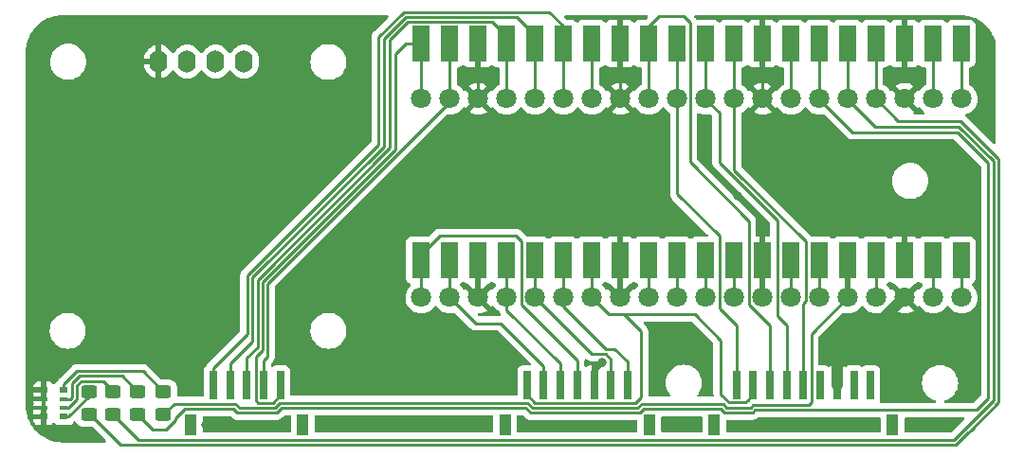
<source format=gtl>
%TF.GenerationSoftware,KiCad,Pcbnew,(6.0.1)*%
%TF.CreationDate,2022-04-02T11:09:09-06:00*%
%TF.ProjectId,PicoFlasher_Breakout_Board_V1.3_SMD,5069636f-466c-4617-9368-65725f427265,rev?*%
%TF.SameCoordinates,Original*%
%TF.FileFunction,Copper,L1,Top*%
%TF.FilePolarity,Positive*%
%FSLAX46Y46*%
G04 Gerber Fmt 4.6, Leading zero omitted, Abs format (unit mm)*
G04 Created by KiCad (PCBNEW (6.0.1)) date 2022-04-02 11:09:09*
%MOMM*%
%LPD*%
G01*
G04 APERTURE LIST*
G04 Aperture macros list*
%AMRoundRect*
0 Rectangle with rounded corners*
0 $1 Rounding radius*
0 $2 $3 $4 $5 $6 $7 $8 $9 X,Y pos of 4 corners*
0 Add a 4 corners polygon primitive as box body*
4,1,4,$2,$3,$4,$5,$6,$7,$8,$9,$2,$3,0*
0 Add four circle primitives for the rounded corners*
1,1,$1+$1,$2,$3*
1,1,$1+$1,$4,$5*
1,1,$1+$1,$6,$7*
1,1,$1+$1,$8,$9*
0 Add four rect primitives between the rounded corners*
20,1,$1+$1,$2,$3,$4,$5,0*
20,1,$1+$1,$4,$5,$6,$7,0*
20,1,$1+$1,$6,$7,$8,$9,0*
20,1,$1+$1,$8,$9,$2,$3,0*%
G04 Aperture macros list end*
%TA.AperFunction,SMDPad,CuDef*%
%ADD10RoundRect,0.250000X-0.450000X0.325000X-0.450000X-0.325000X0.450000X-0.325000X0.450000X0.325000X0*%
%TD*%
%TA.AperFunction,SMDPad,CuDef*%
%ADD11R,0.700000X2.500000*%
%TD*%
%TA.AperFunction,SMDPad,CuDef*%
%ADD12R,1.100000X1.900000*%
%TD*%
%TA.AperFunction,SMDPad,CuDef*%
%ADD13R,1.600000X3.200000*%
%TD*%
%TA.AperFunction,SMDPad,CuDef*%
%ADD14R,0.800000X0.500000*%
%TD*%
%TA.AperFunction,SMDPad,CuDef*%
%ADD15R,0.800000X0.400000*%
%TD*%
%TA.AperFunction,ComponentPad*%
%ADD16O,1.600000X2.000000*%
%TD*%
%TA.AperFunction,ComponentPad*%
%ADD17C,1.800000*%
%TD*%
%TA.AperFunction,ViaPad*%
%ADD18C,0.800000*%
%TD*%
%TA.AperFunction,Conductor*%
%ADD19C,0.250000*%
%TD*%
%TA.AperFunction,Conductor*%
%ADD20C,0.500000*%
%TD*%
%TA.AperFunction,Conductor*%
%ADD21C,1.000000*%
%TD*%
G04 APERTURE END LIST*
D10*
%TO.P,D3,1,K*%
%TO.N,Net-(D3-Pad1)*%
X98750000Y-97700000D03*
%TO.P,D3,2,A*%
%TO.N,eMMC*%
X98750000Y-99750000D03*
%TD*%
%TO.P,D2,1,K*%
%TO.N,Net-(D2-Pad1)*%
X96550000Y-97700000D03*
%TO.P,D2,2,A*%
%TO.N,SPI*%
X96550000Y-99750000D03*
%TD*%
D11*
%TO.P,J1,1,1*%
%TO.N,E-Blue*%
X152200000Y-97100000D03*
%TO.P,J1,2,2*%
%TO.N,E-Green*%
X153700000Y-97100000D03*
%TO.P,J1,3,3*%
%TO.N,E-Yellow*%
X155200000Y-97100000D03*
%TO.P,J1,4,4*%
%TO.N,E-Orange*%
X156700000Y-97100000D03*
%TO.P,J1,5,5*%
%TO.N,E-Red*%
X158200000Y-97100000D03*
%TO.P,J1,6,6*%
%TO.N,unconnected-(J1-Pad6)*%
X159700000Y-97100000D03*
%TO.P,J1,7,7*%
%TO.N,GND*%
X161200000Y-97100000D03*
%TO.P,J1,8,8*%
%TO.N,unconnected-(J1-Pad8)*%
X162700000Y-97100000D03*
%TO.P,J1,9,9*%
%TO.N,unconnected-(J1-Pad9)*%
X164200000Y-97100000D03*
D12*
%TO.P,J1,10*%
%TO.N,N/C*%
X150250000Y-100700000D03*
%TO.P,J1,11*%
X166150000Y-100700000D03*
%TD*%
D13*
%TO.P,U1e,1,GP0*%
%TO.N,OLED Data*%
X172280000Y-66560000D03*
%TO.P,U1e,2,GP1*%
%TO.N,OLED Clock*%
X169740000Y-66560000D03*
%TO.P,U1e,3,GND_1*%
%TO.N,GND*%
X167200000Y-66560000D03*
%TO.P,U1e,4,GP2*%
%TO.N,Debug*%
X164660000Y-66560000D03*
%TO.P,U1e,5,GP3*%
%TO.N,SPI*%
X162120000Y-66560000D03*
%TO.P,U1e,6,GP4*%
%TO.N,eMMC*%
X159580000Y-66560000D03*
%TO.P,U1e,7,GP5*%
%TO.N,unconnected-(U1-Pad7)*%
X157040000Y-66560000D03*
%TO.P,U1e,8,GND_2*%
%TO.N,GND*%
X154500000Y-66560000D03*
%TO.P,U1e,9,GP6*%
%TO.N,E-Red*%
X151960000Y-66560000D03*
%TO.P,U1e,10,GP7*%
%TO.N,E-Orange*%
X149420000Y-66560000D03*
%TO.P,U1e,11,GP8*%
%TO.N,E-Blue*%
X146880000Y-66560000D03*
%TO.P,U1e,12,GP9*%
%TO.N,E-Yellow*%
X144340000Y-66560000D03*
%TO.P,U1e,13,GND_3*%
%TO.N,GND*%
X141800000Y-66560000D03*
%TO.P,U1e,14,GP10*%
%TO.N,unconnected-(U1-Pad14)*%
X139260000Y-66560000D03*
%TO.P,U1e,15,GP11*%
%TO.N,A_Red*%
X136720000Y-66560000D03*
%TO.P,U1e,16,GP12*%
%TO.N,A_Black*%
X134180000Y-66560000D03*
%TO.P,U1e,17,GP13*%
%TO.N,A_Yellow*%
X131640000Y-66560000D03*
%TO.P,U1e,18,GND_4*%
%TO.N,GND*%
X129100000Y-66560000D03*
%TO.P,U1e,19,GP14*%
%TO.N,A_Green*%
X126560000Y-66560000D03*
%TO.P,U1e,20,GP15*%
%TO.N,A_Blue*%
X124020000Y-66560000D03*
%TO.P,U1e,21,GP16*%
%TO.N,S-Orange*%
X124020000Y-85940000D03*
%TO.P,U1e,22,GP17*%
%TO.N,S-Brown*%
X126560000Y-85940000D03*
%TO.P,U1e,23,GND_5*%
%TO.N,GND*%
X129100000Y-85940000D03*
%TO.P,U1e,24,GP18*%
%TO.N,S-Red*%
X131640000Y-85940000D03*
%TO.P,U1e,25,GP19*%
%TO.N,S-Black*%
X134180000Y-85940000D03*
%TO.P,U1e,26,GP20*%
%TO.N,S-Blue*%
X136720000Y-85940000D03*
%TO.P,U1e,27,GP21*%
%TO.N,E-Green*%
X139260000Y-85940000D03*
%TO.P,U1e,28,GND_6*%
%TO.N,GND*%
X141800000Y-85940000D03*
%TO.P,U1e,29,GP22*%
%TO.N,unconnected-(U1-Pad29)*%
X144340000Y-85940000D03*
%TO.P,U1e,30,RUN*%
%TO.N,unconnected-(U1-Pad30)*%
X146880000Y-85940000D03*
%TO.P,U1e,31,GP26_A0*%
%TO.N,unconnected-(U1-Pad31)*%
X149420000Y-85940000D03*
%TO.P,U1e,32,GP27_A1*%
%TO.N,unconnected-(U1-Pad32)*%
X151960000Y-85940000D03*
%TO.P,U1e,33,GND_7*%
%TO.N,GND*%
X154500000Y-85940000D03*
%TO.P,U1e,34,GP28_A2*%
%TO.N,unconnected-(U1-Pad34)*%
X157040000Y-85940000D03*
%TO.P,U1e,35,ADC_VREF*%
%TO.N,unconnected-(U1-Pad35)*%
X159580000Y-85940000D03*
%TO.P,U1e,36,3V3(OUT)*%
%TO.N,3.3 Out*%
X162120000Y-85940000D03*
%TO.P,U1e,37,3V3_EN*%
%TO.N,unconnected-(U1-Pad37)*%
X164660000Y-85940000D03*
%TO.P,U1e,38,GND_8*%
%TO.N,GND*%
X167200000Y-85940000D03*
%TO.P,U1e,39,VSYS*%
%TO.N,unconnected-(U1-Pad39)*%
X169740000Y-85940000D03*
%TO.P,U1e,40,VBUS*%
%TO.N,unconnected-(U1-Pad40)*%
X172280000Y-85940000D03*
%TD*%
D14*
%TO.P,RN1,1*%
%TO.N,Net-(D1-Pad1)*%
X92150000Y-99950000D03*
D15*
%TO.P,RN1,2*%
%TO.N,Net-(D2-Pad1)*%
X92150000Y-99150000D03*
%TO.P,RN1,3*%
%TO.N,Net-(D3-Pad1)*%
X92150000Y-98350000D03*
D14*
%TO.P,RN1,4*%
%TO.N,Net-(D4-Pad1)*%
X92150000Y-97550000D03*
%TO.P,RN1,5*%
%TO.N,GND*%
X90350000Y-97550000D03*
D15*
%TO.P,RN1,6*%
X90350000Y-98350000D03*
%TO.P,RN1,7*%
X90350000Y-99150000D03*
D14*
%TO.P,RN1,8*%
X90350000Y-99950000D03*
%TD*%
D10*
%TO.P,D4,1,K*%
%TO.N,Net-(D4-Pad1)*%
X101050000Y-97700000D03*
%TO.P,D4,2,A*%
%TO.N,3.3 Out*%
X101050000Y-99750000D03*
%TD*%
D16*
%TO.P,U2,1,GND*%
%TO.N,GND*%
X100630000Y-68150000D03*
%TO.P,U2,2,VCC*%
%TO.N,3.3 Out*%
X103170000Y-68150000D03*
%TO.P,U2,3,SCL*%
%TO.N,OLED Clock*%
X105710000Y-68150000D03*
%TO.P,U2,4,SDA*%
%TO.N,OLED Data*%
X108250000Y-68150000D03*
%TD*%
D11*
%TO.P,J2,1,1*%
%TO.N,E-Green*%
X133500000Y-97100000D03*
%TO.P,J2,2,2*%
%TO.N,S-Brown*%
X135000000Y-97100000D03*
%TO.P,J2,3,3*%
%TO.N,S-Red*%
X136500000Y-97100000D03*
%TO.P,J2,4,4*%
%TO.N,S-Orange*%
X138000000Y-97100000D03*
%TO.P,J2,5,5*%
%TO.N,GND*%
X139500000Y-97100000D03*
%TO.P,J2,6,6*%
%TO.N,S-Black*%
X141000000Y-97100000D03*
%TO.P,J2,7,7*%
%TO.N,S-Blue*%
X142500000Y-97100000D03*
D12*
%TO.P,J2,8*%
%TO.N,N/C*%
X144450000Y-100700000D03*
%TO.P,J2,9*%
X131550000Y-100700000D03*
%TD*%
D10*
%TO.P,D1,1,K*%
%TO.N,Net-(D1-Pad1)*%
X94375000Y-97700000D03*
%TO.P,D1,2,A*%
%TO.N,Debug*%
X94375000Y-99750000D03*
%TD*%
D17*
%TO.P,U1,1,GP0*%
%TO.N,OLED Data*%
X172330000Y-71500000D03*
%TO.P,U1,2,GP1*%
%TO.N,OLED Clock*%
X169790000Y-71500000D03*
%TO.P,U1,3,GND_1*%
%TO.N,GND*%
X167250000Y-71500000D03*
%TO.P,U1,4,GP2*%
%TO.N,Debug*%
X164710000Y-71500000D03*
%TO.P,U1,5,GP3*%
%TO.N,SPI*%
X162170000Y-71500000D03*
%TO.P,U1,6,GP4*%
%TO.N,eMMC*%
X159630000Y-71500000D03*
%TO.P,U1,7,GP5*%
%TO.N,unconnected-(U1-Pad7)*%
X157090000Y-71500000D03*
%TO.P,U1,8,GND_2*%
%TO.N,GND*%
X154550000Y-71500000D03*
%TO.P,U1,9,GP6*%
%TO.N,E-Red*%
X152010000Y-71500000D03*
%TO.P,U1,10,GP7*%
%TO.N,E-Orange*%
X149470000Y-71500000D03*
%TO.P,U1,11,GP8*%
%TO.N,E-Blue*%
X146930000Y-71500000D03*
%TO.P,U1,12,GP9*%
%TO.N,E-Yellow*%
X144390000Y-71500000D03*
%TO.P,U1,13,GND_3*%
%TO.N,GND*%
X141850000Y-71500000D03*
%TO.P,U1,14,GP10*%
%TO.N,unconnected-(U1-Pad14)*%
X139310000Y-71500000D03*
%TO.P,U1,15,GP11*%
%TO.N,A_Red*%
X136770000Y-71500000D03*
%TO.P,U1,16,GP12*%
%TO.N,A_Black*%
X134230000Y-71500000D03*
%TO.P,U1,17,GP13*%
%TO.N,A_Yellow*%
X131690000Y-71500000D03*
%TO.P,U1,18,GND_4*%
%TO.N,GND*%
X129150000Y-71500000D03*
%TO.P,U1,19,GP14*%
%TO.N,A_Green*%
X126610000Y-71500000D03*
%TO.P,U1,20,GP15*%
%TO.N,A_Blue*%
X124070000Y-71500000D03*
%TO.P,U1,21,GP16*%
%TO.N,S-Orange*%
X124070000Y-89280000D03*
%TO.P,U1,22,GP17*%
%TO.N,S-Brown*%
X126610000Y-89280000D03*
%TO.P,U1,23,GND_5*%
%TO.N,GND*%
X129150000Y-89280000D03*
%TO.P,U1,24,GP18*%
%TO.N,S-Red*%
X131690000Y-89280000D03*
%TO.P,U1,25,GP19*%
%TO.N,S-Black*%
X134230000Y-89280000D03*
%TO.P,U1,26,GP20*%
%TO.N,S-Blue*%
X136770000Y-89280000D03*
%TO.P,U1,27,GP21*%
%TO.N,E-Green*%
X139310000Y-89280000D03*
%TO.P,U1,28,GND_6*%
%TO.N,GND*%
X141850000Y-89280000D03*
%TO.P,U1,29,GP22*%
%TO.N,unconnected-(U1-Pad29)*%
X144390000Y-89280000D03*
%TO.P,U1,30,RUN*%
%TO.N,unconnected-(U1-Pad30)*%
X146930000Y-89280000D03*
%TO.P,U1,31,GP26_A0*%
%TO.N,unconnected-(U1-Pad31)*%
X149470000Y-89280000D03*
%TO.P,U1,32,GP27_A1*%
%TO.N,unconnected-(U1-Pad32)*%
X152010000Y-89280000D03*
%TO.P,U1,33,GND_7*%
%TO.N,GND*%
X154550000Y-89280000D03*
%TO.P,U1,34,GP28_A2*%
%TO.N,unconnected-(U1-Pad34)*%
X157090000Y-89280000D03*
%TO.P,U1,35,ADC_VREF*%
%TO.N,unconnected-(U1-Pad35)*%
X159630000Y-89280000D03*
%TO.P,U1,36,3V3(OUT)*%
%TO.N,3.3 Out*%
X162170000Y-89280000D03*
%TO.P,U1,37,3V3_EN*%
%TO.N,unconnected-(U1-Pad37)*%
X164710000Y-89280000D03*
%TO.P,U1,38,GND_8*%
%TO.N,GND*%
X167250000Y-89280000D03*
%TO.P,U1,39,VSYS*%
%TO.N,unconnected-(U1-Pad39)*%
X169790000Y-89280000D03*
%TO.P,U1,40,VBUS*%
%TO.N,unconnected-(U1-Pad40)*%
X172330000Y-89280000D03*
%TD*%
D11*
%TO.P,J3,1,Pin_1*%
%TO.N,A_Red*%
X105500000Y-97100000D03*
%TO.P,J3,2,Pin_2*%
%TO.N,A_Black*%
X107000000Y-97100000D03*
%TO.P,J3,3,Pin_3*%
%TO.N,A_Yellow*%
X108500000Y-97100000D03*
%TO.P,J3,4,Pin_4*%
%TO.N,A_Green*%
X110000000Y-97100000D03*
%TO.P,J3,5,Pin_5*%
%TO.N,A_Blue*%
X111500000Y-97100000D03*
D12*
%TO.P,J3,6*%
%TO.N,N/C*%
X113500000Y-100700000D03*
%TO.P,J3,7*%
X103500000Y-100700000D03*
%TD*%
D18*
%TO.N,GND*%
X115500000Y-100600000D03*
X167800000Y-100800000D03*
X133300000Y-100800000D03*
X94750000Y-94250000D03*
X122700000Y-82400000D03*
X140200000Y-95100000D03*
X141750000Y-75650000D03*
X152300000Y-100700000D03*
X141750000Y-81350000D03*
X144800000Y-94500000D03*
X131500000Y-95500000D03*
X104800000Y-100700000D03*
X152300000Y-80150000D03*
X146800000Y-100700000D03*
%TD*%
D19*
%TO.N,Net-(D1-Pad1)*%
X92150000Y-99950000D02*
X92587506Y-99950000D01*
X94550000Y-97999022D02*
X94550000Y-97700000D01*
X94375000Y-98162506D02*
X94375000Y-97700000D01*
X92587506Y-99950000D02*
X94375000Y-98162506D01*
%TO.N,Net-(D2-Pad1)*%
X95700480Y-96800480D02*
X93687027Y-96800480D01*
X96550000Y-97700000D02*
X96550000Y-97650000D01*
X92560718Y-99150000D02*
X92150000Y-99150000D01*
X93350000Y-98360718D02*
X92560718Y-99150000D01*
X93350000Y-97137506D02*
X93350000Y-98360718D01*
X96550000Y-97650000D02*
X95700480Y-96800480D01*
X93687027Y-96800480D02*
X93581253Y-96906253D01*
X93581253Y-96906253D02*
X93350000Y-97137506D01*
%TO.N,Net-(D3-Pad1)*%
X92875480Y-96976309D02*
X92875480Y-98199520D01*
X97350480Y-96300480D02*
X93551309Y-96300480D01*
X92875480Y-98199520D02*
X92700000Y-98375000D01*
X98750000Y-97700000D02*
X97350480Y-96300480D01*
X92700000Y-98375000D02*
X92175000Y-98375000D01*
X92175000Y-98375000D02*
X92150000Y-98350000D01*
X93551309Y-96300480D02*
X92875480Y-96976309D01*
%TO.N,Net-(D4-Pad1)*%
X99200960Y-95850960D02*
X93349040Y-95850960D01*
X101050000Y-97700000D02*
X99200960Y-95850960D01*
X93349040Y-95850960D02*
X92150000Y-97050000D01*
X92150000Y-97050000D02*
X92150000Y-97550000D01*
%TO.N,E-Yellow*%
X144340000Y-65060000D02*
X144340000Y-66560000D01*
X155200000Y-97100000D02*
X155200000Y-91800000D01*
X147469022Y-64100000D02*
X145300000Y-64100000D01*
X153325489Y-89925489D02*
X153325489Y-82425489D01*
X144392000Y-66612000D02*
X144340000Y-66560000D01*
X155200000Y-91800000D02*
X153325489Y-89925489D01*
X145300000Y-64100000D02*
X144340000Y-65060000D01*
X148075000Y-64705978D02*
X147469022Y-64100000D01*
X148056511Y-77156511D02*
X148056511Y-65293489D01*
X153325489Y-82425489D02*
X148056511Y-77156511D01*
X148075000Y-65275000D02*
X148075000Y-64705978D01*
X144392000Y-71540000D02*
X144392000Y-66612000D01*
X148056511Y-65293489D02*
X148075000Y-65275000D01*
%TO.N,E-Red*%
X158405489Y-84256467D02*
X158405489Y-89594511D01*
X158200000Y-89800000D02*
X158405489Y-89594511D01*
X151960000Y-66560000D02*
X152012000Y-66612000D01*
X158200000Y-97100000D02*
X158200000Y-89800000D01*
X152012000Y-77862978D02*
X158405489Y-84256467D01*
X152012000Y-66612000D02*
X152012000Y-77862978D01*
%TO.N,E-Orange*%
X150700000Y-77186696D02*
X155865489Y-82352185D01*
X149420000Y-66560000D02*
X149472000Y-66612000D01*
X156700000Y-97100000D02*
X156700000Y-93100000D01*
X149472000Y-71540000D02*
X150700000Y-72768000D01*
X155865489Y-82352185D02*
X155865489Y-89634511D01*
X155865489Y-89787210D02*
X155865489Y-89634511D01*
X155865489Y-90965489D02*
X156700000Y-91800000D01*
X149472000Y-66612000D02*
X149472000Y-71540000D01*
X150700000Y-72768000D02*
X150700000Y-77186696D01*
X155865489Y-89634511D02*
X155865489Y-90965489D01*
X156700000Y-93100000D02*
X156700000Y-91800000D01*
%TO.N,E-Blue*%
X146932000Y-66612000D02*
X146932000Y-80011022D01*
X146932000Y-80011022D02*
X150694511Y-83773533D01*
X150694511Y-83773533D02*
X150694511Y-90294511D01*
X146880000Y-66560000D02*
X146932000Y-66612000D01*
X152200000Y-91800000D02*
X152200000Y-97100000D01*
X150694511Y-90294511D02*
X152200000Y-91800000D01*
%TO.N,S-Orange*%
X132499022Y-83750000D02*
X125700978Y-83750000D01*
X124020000Y-85430978D02*
X124020000Y-85940000D01*
X138000000Y-94900000D02*
X133000000Y-89900000D01*
X138000000Y-97100000D02*
X138000000Y-94900000D01*
X124072000Y-85992000D02*
X124020000Y-85940000D01*
X124070000Y-85990000D02*
X124020000Y-85940000D01*
X133000000Y-89900000D02*
X133000000Y-84250978D01*
X133000000Y-84250978D02*
X132499022Y-83750000D01*
X124070000Y-89280000D02*
X124070000Y-85990000D01*
X125700978Y-83750000D02*
X124020000Y-85430978D01*
%TO.N,S-Brown*%
X126610000Y-89280000D02*
X126610000Y-85990000D01*
X135000000Y-97100000D02*
X135000000Y-95400000D01*
X126610000Y-85990000D02*
X126560000Y-85940000D01*
X131200000Y-91600000D02*
X128930000Y-91600000D01*
X126612000Y-85992000D02*
X126560000Y-85940000D01*
X135000000Y-95400000D02*
X131200000Y-91600000D01*
X128930000Y-91600000D02*
X126610000Y-89280000D01*
%TO.N,S-Red*%
X131690000Y-85990000D02*
X131640000Y-85940000D01*
X131692000Y-85992000D02*
X131640000Y-85940000D01*
X131690000Y-90390000D02*
X136500000Y-95200000D01*
X136500000Y-95200000D02*
X136500000Y-97100000D01*
X131690000Y-89280000D02*
X131690000Y-85990000D01*
X131690000Y-89280000D02*
X131690000Y-90390000D01*
%TO.N,S-Black*%
X134232000Y-85992000D02*
X134180000Y-85940000D01*
X134230000Y-89280000D02*
X139300000Y-94350000D01*
X140550000Y-94350000D02*
X141000000Y-94800000D01*
X141000000Y-94800000D02*
X141000000Y-97100000D01*
X139300000Y-94350000D02*
X140550000Y-94350000D01*
X134230000Y-85990000D02*
X134180000Y-85940000D01*
X134230000Y-89280000D02*
X134230000Y-85990000D01*
%TO.N,S-Blue*%
X136770000Y-90070000D02*
X140555000Y-93855000D01*
X141345000Y-93855000D02*
X142500000Y-95010000D01*
X136770000Y-85990000D02*
X136720000Y-85940000D01*
X136770000Y-89280000D02*
X136770000Y-85990000D01*
X142500000Y-95010000D02*
X142500000Y-97100000D01*
X136770000Y-89280000D02*
X136770000Y-90070000D01*
X140555000Y-93855000D02*
X141345000Y-93855000D01*
X136772000Y-85992000D02*
X136720000Y-85940000D01*
%TO.N,GND*%
X154552000Y-85992000D02*
X154500000Y-85940000D01*
D20*
X154550000Y-85990000D02*
X154500000Y-85940000D01*
D21*
X161200000Y-95330000D02*
X167250000Y-89280000D01*
D20*
X154550000Y-89280000D02*
X154550000Y-85990000D01*
D19*
X154552000Y-71540000D02*
X154552000Y-66612000D01*
X129152000Y-66612000D02*
X129100000Y-66560000D01*
D20*
X139500000Y-95800000D02*
X140200000Y-95100000D01*
D19*
X141852000Y-66612000D02*
X141800000Y-66560000D01*
X129152000Y-71540000D02*
X129152000Y-66612000D01*
X141852000Y-71540000D02*
X141852000Y-66612000D01*
D21*
X161200000Y-97100000D02*
X161200000Y-95330000D01*
D20*
X141850000Y-89280000D02*
X141850000Y-85990000D01*
X139500000Y-97100000D02*
X139500000Y-95800000D01*
D19*
X129130000Y-71562000D02*
X129152000Y-71540000D01*
D20*
X129150000Y-89280000D02*
X129150000Y-85990000D01*
X141850000Y-85990000D02*
X141800000Y-85940000D01*
D19*
X141852000Y-85992000D02*
X141800000Y-85940000D01*
D20*
X129150000Y-85990000D02*
X129100000Y-85940000D01*
D19*
X154552000Y-66612000D02*
X154500000Y-66560000D01*
X129152000Y-85992000D02*
X129100000Y-85940000D01*
%TO.N,Debug*%
X94500000Y-99750000D02*
X94375000Y-99750000D01*
X173137489Y-101137489D02*
X172937489Y-101337489D01*
X175598080Y-76848080D02*
X175598080Y-98676899D01*
X164660000Y-71488000D02*
X166672000Y-73500000D01*
X97199520Y-102449520D02*
X171825458Y-102449520D01*
X172250000Y-73500000D02*
X175598080Y-76848080D01*
X175598080Y-98676899D02*
X173137489Y-101137489D01*
X173137489Y-101137489D02*
X172726419Y-101548560D01*
X95875000Y-101125000D02*
X94500000Y-99750000D01*
X164660000Y-66560000D02*
X164660000Y-71488000D01*
X166672000Y-73500000D02*
X172250000Y-73500000D01*
X171825458Y-102449520D02*
X172937489Y-101337489D01*
X95875000Y-101125000D02*
X97199520Y-102449520D01*
%TO.N,eMMC*%
X174699040Y-98304504D02*
X174251772Y-98751772D01*
X131949520Y-99149520D02*
X113249520Y-99149520D01*
X133378086Y-99149520D02*
X132150480Y-99149520D01*
X113249520Y-99149520D02*
X111621916Y-99149520D01*
X162592000Y-74500000D02*
X171946436Y-74500000D01*
X143921915Y-99249520D02*
X143571435Y-99600000D01*
X151153093Y-99573551D02*
X150829062Y-99249520D01*
X153886198Y-99349520D02*
X153662167Y-99573551D01*
X159580000Y-66560000D02*
X159632000Y-66612000D01*
X173654024Y-99349520D02*
X166900000Y-99349520D01*
X174251772Y-98751772D02*
X173654024Y-99349520D01*
X166900000Y-99349520D02*
X166150480Y-99349520D01*
X107650480Y-99600000D02*
X107300000Y-99249520D01*
X102100000Y-100100000D02*
X102100000Y-100287493D01*
X102100000Y-100287493D02*
X101286533Y-101100960D01*
X150829062Y-99249520D02*
X143921915Y-99249520D01*
X132800000Y-99149520D02*
X131949520Y-99149520D01*
X159632000Y-71540000D02*
X162592000Y-74500000D01*
X166150480Y-99349520D02*
X153886198Y-99349520D01*
X111621916Y-99149520D02*
X111171436Y-99600000D01*
X107300000Y-99249520D02*
X102950480Y-99249520D01*
X111171436Y-99600000D02*
X107650480Y-99600000D01*
X131949520Y-99149520D02*
X132150480Y-99149520D01*
X133828566Y-99600000D02*
X133378086Y-99149520D01*
X159632000Y-66612000D02*
X159632000Y-71540000D01*
X100100960Y-101100960D02*
X98750000Y-99750000D01*
X174699040Y-77252604D02*
X174699040Y-98304504D01*
X153662167Y-99573551D02*
X151153093Y-99573551D01*
X101286533Y-101100960D02*
X100100960Y-101100960D01*
X171946436Y-74500000D02*
X174699040Y-77252604D01*
X143571435Y-99600000D02*
X133828566Y-99600000D01*
X102950480Y-99249520D02*
X102100000Y-100100000D01*
X132150480Y-99149520D02*
X132913802Y-99149520D01*
%TO.N,SPI*%
X162172000Y-66612000D02*
X162172000Y-71540000D01*
X175148560Y-98490702D02*
X171639262Y-102000000D01*
X175148560Y-77066406D02*
X175148560Y-98490702D01*
X162120000Y-66560000D02*
X162172000Y-66612000D01*
X171639262Y-102000000D02*
X98800000Y-102000000D01*
X162172000Y-71540000D02*
X164632000Y-74000000D01*
X172082154Y-74000000D02*
X175148560Y-77066406D01*
X98800000Y-102000000D02*
X96550000Y-99750000D01*
X164632000Y-74000000D02*
X172082154Y-74000000D01*
%TO.N,OLED Data*%
X172332000Y-71540000D02*
X172332000Y-66612000D01*
X172332000Y-66612000D02*
X172280000Y-66560000D01*
%TO.N,OLED Clock*%
X169792000Y-66612000D02*
X169740000Y-66560000D01*
X169792000Y-71540000D02*
X169792000Y-66612000D01*
%TO.N,3.3 Out*%
X158900000Y-92550000D02*
X162170000Y-89280000D01*
X133564283Y-98700000D02*
X134013803Y-99149520D01*
X107486197Y-98800000D02*
X107835717Y-99149520D01*
D20*
X162120000Y-89230000D02*
X162170000Y-89280000D01*
D19*
X101050000Y-99750000D02*
X102000000Y-98800000D01*
X102000000Y-98800000D02*
X107486197Y-98800000D01*
X151015260Y-98800000D02*
X151339291Y-99124031D01*
X134013803Y-99149520D02*
X143386197Y-99149520D01*
X143386197Y-99149520D02*
X143735718Y-98800000D01*
X153700000Y-98900000D02*
X158649022Y-98900000D01*
D20*
X162120000Y-85940000D02*
X162120000Y-89230000D01*
D19*
X158900000Y-98649022D02*
X158900000Y-92550000D01*
X151339291Y-99124031D02*
X153475969Y-99124031D01*
X143735718Y-98800000D02*
X151015260Y-98800000D01*
X107835717Y-99149520D02*
X110986198Y-99149520D01*
X110986198Y-99149520D02*
X111435718Y-98700000D01*
X158649022Y-98900000D02*
X158900000Y-98649022D01*
X111435718Y-98700000D02*
X133564283Y-98700000D01*
X153475969Y-99124031D02*
X153700000Y-98900000D01*
%TO.N,E-Green*%
X150800000Y-97949022D02*
X150800000Y-95900000D01*
X134200000Y-98700000D02*
X133500000Y-98000000D01*
X153250000Y-98450000D02*
X153700000Y-98000000D01*
X140800000Y-90800000D02*
X140800000Y-90770000D01*
X139310000Y-89280000D02*
X139310000Y-85990000D01*
X140800000Y-90770000D02*
X139310000Y-89280000D01*
X151525489Y-98674511D02*
X150800000Y-97949022D01*
X142200000Y-90800000D02*
X143700000Y-92300000D01*
X150800000Y-93100000D02*
X148500000Y-90800000D01*
X148500000Y-90800000D02*
X142200000Y-90800000D01*
X153250000Y-98450000D02*
X153025489Y-98674511D01*
X143700000Y-92300000D02*
X143700000Y-98200000D01*
X143200000Y-98700000D02*
X134200000Y-98700000D01*
X133500000Y-98000000D02*
X133500000Y-97100000D01*
X142200000Y-90800000D02*
X140800000Y-90800000D01*
X143700000Y-98200000D02*
X143200000Y-98700000D01*
X153700000Y-98000000D02*
X153700000Y-97100000D01*
X153025489Y-98674511D02*
X151525489Y-98674511D01*
X139312000Y-85992000D02*
X139260000Y-85940000D01*
X150800000Y-95900000D02*
X150800000Y-93100000D01*
X139310000Y-85990000D02*
X139260000Y-85940000D01*
%TO.N,A_Red*%
X136720000Y-66560000D02*
X136720000Y-64970000D01*
X108550480Y-87313803D02*
X108550480Y-92550480D01*
X136772000Y-71540000D02*
X136772000Y-66612000D01*
X135486449Y-63736449D02*
X122492115Y-63736449D01*
X105500000Y-97081500D02*
X105500000Y-95600960D01*
X105500000Y-95600960D02*
X108550480Y-92550480D01*
X122492115Y-63736449D02*
X120250000Y-65978565D01*
X120250000Y-75614282D02*
X108550480Y-87313803D01*
X136772000Y-66612000D02*
X136720000Y-66560000D01*
X120250000Y-65978565D02*
X120250000Y-75614282D01*
X136720000Y-64970000D02*
X135486449Y-63736449D01*
%TO.N,A_Black*%
X134232000Y-66612000D02*
X134180000Y-66560000D01*
X107000000Y-95200000D02*
X109000000Y-93200000D01*
X107000000Y-97081500D02*
X107000000Y-95200000D01*
X132611429Y-64185969D02*
X122678313Y-64185969D01*
X109000000Y-87500000D02*
X109000000Y-93200000D01*
X120750000Y-75750000D02*
X109000000Y-87500000D01*
X134180000Y-66560000D02*
X134180000Y-65754540D01*
X134180000Y-65754540D02*
X132611429Y-64185969D01*
X120750000Y-66114283D02*
X120750000Y-75750000D01*
X134232000Y-71540000D02*
X134232000Y-66612000D01*
X122678313Y-64185969D02*
X120750000Y-66114283D01*
%TO.N,A_Yellow*%
X131640000Y-65890000D02*
X130385489Y-64635489D01*
X108500000Y-94699040D02*
X109449520Y-93749520D01*
X131640000Y-66560000D02*
X131640000Y-65890000D01*
X108500000Y-97081500D02*
X108500000Y-94699040D01*
X109449520Y-87686198D02*
X109449520Y-93749520D01*
X122864511Y-64635489D02*
X121250000Y-66250000D01*
X131692000Y-71540000D02*
X131692000Y-66612000D01*
X121250000Y-75885717D02*
X109449520Y-87686198D01*
X121250000Y-66250000D02*
X121250000Y-75885717D01*
X130385489Y-64635489D02*
X122864511Y-64635489D01*
X131692000Y-66612000D02*
X131640000Y-66560000D01*
%TO.N,A_Green*%
X126612000Y-66612000D02*
X126560000Y-66560000D01*
X110348560Y-88058594D02*
X126612000Y-71795154D01*
X126612000Y-71795154D02*
X126612000Y-66612000D01*
X110000000Y-94900000D02*
X110348560Y-94551440D01*
X110348560Y-94551440D02*
X110348560Y-88058594D01*
X110000000Y-97081500D02*
X110000000Y-94900000D01*
%TO.N,unconnected-(U1-Pad7)*%
X157092000Y-71540000D02*
X157092000Y-66612000D01*
X157092000Y-66612000D02*
X157040000Y-66560000D01*
%TO.N,unconnected-(U1-Pad14)*%
X139312000Y-66612000D02*
X139260000Y-66560000D01*
X139312000Y-71540000D02*
X139312000Y-66612000D01*
%TO.N,unconnected-(U1-Pad29)*%
X144392000Y-85992000D02*
X144340000Y-85940000D01*
X144390000Y-89280000D02*
X144390000Y-85990000D01*
X144390000Y-85990000D02*
X144340000Y-85940000D01*
%TO.N,unconnected-(U1-Pad30)*%
X146930000Y-89280000D02*
X146930000Y-85990000D01*
X146932000Y-85992000D02*
X146880000Y-85940000D01*
X146930000Y-85990000D02*
X146880000Y-85940000D01*
%TO.N,unconnected-(U1-Pad31)*%
X149472000Y-85992000D02*
X149420000Y-85940000D01*
X149470000Y-89280000D02*
X149470000Y-85990000D01*
X149470000Y-85990000D02*
X149420000Y-85940000D01*
%TO.N,unconnected-(U1-Pad32)*%
X152012000Y-85992000D02*
X151960000Y-85940000D01*
X152010000Y-85990000D02*
X151960000Y-85940000D01*
X152010000Y-89280000D02*
X152010000Y-85990000D01*
%TO.N,unconnected-(U1-Pad34)*%
X157092000Y-85992000D02*
X157040000Y-85940000D01*
X157090000Y-89280000D02*
X157090000Y-85990000D01*
X157090000Y-85990000D02*
X157040000Y-85940000D01*
%TO.N,unconnected-(U1-Pad35)*%
X159630000Y-89280000D02*
X159630000Y-85990000D01*
X159630000Y-85990000D02*
X159580000Y-85940000D01*
X159632000Y-85992000D02*
X159580000Y-85940000D01*
%TO.N,unconnected-(U1-Pad37)*%
X164710000Y-89280000D02*
X164710000Y-85990000D01*
X164710000Y-85990000D02*
X164660000Y-85940000D01*
X164712000Y-85992000D02*
X164660000Y-85940000D01*
%TO.N,unconnected-(U1-Pad39)*%
X169790000Y-85990000D02*
X169740000Y-85940000D01*
X169790000Y-89280000D02*
X169790000Y-85990000D01*
X169792000Y-85992000D02*
X169740000Y-85940000D01*
%TO.N,unconnected-(U1-Pad40)*%
X172330000Y-89280000D02*
X172330000Y-85990000D01*
X172332000Y-85992000D02*
X172280000Y-85940000D01*
X172330000Y-85990000D02*
X172280000Y-85940000D01*
%TO.N,A_Blue*%
X121750000Y-67500000D02*
X122690000Y-66560000D01*
X109899040Y-87872396D02*
X121750000Y-76021436D01*
X111500000Y-97081500D02*
X111500000Y-98000000D01*
X110800000Y-98700000D02*
X109500000Y-98700000D01*
X109300000Y-98500000D02*
X109300000Y-94600000D01*
X109500000Y-98700000D02*
X109300000Y-98500000D01*
X121750000Y-76021436D02*
X121750000Y-67500000D01*
X124072000Y-66612000D02*
X124020000Y-66560000D01*
X111500000Y-98000000D02*
X110800000Y-98700000D01*
X124072000Y-71540000D02*
X124072000Y-66612000D01*
X109300000Y-94600000D02*
X109899040Y-94000960D01*
X122690000Y-66560000D02*
X124020000Y-66560000D01*
X109899040Y-94000960D02*
X109899040Y-87872396D01*
%TD*%
%TA.AperFunction,Conductor*%
%TO.N,GND*%
G36*
X121088590Y-64028002D02*
G01*
X121135083Y-64081658D01*
X121145187Y-64151932D01*
X121115693Y-64216512D01*
X121109564Y-64223095D01*
X119857747Y-65474913D01*
X119849461Y-65482453D01*
X119842982Y-65486565D01*
X119837557Y-65492342D01*
X119796357Y-65536216D01*
X119793602Y-65539058D01*
X119773865Y-65558795D01*
X119771385Y-65561992D01*
X119763682Y-65571012D01*
X119733414Y-65603244D01*
X119729595Y-65610190D01*
X119729593Y-65610193D01*
X119723652Y-65620999D01*
X119712801Y-65637518D01*
X119700386Y-65653524D01*
X119697241Y-65660793D01*
X119697238Y-65660797D01*
X119682826Y-65694102D01*
X119677609Y-65704752D01*
X119656305Y-65743505D01*
X119654334Y-65751180D01*
X119654334Y-65751181D01*
X119651267Y-65763127D01*
X119644863Y-65781831D01*
X119636819Y-65800420D01*
X119635580Y-65808243D01*
X119635577Y-65808253D01*
X119629901Y-65844089D01*
X119627495Y-65855709D01*
X119616500Y-65898535D01*
X119616500Y-65918789D01*
X119614949Y-65938499D01*
X119611780Y-65958508D01*
X119612526Y-65966400D01*
X119615941Y-66002526D01*
X119616500Y-66014384D01*
X119616500Y-75299688D01*
X119596498Y-75367809D01*
X119579595Y-75388783D01*
X108158227Y-86810151D01*
X108149941Y-86817691D01*
X108143462Y-86821803D01*
X108138037Y-86827580D01*
X108096837Y-86871454D01*
X108094082Y-86874296D01*
X108074345Y-86894033D01*
X108071865Y-86897230D01*
X108064162Y-86906250D01*
X108033894Y-86938482D01*
X108030075Y-86945428D01*
X108030073Y-86945431D01*
X108024132Y-86956237D01*
X108013281Y-86972756D01*
X108000866Y-86988762D01*
X107997721Y-86996031D01*
X107997718Y-86996035D01*
X107983306Y-87029340D01*
X107978089Y-87039990D01*
X107956785Y-87078743D01*
X107954814Y-87086418D01*
X107954814Y-87086419D01*
X107951747Y-87098365D01*
X107945343Y-87117069D01*
X107937299Y-87135658D01*
X107936060Y-87143481D01*
X107936057Y-87143491D01*
X107930381Y-87179327D01*
X107927975Y-87190947D01*
X107916980Y-87233773D01*
X107916980Y-87254027D01*
X107915429Y-87273737D01*
X107912260Y-87293746D01*
X107913006Y-87301638D01*
X107916421Y-87337764D01*
X107916980Y-87349622D01*
X107916980Y-92235885D01*
X107896978Y-92304006D01*
X107880075Y-92324980D01*
X105107747Y-95097308D01*
X105099461Y-95104848D01*
X105092982Y-95108960D01*
X105087557Y-95114737D01*
X105046357Y-95158611D01*
X105043602Y-95161453D01*
X105023865Y-95181190D01*
X105021385Y-95184387D01*
X105013682Y-95193407D01*
X104983414Y-95225639D01*
X104979595Y-95232585D01*
X104979593Y-95232588D01*
X104973652Y-95243394D01*
X104962801Y-95259913D01*
X104950386Y-95275919D01*
X104947241Y-95283188D01*
X104947238Y-95283192D01*
X104932826Y-95316497D01*
X104927609Y-95327147D01*
X104906305Y-95365900D01*
X104904332Y-95373585D01*
X104903348Y-95376070D01*
X104861761Y-95430513D01*
X104786739Y-95486739D01*
X104699385Y-95603295D01*
X104648255Y-95739684D01*
X104641500Y-95801866D01*
X104641500Y-98040500D01*
X104621498Y-98108621D01*
X104567842Y-98155114D01*
X104515500Y-98166500D01*
X102384500Y-98166500D01*
X102316379Y-98146498D01*
X102269886Y-98092842D01*
X102258500Y-98040500D01*
X102258500Y-97324600D01*
X102255545Y-97296121D01*
X102248238Y-97225692D01*
X102248237Y-97225688D01*
X102247526Y-97218834D01*
X102233704Y-97177403D01*
X102193868Y-97058002D01*
X102191550Y-97051054D01*
X102098478Y-96900652D01*
X101973303Y-96775695D01*
X101967072Y-96771854D01*
X101828968Y-96686725D01*
X101828966Y-96686724D01*
X101822738Y-96682885D01*
X101731223Y-96652531D01*
X101661389Y-96629368D01*
X101661387Y-96629368D01*
X101654861Y-96627203D01*
X101648025Y-96626503D01*
X101648022Y-96626502D01*
X101604969Y-96622091D01*
X101550400Y-96616500D01*
X100914595Y-96616500D01*
X100846474Y-96596498D01*
X100825500Y-96579595D01*
X99704612Y-95458707D01*
X99697072Y-95450421D01*
X99692960Y-95443942D01*
X99643308Y-95397316D01*
X99640467Y-95394562D01*
X99620730Y-95374825D01*
X99617533Y-95372345D01*
X99608511Y-95364640D01*
X99603723Y-95360144D01*
X99576281Y-95334374D01*
X99569335Y-95330555D01*
X99569332Y-95330553D01*
X99558526Y-95324612D01*
X99542007Y-95313761D01*
X99532505Y-95306391D01*
X99526001Y-95301346D01*
X99518732Y-95298201D01*
X99518728Y-95298198D01*
X99485423Y-95283786D01*
X99474773Y-95278569D01*
X99436020Y-95257265D01*
X99416397Y-95252227D01*
X99397694Y-95245823D01*
X99386380Y-95240927D01*
X99386379Y-95240927D01*
X99379105Y-95237779D01*
X99371282Y-95236540D01*
X99371272Y-95236537D01*
X99335436Y-95230861D01*
X99323816Y-95228455D01*
X99288671Y-95219432D01*
X99288670Y-95219432D01*
X99280990Y-95217460D01*
X99260736Y-95217460D01*
X99241025Y-95215909D01*
X99228846Y-95213980D01*
X99221017Y-95212740D01*
X99191746Y-95215507D01*
X99176999Y-95216901D01*
X99165141Y-95217460D01*
X93427808Y-95217460D01*
X93416625Y-95216933D01*
X93409132Y-95215258D01*
X93401206Y-95215507D01*
X93401205Y-95215507D01*
X93341042Y-95217398D01*
X93337084Y-95217460D01*
X93309184Y-95217460D01*
X93305194Y-95217964D01*
X93293360Y-95218896D01*
X93249151Y-95220286D01*
X93241535Y-95222499D01*
X93241533Y-95222499D01*
X93229692Y-95225939D01*
X93210333Y-95229948D01*
X93209023Y-95230114D01*
X93190243Y-95232486D01*
X93182877Y-95235402D01*
X93182871Y-95235404D01*
X93149138Y-95248760D01*
X93137908Y-95252605D01*
X93112141Y-95260091D01*
X93095447Y-95264941D01*
X93088624Y-95268976D01*
X93078006Y-95275255D01*
X93060253Y-95283952D01*
X93052608Y-95286979D01*
X93041423Y-95291408D01*
X93027745Y-95301346D01*
X93005652Y-95317397D01*
X92995735Y-95323911D01*
X92957678Y-95346418D01*
X92943357Y-95360739D01*
X92928324Y-95373579D01*
X92911933Y-95385488D01*
X92891022Y-95410765D01*
X92883742Y-95419565D01*
X92875752Y-95428344D01*
X91757747Y-96546348D01*
X91749461Y-96553888D01*
X91742982Y-96558000D01*
X91737557Y-96563777D01*
X91696357Y-96607651D01*
X91693602Y-96610493D01*
X91673865Y-96630230D01*
X91671385Y-96633427D01*
X91663682Y-96642447D01*
X91633414Y-96674679D01*
X91629595Y-96681625D01*
X91629593Y-96681628D01*
X91623652Y-96692434D01*
X91612801Y-96708953D01*
X91600386Y-96724959D01*
X91597241Y-96732228D01*
X91597238Y-96732232D01*
X91582826Y-96765537D01*
X91577602Y-96776200D01*
X91568590Y-96792592D01*
X91518687Y-96842408D01*
X91511697Y-96846235D01*
X91503295Y-96849385D01*
X91386739Y-96936739D01*
X91381358Y-96943919D01*
X91350514Y-96985074D01*
X91293655Y-97027589D01*
X91222836Y-97032615D01*
X91160543Y-96998555D01*
X91148862Y-96985075D01*
X91118283Y-96944274D01*
X91105724Y-96931715D01*
X91003649Y-96855214D01*
X90988054Y-96846676D01*
X90867606Y-96801522D01*
X90852351Y-96797895D01*
X90801486Y-96792369D01*
X90794672Y-96792000D01*
X90618115Y-96792000D01*
X90602876Y-96796475D01*
X90601671Y-96797865D01*
X90600000Y-96805548D01*
X90600000Y-98251095D01*
X90579998Y-98319216D01*
X90569225Y-98333607D01*
X90551671Y-98353865D01*
X90550000Y-98361548D01*
X90550000Y-99133885D01*
X90554474Y-99149124D01*
X90556512Y-99150889D01*
X90594896Y-99210615D01*
X90600000Y-99246114D01*
X90600000Y-100689884D01*
X90604475Y-100705123D01*
X90605865Y-100706328D01*
X90613548Y-100707999D01*
X90794669Y-100707999D01*
X90801490Y-100707629D01*
X90852352Y-100702105D01*
X90867604Y-100698479D01*
X90988054Y-100653324D01*
X91003649Y-100644786D01*
X91105724Y-100568285D01*
X91118283Y-100555726D01*
X91148862Y-100514925D01*
X91205722Y-100472411D01*
X91276540Y-100467386D01*
X91338834Y-100501446D01*
X91350513Y-100514925D01*
X91386739Y-100563261D01*
X91503295Y-100650615D01*
X91639684Y-100701745D01*
X91701866Y-100708500D01*
X92598134Y-100708500D01*
X92660316Y-100701745D01*
X92796705Y-100650615D01*
X92913261Y-100563261D01*
X92981349Y-100472411D01*
X92995231Y-100453889D01*
X92995231Y-100453888D01*
X93000615Y-100446705D01*
X93002040Y-100442903D01*
X93021566Y-100417686D01*
X93024613Y-100415472D01*
X93029662Y-100409369D01*
X93029665Y-100409366D01*
X93038059Y-100399219D01*
X93096893Y-100359480D01*
X93167871Y-100357857D01*
X93228459Y-100394866D01*
X93242289Y-100413230D01*
X93251270Y-100427743D01*
X93326522Y-100549348D01*
X93451697Y-100674305D01*
X93457927Y-100678145D01*
X93457928Y-100678146D01*
X93506573Y-100708131D01*
X93602262Y-100767115D01*
X93682005Y-100793564D01*
X93763611Y-100820632D01*
X93763613Y-100820632D01*
X93770139Y-100822797D01*
X93776975Y-100823497D01*
X93776978Y-100823498D01*
X93820031Y-100827909D01*
X93874600Y-100833500D01*
X94635406Y-100833500D01*
X94703527Y-100853502D01*
X94724501Y-100870405D01*
X95881001Y-102026905D01*
X95915027Y-102089217D01*
X95909962Y-102160032D01*
X95867415Y-102216868D01*
X95800895Y-102241679D01*
X95791906Y-102242000D01*
X92109328Y-102242000D01*
X92089943Y-102240500D01*
X92075142Y-102238195D01*
X92075139Y-102238195D01*
X92066270Y-102236814D01*
X92047589Y-102239257D01*
X92024658Y-102240148D01*
X91721443Y-102224257D01*
X91708335Y-102222880D01*
X91468715Y-102184928D01*
X91379998Y-102170877D01*
X91367098Y-102168135D01*
X91046000Y-102082097D01*
X91033464Y-102078023D01*
X90723125Y-101958895D01*
X90711076Y-101953531D01*
X90414880Y-101802612D01*
X90403464Y-101796021D01*
X90124666Y-101614967D01*
X90114004Y-101607221D01*
X89855656Y-101398016D01*
X89845855Y-101389190D01*
X89610810Y-101154145D01*
X89601984Y-101144344D01*
X89531249Y-101056993D01*
X89392776Y-100885992D01*
X89385033Y-100875334D01*
X89203979Y-100596536D01*
X89197388Y-100585120D01*
X89046469Y-100288924D01*
X89041105Y-100276876D01*
X89028742Y-100244669D01*
X89442001Y-100244669D01*
X89442371Y-100251490D01*
X89447895Y-100302352D01*
X89451521Y-100317604D01*
X89496676Y-100438054D01*
X89505214Y-100453649D01*
X89581715Y-100555724D01*
X89594276Y-100568285D01*
X89696351Y-100644786D01*
X89711946Y-100653324D01*
X89832394Y-100698478D01*
X89847649Y-100702105D01*
X89898514Y-100707631D01*
X89905328Y-100708000D01*
X90081885Y-100708000D01*
X90097124Y-100703525D01*
X90098329Y-100702135D01*
X90100000Y-100694452D01*
X90100000Y-100218115D01*
X90095525Y-100202876D01*
X90094135Y-100201671D01*
X90086452Y-100200000D01*
X89460116Y-100200000D01*
X89444877Y-100204475D01*
X89443672Y-100205865D01*
X89442001Y-100213548D01*
X89442001Y-100244669D01*
X89028742Y-100244669D01*
X89023369Y-100230673D01*
X88921977Y-99966536D01*
X88917903Y-99954000D01*
X88904244Y-99903022D01*
X88881977Y-99819924D01*
X88844990Y-99681885D01*
X89442000Y-99681885D01*
X89446475Y-99697124D01*
X89447865Y-99698329D01*
X89455548Y-99700000D01*
X90081885Y-99700000D01*
X90097124Y-99695525D01*
X90098329Y-99694135D01*
X90100000Y-99686452D01*
X90100000Y-99368115D01*
X90095525Y-99352876D01*
X90094135Y-99351671D01*
X90086452Y-99350000D01*
X89460116Y-99350000D01*
X89444877Y-99354475D01*
X89443672Y-99355865D01*
X89442001Y-99363548D01*
X89442001Y-99394669D01*
X89442371Y-99401490D01*
X89447895Y-99452352D01*
X89451522Y-99467607D01*
X89456456Y-99480769D01*
X89461640Y-99551576D01*
X89456456Y-99569231D01*
X89451523Y-99582390D01*
X89447895Y-99597649D01*
X89442369Y-99648514D01*
X89442000Y-99655328D01*
X89442000Y-99681885D01*
X88844990Y-99681885D01*
X88831865Y-99632902D01*
X88829123Y-99620002D01*
X88804986Y-99467607D01*
X88777120Y-99291665D01*
X88775743Y-99278554D01*
X88774043Y-99246114D01*
X88760236Y-98982666D01*
X88761564Y-98956688D01*
X88761805Y-98955144D01*
X88761805Y-98955140D01*
X88763186Y-98946270D01*
X88761903Y-98936452D01*
X88761306Y-98931885D01*
X89442000Y-98931885D01*
X89446475Y-98947124D01*
X89447865Y-98948329D01*
X89455548Y-98950000D01*
X90131885Y-98950000D01*
X90147124Y-98945525D01*
X90148329Y-98944135D01*
X90150000Y-98936452D01*
X90150000Y-98568115D01*
X90145525Y-98552876D01*
X90144135Y-98551671D01*
X90136452Y-98550000D01*
X89460116Y-98550000D01*
X89444877Y-98554475D01*
X89443672Y-98555865D01*
X89442001Y-98563548D01*
X89442001Y-98594669D01*
X89442371Y-98601490D01*
X89447895Y-98652352D01*
X89451521Y-98667603D01*
X89465829Y-98705770D01*
X89471012Y-98776577D01*
X89465829Y-98794230D01*
X89451522Y-98832394D01*
X89447895Y-98847649D01*
X89442369Y-98898514D01*
X89442000Y-98905328D01*
X89442000Y-98931885D01*
X88761306Y-98931885D01*
X88759064Y-98914749D01*
X88758000Y-98898411D01*
X88758000Y-98131885D01*
X89442000Y-98131885D01*
X89446475Y-98147124D01*
X89447865Y-98148329D01*
X89455548Y-98150000D01*
X90081885Y-98150000D01*
X90097124Y-98145525D01*
X90098329Y-98144135D01*
X90100000Y-98136452D01*
X90100000Y-97818115D01*
X90095525Y-97802876D01*
X90094135Y-97801671D01*
X90086452Y-97800000D01*
X89460116Y-97800000D01*
X89444877Y-97804475D01*
X89443672Y-97805865D01*
X89442001Y-97813548D01*
X89442001Y-97844669D01*
X89442371Y-97851490D01*
X89447895Y-97902352D01*
X89451522Y-97917607D01*
X89456456Y-97930769D01*
X89461640Y-98001576D01*
X89456456Y-98019231D01*
X89451523Y-98032390D01*
X89447895Y-98047649D01*
X89442369Y-98098514D01*
X89442000Y-98105328D01*
X89442000Y-98131885D01*
X88758000Y-98131885D01*
X88758000Y-97281885D01*
X89442000Y-97281885D01*
X89446475Y-97297124D01*
X89447865Y-97298329D01*
X89455548Y-97300000D01*
X90081885Y-97300000D01*
X90097124Y-97295525D01*
X90098329Y-97294135D01*
X90100000Y-97286452D01*
X90100000Y-96810116D01*
X90095525Y-96794877D01*
X90094135Y-96793672D01*
X90086452Y-96792001D01*
X89905331Y-96792001D01*
X89898510Y-96792371D01*
X89847648Y-96797895D01*
X89832396Y-96801521D01*
X89711946Y-96846676D01*
X89696351Y-96855214D01*
X89594276Y-96931715D01*
X89581715Y-96944276D01*
X89505214Y-97046351D01*
X89496676Y-97061946D01*
X89451522Y-97182394D01*
X89447895Y-97197649D01*
X89442369Y-97248514D01*
X89442000Y-97255328D01*
X89442000Y-97281885D01*
X88758000Y-97281885D01*
X88758000Y-92250000D01*
X90886526Y-92250000D01*
X90906391Y-92502403D01*
X90907545Y-92507210D01*
X90907546Y-92507216D01*
X90920796Y-92562404D01*
X90965495Y-92748591D01*
X90967388Y-92753162D01*
X90967389Y-92753164D01*
X91006012Y-92846407D01*
X91062384Y-92982502D01*
X91194672Y-93198376D01*
X91248419Y-93261305D01*
X91346755Y-93376441D01*
X91359102Y-93390898D01*
X91551624Y-93555328D01*
X91767498Y-93687616D01*
X91772068Y-93689509D01*
X91772072Y-93689511D01*
X91996836Y-93782611D01*
X92001409Y-93784505D01*
X92086032Y-93804821D01*
X92242784Y-93842454D01*
X92242790Y-93842455D01*
X92247597Y-93843609D01*
X92347416Y-93851465D01*
X92434345Y-93858307D01*
X92434352Y-93858307D01*
X92436801Y-93858500D01*
X92563199Y-93858500D01*
X92565648Y-93858307D01*
X92565655Y-93858307D01*
X92652584Y-93851465D01*
X92752403Y-93843609D01*
X92757210Y-93842455D01*
X92757216Y-93842454D01*
X92913968Y-93804821D01*
X92998591Y-93784505D01*
X93003164Y-93782611D01*
X93227928Y-93689511D01*
X93227932Y-93689509D01*
X93232502Y-93687616D01*
X93448376Y-93555328D01*
X93640898Y-93390898D01*
X93653246Y-93376441D01*
X93751581Y-93261305D01*
X93805328Y-93198376D01*
X93937616Y-92982502D01*
X93993989Y-92846407D01*
X94032611Y-92753164D01*
X94032612Y-92753162D01*
X94034505Y-92748591D01*
X94079204Y-92562404D01*
X94092454Y-92507216D01*
X94092455Y-92507210D01*
X94093609Y-92502403D01*
X94113474Y-92250000D01*
X94093609Y-91997597D01*
X94092358Y-91992383D01*
X94043777Y-91790029D01*
X94034505Y-91751409D01*
X94024981Y-91728416D01*
X93939511Y-91522072D01*
X93939509Y-91522068D01*
X93937616Y-91517498D01*
X93805328Y-91301624D01*
X93640898Y-91109102D01*
X93448376Y-90944672D01*
X93232502Y-90812384D01*
X93227932Y-90810491D01*
X93227928Y-90810489D01*
X93003164Y-90717389D01*
X93003162Y-90717388D01*
X92998591Y-90715495D01*
X92897319Y-90691182D01*
X92757216Y-90657546D01*
X92757210Y-90657545D01*
X92752403Y-90656391D01*
X92643475Y-90647818D01*
X92565655Y-90641693D01*
X92565648Y-90641693D01*
X92563199Y-90641500D01*
X92436801Y-90641500D01*
X92434352Y-90641693D01*
X92434345Y-90641693D01*
X92356525Y-90647818D01*
X92247597Y-90656391D01*
X92242790Y-90657545D01*
X92242784Y-90657546D01*
X92102681Y-90691182D01*
X92001409Y-90715495D01*
X91996838Y-90717388D01*
X91996836Y-90717389D01*
X91772072Y-90810489D01*
X91772068Y-90810491D01*
X91767498Y-90812384D01*
X91551624Y-90944672D01*
X91359102Y-91109102D01*
X91194672Y-91301624D01*
X91062384Y-91517498D01*
X91060491Y-91522068D01*
X91060489Y-91522072D01*
X90975019Y-91728416D01*
X90965495Y-91751409D01*
X90956223Y-91790029D01*
X90907643Y-91992383D01*
X90906391Y-91997597D01*
X90886526Y-92250000D01*
X88758000Y-92250000D01*
X88758000Y-68175000D01*
X90920026Y-68175000D01*
X90939891Y-68427403D01*
X90941045Y-68432210D01*
X90941046Y-68432216D01*
X90961181Y-68516083D01*
X90998995Y-68673591D01*
X91000888Y-68678162D01*
X91000889Y-68678164D01*
X91051042Y-68799243D01*
X91095884Y-68907502D01*
X91228172Y-69123376D01*
X91392602Y-69315898D01*
X91585124Y-69480328D01*
X91800998Y-69612616D01*
X91805568Y-69614509D01*
X91805572Y-69614511D01*
X92030336Y-69707611D01*
X92034909Y-69709505D01*
X92119532Y-69729821D01*
X92276284Y-69767454D01*
X92276290Y-69767455D01*
X92281097Y-69768609D01*
X92380916Y-69776465D01*
X92467845Y-69783307D01*
X92467852Y-69783307D01*
X92470301Y-69783500D01*
X92596699Y-69783500D01*
X92599148Y-69783307D01*
X92599155Y-69783307D01*
X92686084Y-69776465D01*
X92785903Y-69768609D01*
X92790710Y-69767455D01*
X92790716Y-69767454D01*
X92947468Y-69729821D01*
X93032091Y-69709505D01*
X93036664Y-69707611D01*
X93261428Y-69614511D01*
X93261432Y-69614509D01*
X93266002Y-69612616D01*
X93481876Y-69480328D01*
X93674398Y-69315898D01*
X93838828Y-69123376D01*
X93971116Y-68907502D01*
X94015959Y-68799243D01*
X94066111Y-68678164D01*
X94066112Y-68678162D01*
X94068005Y-68673591D01*
X94105819Y-68516083D01*
X94125954Y-68432216D01*
X94125955Y-68432210D01*
X94127109Y-68427403D01*
X94128120Y-68414553D01*
X99322652Y-68414553D01*
X99336472Y-68572519D01*
X99338375Y-68583312D01*
X99394764Y-68793761D01*
X99398510Y-68804053D01*
X99490586Y-69001511D01*
X99496069Y-69011007D01*
X99621028Y-69189467D01*
X99628084Y-69197875D01*
X99782125Y-69351916D01*
X99790533Y-69358972D01*
X99968993Y-69483931D01*
X99978489Y-69489414D01*
X100175947Y-69581490D01*
X100186239Y-69585236D01*
X100358503Y-69631394D01*
X100372599Y-69631058D01*
X100376000Y-69623116D01*
X100376000Y-69617967D01*
X100884000Y-69617967D01*
X100887973Y-69631498D01*
X100896522Y-69632727D01*
X101073761Y-69585236D01*
X101084053Y-69581490D01*
X101281511Y-69489414D01*
X101291007Y-69483931D01*
X101469467Y-69358972D01*
X101477875Y-69351916D01*
X101631916Y-69197875D01*
X101638972Y-69189467D01*
X101763931Y-69011007D01*
X101769414Y-69001511D01*
X101785529Y-68966951D01*
X101832446Y-68913666D01*
X101900723Y-68894205D01*
X101968683Y-68914747D01*
X102013919Y-68966951D01*
X102030151Y-69001762D01*
X102030154Y-69001767D01*
X102032477Y-69006749D01*
X102035634Y-69011257D01*
X102134278Y-69152135D01*
X102163802Y-69194300D01*
X102325700Y-69356198D01*
X102330208Y-69359355D01*
X102330211Y-69359357D01*
X102408389Y-69414098D01*
X102513251Y-69487523D01*
X102518233Y-69489846D01*
X102518238Y-69489849D01*
X102714765Y-69581490D01*
X102720757Y-69584284D01*
X102726065Y-69585706D01*
X102726067Y-69585707D01*
X102936598Y-69642119D01*
X102936600Y-69642119D01*
X102941913Y-69643543D01*
X103170000Y-69663498D01*
X103398087Y-69643543D01*
X103403400Y-69642119D01*
X103403402Y-69642119D01*
X103613933Y-69585707D01*
X103613935Y-69585706D01*
X103619243Y-69584284D01*
X103625235Y-69581490D01*
X103821762Y-69489849D01*
X103821767Y-69489846D01*
X103826749Y-69487523D01*
X103931611Y-69414098D01*
X104009789Y-69359357D01*
X104009792Y-69359355D01*
X104014300Y-69356198D01*
X104176198Y-69194300D01*
X104205723Y-69152135D01*
X104304366Y-69011257D01*
X104307523Y-69006749D01*
X104309846Y-69001767D01*
X104309849Y-69001762D01*
X104325805Y-68967543D01*
X104372722Y-68914258D01*
X104440999Y-68894797D01*
X104508959Y-68915339D01*
X104554195Y-68967543D01*
X104570151Y-69001762D01*
X104570154Y-69001767D01*
X104572477Y-69006749D01*
X104575634Y-69011257D01*
X104674278Y-69152135D01*
X104703802Y-69194300D01*
X104865700Y-69356198D01*
X104870208Y-69359355D01*
X104870211Y-69359357D01*
X104948389Y-69414098D01*
X105053251Y-69487523D01*
X105058233Y-69489846D01*
X105058238Y-69489849D01*
X105254765Y-69581490D01*
X105260757Y-69584284D01*
X105266065Y-69585706D01*
X105266067Y-69585707D01*
X105476598Y-69642119D01*
X105476600Y-69642119D01*
X105481913Y-69643543D01*
X105710000Y-69663498D01*
X105938087Y-69643543D01*
X105943400Y-69642119D01*
X105943402Y-69642119D01*
X106153933Y-69585707D01*
X106153935Y-69585706D01*
X106159243Y-69584284D01*
X106165235Y-69581490D01*
X106361762Y-69489849D01*
X106361767Y-69489846D01*
X106366749Y-69487523D01*
X106471611Y-69414098D01*
X106549789Y-69359357D01*
X106549792Y-69359355D01*
X106554300Y-69356198D01*
X106716198Y-69194300D01*
X106745723Y-69152135D01*
X106844366Y-69011257D01*
X106847523Y-69006749D01*
X106849846Y-69001767D01*
X106849849Y-69001762D01*
X106865805Y-68967543D01*
X106912722Y-68914258D01*
X106980999Y-68894797D01*
X107048959Y-68915339D01*
X107094195Y-68967543D01*
X107110151Y-69001762D01*
X107110154Y-69001767D01*
X107112477Y-69006749D01*
X107115634Y-69011257D01*
X107214278Y-69152135D01*
X107243802Y-69194300D01*
X107405700Y-69356198D01*
X107410208Y-69359355D01*
X107410211Y-69359357D01*
X107488389Y-69414098D01*
X107593251Y-69487523D01*
X107598233Y-69489846D01*
X107598238Y-69489849D01*
X107794765Y-69581490D01*
X107800757Y-69584284D01*
X107806065Y-69585706D01*
X107806067Y-69585707D01*
X108016598Y-69642119D01*
X108016600Y-69642119D01*
X108021913Y-69643543D01*
X108250000Y-69663498D01*
X108478087Y-69643543D01*
X108483400Y-69642119D01*
X108483402Y-69642119D01*
X108693933Y-69585707D01*
X108693935Y-69585706D01*
X108699243Y-69584284D01*
X108705235Y-69581490D01*
X108901762Y-69489849D01*
X108901767Y-69489846D01*
X108906749Y-69487523D01*
X109011611Y-69414098D01*
X109089789Y-69359357D01*
X109089792Y-69359355D01*
X109094300Y-69356198D01*
X109256198Y-69194300D01*
X109285723Y-69152135D01*
X109384366Y-69011257D01*
X109387523Y-69006749D01*
X109389846Y-69001767D01*
X109389849Y-69001762D01*
X109481961Y-68804225D01*
X109481961Y-68804224D01*
X109484284Y-68799243D01*
X109510029Y-68703164D01*
X109542119Y-68583402D01*
X109542119Y-68583400D01*
X109543543Y-68578087D01*
X109557189Y-68422115D01*
X109558262Y-68409851D01*
X109558262Y-68409844D01*
X109558500Y-68407127D01*
X109558500Y-68200000D01*
X114170026Y-68200000D01*
X114189891Y-68452403D01*
X114191045Y-68457210D01*
X114191046Y-68457216D01*
X114205179Y-68516083D01*
X114248995Y-68698591D01*
X114250888Y-68703162D01*
X114250889Y-68703164D01*
X114338775Y-68915339D01*
X114345884Y-68932502D01*
X114478172Y-69148376D01*
X114642602Y-69340898D01*
X114835124Y-69505328D01*
X115050998Y-69637616D01*
X115055568Y-69639509D01*
X115055572Y-69639511D01*
X115280336Y-69732611D01*
X115284909Y-69734505D01*
X115369532Y-69754821D01*
X115526284Y-69792454D01*
X115526290Y-69792455D01*
X115531097Y-69793609D01*
X115630916Y-69801465D01*
X115717845Y-69808307D01*
X115717852Y-69808307D01*
X115720301Y-69808500D01*
X115846699Y-69808500D01*
X115849148Y-69808307D01*
X115849155Y-69808307D01*
X115936084Y-69801465D01*
X116035903Y-69793609D01*
X116040710Y-69792455D01*
X116040716Y-69792454D01*
X116197468Y-69754821D01*
X116282091Y-69734505D01*
X116286664Y-69732611D01*
X116511428Y-69639511D01*
X116511432Y-69639509D01*
X116516002Y-69637616D01*
X116731876Y-69505328D01*
X116924398Y-69340898D01*
X117088828Y-69148376D01*
X117221116Y-68932502D01*
X117228226Y-68915339D01*
X117316111Y-68703164D01*
X117316112Y-68703162D01*
X117318005Y-68698591D01*
X117361821Y-68516083D01*
X117375954Y-68457216D01*
X117375955Y-68457210D01*
X117377109Y-68452403D01*
X117396974Y-68200000D01*
X117377109Y-67947597D01*
X117371108Y-67922597D01*
X117324243Y-67727393D01*
X117318005Y-67701409D01*
X117307650Y-67676409D01*
X117223011Y-67472072D01*
X117223009Y-67472068D01*
X117221116Y-67467498D01*
X117088828Y-67251624D01*
X116924398Y-67059102D01*
X116731876Y-66894672D01*
X116516002Y-66762384D01*
X116511432Y-66760491D01*
X116511428Y-66760489D01*
X116286664Y-66667389D01*
X116286662Y-66667388D01*
X116282091Y-66665495D01*
X116163321Y-66636981D01*
X116040716Y-66607546D01*
X116040710Y-66607545D01*
X116035903Y-66606391D01*
X115936084Y-66598535D01*
X115849155Y-66591693D01*
X115849148Y-66591693D01*
X115846699Y-66591500D01*
X115720301Y-66591500D01*
X115717852Y-66591693D01*
X115717845Y-66591693D01*
X115630916Y-66598535D01*
X115531097Y-66606391D01*
X115526290Y-66607545D01*
X115526284Y-66607546D01*
X115403679Y-66636981D01*
X115284909Y-66665495D01*
X115280338Y-66667388D01*
X115280336Y-66667389D01*
X115055572Y-66760489D01*
X115055568Y-66760491D01*
X115050998Y-66762384D01*
X114835124Y-66894672D01*
X114642602Y-67059102D01*
X114478172Y-67251624D01*
X114345884Y-67467498D01*
X114343991Y-67472068D01*
X114343989Y-67472072D01*
X114259350Y-67676409D01*
X114248995Y-67701409D01*
X114242757Y-67727393D01*
X114195893Y-67922597D01*
X114189891Y-67947597D01*
X114170026Y-68200000D01*
X109558500Y-68200000D01*
X109558500Y-67892873D01*
X109558261Y-67890135D01*
X109551652Y-67814595D01*
X109543543Y-67721913D01*
X109539338Y-67706221D01*
X109485707Y-67506067D01*
X109485706Y-67506065D01*
X109484284Y-67500757D01*
X109468094Y-67466037D01*
X109389849Y-67298238D01*
X109389846Y-67298233D01*
X109387523Y-67293251D01*
X109256198Y-67105700D01*
X109094300Y-66943802D01*
X109089792Y-66940645D01*
X109089789Y-66940643D01*
X108984744Y-66867090D01*
X108906749Y-66812477D01*
X108901767Y-66810154D01*
X108901762Y-66810151D01*
X108704225Y-66718039D01*
X108704224Y-66718039D01*
X108699243Y-66715716D01*
X108693935Y-66714294D01*
X108693933Y-66714293D01*
X108483402Y-66657881D01*
X108483400Y-66657881D01*
X108478087Y-66656457D01*
X108250000Y-66636502D01*
X108021913Y-66656457D01*
X108016600Y-66657881D01*
X108016598Y-66657881D01*
X107806067Y-66714293D01*
X107806065Y-66714294D01*
X107800757Y-66715716D01*
X107795776Y-66718039D01*
X107795775Y-66718039D01*
X107598238Y-66810151D01*
X107598233Y-66810154D01*
X107593251Y-66812477D01*
X107515256Y-66867090D01*
X107410211Y-66940643D01*
X107410208Y-66940645D01*
X107405700Y-66943802D01*
X107243802Y-67105700D01*
X107112477Y-67293251D01*
X107110154Y-67298233D01*
X107110151Y-67298238D01*
X107094195Y-67332457D01*
X107047278Y-67385742D01*
X106979001Y-67405203D01*
X106911041Y-67384661D01*
X106865805Y-67332457D01*
X106849849Y-67298238D01*
X106849846Y-67298233D01*
X106847523Y-67293251D01*
X106716198Y-67105700D01*
X106554300Y-66943802D01*
X106549792Y-66940645D01*
X106549789Y-66940643D01*
X106444744Y-66867090D01*
X106366749Y-66812477D01*
X106361767Y-66810154D01*
X106361762Y-66810151D01*
X106164225Y-66718039D01*
X106164224Y-66718039D01*
X106159243Y-66715716D01*
X106153935Y-66714294D01*
X106153933Y-66714293D01*
X105943402Y-66657881D01*
X105943400Y-66657881D01*
X105938087Y-66656457D01*
X105710000Y-66636502D01*
X105481913Y-66656457D01*
X105476600Y-66657881D01*
X105476598Y-66657881D01*
X105266067Y-66714293D01*
X105266065Y-66714294D01*
X105260757Y-66715716D01*
X105255776Y-66718039D01*
X105255775Y-66718039D01*
X105058238Y-66810151D01*
X105058233Y-66810154D01*
X105053251Y-66812477D01*
X104975256Y-66867090D01*
X104870211Y-66940643D01*
X104870208Y-66940645D01*
X104865700Y-66943802D01*
X104703802Y-67105700D01*
X104572477Y-67293251D01*
X104570154Y-67298233D01*
X104570151Y-67298238D01*
X104554195Y-67332457D01*
X104507278Y-67385742D01*
X104439001Y-67405203D01*
X104371041Y-67384661D01*
X104325805Y-67332457D01*
X104309849Y-67298238D01*
X104309846Y-67298233D01*
X104307523Y-67293251D01*
X104176198Y-67105700D01*
X104014300Y-66943802D01*
X104009792Y-66940645D01*
X104009789Y-66940643D01*
X103904744Y-66867090D01*
X103826749Y-66812477D01*
X103821767Y-66810154D01*
X103821762Y-66810151D01*
X103624225Y-66718039D01*
X103624224Y-66718039D01*
X103619243Y-66715716D01*
X103613935Y-66714294D01*
X103613933Y-66714293D01*
X103403402Y-66657881D01*
X103403400Y-66657881D01*
X103398087Y-66656457D01*
X103170000Y-66636502D01*
X102941913Y-66656457D01*
X102936600Y-66657881D01*
X102936598Y-66657881D01*
X102726067Y-66714293D01*
X102726065Y-66714294D01*
X102720757Y-66715716D01*
X102715776Y-66718039D01*
X102715775Y-66718039D01*
X102518238Y-66810151D01*
X102518233Y-66810154D01*
X102513251Y-66812477D01*
X102435256Y-66867090D01*
X102330211Y-66940643D01*
X102330208Y-66940645D01*
X102325700Y-66943802D01*
X102163802Y-67105700D01*
X102032477Y-67293251D01*
X102030154Y-67298233D01*
X102030151Y-67298238D01*
X102013919Y-67333049D01*
X101967002Y-67386334D01*
X101898725Y-67405795D01*
X101830765Y-67385253D01*
X101785529Y-67333049D01*
X101769414Y-67298489D01*
X101763931Y-67288993D01*
X101638972Y-67110533D01*
X101631916Y-67102125D01*
X101477875Y-66948084D01*
X101469467Y-66941028D01*
X101291007Y-66816069D01*
X101281511Y-66810586D01*
X101084053Y-66718510D01*
X101073761Y-66714764D01*
X100901497Y-66668606D01*
X100887401Y-66668942D01*
X100884000Y-66676884D01*
X100884000Y-69617967D01*
X100376000Y-69617967D01*
X100376000Y-68422115D01*
X100371525Y-68406876D01*
X100370135Y-68405671D01*
X100362452Y-68404000D01*
X99340115Y-68404000D01*
X99324876Y-68408475D01*
X99323671Y-68409865D01*
X99322652Y-68414553D01*
X94128120Y-68414553D01*
X94146974Y-68175000D01*
X94127109Y-67922597D01*
X94120034Y-67893124D01*
X94117202Y-67881330D01*
X99323012Y-67881330D01*
X99326475Y-67893124D01*
X99327865Y-67894329D01*
X99335548Y-67896000D01*
X100357885Y-67896000D01*
X100373124Y-67891525D01*
X100374329Y-67890135D01*
X100376000Y-67882452D01*
X100376000Y-66682033D01*
X100372027Y-66668502D01*
X100363478Y-66667273D01*
X100186239Y-66714764D01*
X100175947Y-66718510D01*
X99978489Y-66810586D01*
X99968993Y-66816069D01*
X99790533Y-66941028D01*
X99782125Y-66948084D01*
X99628084Y-67102125D01*
X99621028Y-67110533D01*
X99496069Y-67288993D01*
X99490586Y-67298489D01*
X99398510Y-67495947D01*
X99394764Y-67506239D01*
X99338375Y-67716688D01*
X99336472Y-67727481D01*
X99323012Y-67881330D01*
X94117202Y-67881330D01*
X94080245Y-67727393D01*
X94068005Y-67676409D01*
X94066111Y-67671836D01*
X93973011Y-67447072D01*
X93973009Y-67447068D01*
X93971116Y-67442498D01*
X93838828Y-67226624D01*
X93674398Y-67034102D01*
X93481876Y-66869672D01*
X93266002Y-66737384D01*
X93261432Y-66735491D01*
X93261428Y-66735489D01*
X93036664Y-66642389D01*
X93036662Y-66642388D01*
X93032091Y-66640495D01*
X92934635Y-66617098D01*
X92790716Y-66582546D01*
X92790710Y-66582545D01*
X92785903Y-66581391D01*
X92686084Y-66573535D01*
X92599155Y-66566693D01*
X92599148Y-66566693D01*
X92596699Y-66566500D01*
X92470301Y-66566500D01*
X92467852Y-66566693D01*
X92467845Y-66566693D01*
X92380916Y-66573535D01*
X92281097Y-66581391D01*
X92276290Y-66582545D01*
X92276284Y-66582546D01*
X92132365Y-66617098D01*
X92034909Y-66640495D01*
X92030338Y-66642388D01*
X92030336Y-66642389D01*
X91805572Y-66735489D01*
X91805568Y-66735491D01*
X91800998Y-66737384D01*
X91585124Y-66869672D01*
X91392602Y-67034102D01*
X91228172Y-67226624D01*
X91095884Y-67442498D01*
X91093991Y-67447068D01*
X91093989Y-67447072D01*
X91000889Y-67671836D01*
X90998995Y-67676409D01*
X90986755Y-67727393D01*
X90946967Y-67893124D01*
X90939891Y-67922597D01*
X90920026Y-68175000D01*
X88758000Y-68175000D01*
X88758000Y-67359328D01*
X88759500Y-67339943D01*
X88761805Y-67325142D01*
X88761805Y-67325139D01*
X88763186Y-67316270D01*
X88760743Y-67297589D01*
X88759852Y-67274657D01*
X88768454Y-67110533D01*
X88775743Y-66971443D01*
X88777121Y-66958329D01*
X88799722Y-66815634D01*
X88815772Y-66714293D01*
X88829123Y-66629998D01*
X88831865Y-66617098D01*
X88917903Y-66296000D01*
X88921979Y-66283456D01*
X89041105Y-65973124D01*
X89046469Y-65961076D01*
X89197388Y-65664880D01*
X89203982Y-65653459D01*
X89208005Y-65647264D01*
X89385033Y-65374666D01*
X89392779Y-65364004D01*
X89601984Y-65105656D01*
X89610810Y-65095855D01*
X89845855Y-64860810D01*
X89855656Y-64851984D01*
X89963068Y-64765004D01*
X90114008Y-64642776D01*
X90124666Y-64635033D01*
X90403464Y-64453979D01*
X90414880Y-64447388D01*
X90711076Y-64296469D01*
X90723124Y-64291105D01*
X90854459Y-64240690D01*
X91033464Y-64171977D01*
X91046000Y-64167903D01*
X91367098Y-64081865D01*
X91379998Y-64079123D01*
X91468715Y-64065072D01*
X91708335Y-64027120D01*
X91721443Y-64025743D01*
X92017334Y-64010236D01*
X92043312Y-64011564D01*
X92044856Y-64011805D01*
X92044860Y-64011805D01*
X92053730Y-64013186D01*
X92062632Y-64012022D01*
X92062635Y-64012022D01*
X92085251Y-64009064D01*
X92101589Y-64008000D01*
X121020469Y-64008000D01*
X121088590Y-64028002D01*
G37*
%TD.AperFunction*%
%TA.AperFunction,Conductor*%
G36*
X172524268Y-100003022D02*
G01*
X172570761Y-100056678D01*
X172580865Y-100126952D01*
X172551371Y-100191532D01*
X172545242Y-100198115D01*
X171413762Y-101329595D01*
X171351450Y-101363621D01*
X171324667Y-101366500D01*
X167334500Y-101366500D01*
X167266379Y-101346498D01*
X167219886Y-101292842D01*
X167208500Y-101240500D01*
X167208500Y-100109020D01*
X167228502Y-100040899D01*
X167282158Y-99994406D01*
X167334500Y-99983020D01*
X172456147Y-99983020D01*
X172524268Y-100003022D01*
G37*
%TD.AperFunction*%
%TA.AperFunction,Conductor*%
G36*
X165033621Y-100003022D02*
G01*
X165080114Y-100056678D01*
X165091500Y-100109020D01*
X165091500Y-101240500D01*
X165071498Y-101308621D01*
X165017842Y-101355114D01*
X164965500Y-101366500D01*
X151434500Y-101366500D01*
X151366379Y-101346498D01*
X151319886Y-101292842D01*
X151308500Y-101240500D01*
X151308500Y-100333051D01*
X151328502Y-100264930D01*
X151382158Y-100218437D01*
X151434500Y-100207051D01*
X153583400Y-100207051D01*
X153594583Y-100207578D01*
X153602076Y-100209253D01*
X153610002Y-100209004D01*
X153610003Y-100209004D01*
X153670153Y-100207113D01*
X153674112Y-100207051D01*
X153702023Y-100207051D01*
X153705958Y-100206554D01*
X153706023Y-100206546D01*
X153717860Y-100205613D01*
X153750118Y-100204599D01*
X153754137Y-100204473D01*
X153762056Y-100204224D01*
X153781510Y-100198572D01*
X153800867Y-100194564D01*
X153813097Y-100193019D01*
X153813098Y-100193019D01*
X153820964Y-100192025D01*
X153828335Y-100189106D01*
X153828337Y-100189106D01*
X153862079Y-100175747D01*
X153873309Y-100171902D01*
X153908150Y-100161780D01*
X153908151Y-100161780D01*
X153915760Y-100159569D01*
X153922579Y-100155536D01*
X153922584Y-100155534D01*
X153933195Y-100149258D01*
X153950943Y-100140563D01*
X153969784Y-100133103D01*
X153979085Y-100126346D01*
X154005554Y-100107115D01*
X154015474Y-100100599D01*
X154046702Y-100082131D01*
X154046705Y-100082129D01*
X154053529Y-100078093D01*
X154067850Y-100063772D01*
X154082884Y-100050931D01*
X154092861Y-100043682D01*
X154099274Y-100039023D01*
X154104323Y-100032919D01*
X154104328Y-100032915D01*
X154107813Y-100028702D01*
X154166648Y-99988966D01*
X154204896Y-99983020D01*
X164965500Y-99983020D01*
X165033621Y-100003022D01*
G37*
%TD.AperFunction*%
%TA.AperFunction,Conductor*%
G36*
X112383621Y-99803022D02*
G01*
X112430114Y-99856678D01*
X112441500Y-99909020D01*
X112441500Y-101240500D01*
X112421498Y-101308621D01*
X112367842Y-101355114D01*
X112315500Y-101366500D01*
X104684500Y-101366500D01*
X104616379Y-101346498D01*
X104569886Y-101292842D01*
X104558500Y-101240500D01*
X104558500Y-100009020D01*
X104578502Y-99940899D01*
X104632158Y-99894406D01*
X104684500Y-99883020D01*
X106985406Y-99883020D01*
X107053527Y-99903022D01*
X107074501Y-99919925D01*
X107146823Y-99992247D01*
X107154367Y-100000537D01*
X107158480Y-100007018D01*
X107164257Y-100012443D01*
X107208147Y-100053658D01*
X107210989Y-100056413D01*
X107230711Y-100076135D01*
X107233835Y-100078558D01*
X107233839Y-100078562D01*
X107233904Y-100078612D01*
X107242925Y-100086317D01*
X107275159Y-100116586D01*
X107282107Y-100120405D01*
X107282109Y-100120407D01*
X107292912Y-100126346D01*
X107309439Y-100137202D01*
X107319178Y-100144757D01*
X107319180Y-100144758D01*
X107325440Y-100149614D01*
X107366020Y-100167174D01*
X107376668Y-100172391D01*
X107407073Y-100189106D01*
X107415420Y-100193695D01*
X107423096Y-100195666D01*
X107423099Y-100195667D01*
X107432449Y-100198067D01*
X107434419Y-100198573D01*
X107435042Y-100198733D01*
X107453746Y-100205137D01*
X107458313Y-100207113D01*
X107472335Y-100213181D01*
X107480158Y-100214420D01*
X107480168Y-100214423D01*
X107516004Y-100220099D01*
X107527624Y-100222505D01*
X107559439Y-100230673D01*
X107570450Y-100233500D01*
X107590704Y-100233500D01*
X107610414Y-100235051D01*
X107630423Y-100238220D01*
X107638315Y-100237474D01*
X107657060Y-100235702D01*
X107674442Y-100234059D01*
X107686299Y-100233500D01*
X111092669Y-100233500D01*
X111103852Y-100234027D01*
X111111345Y-100235702D01*
X111119271Y-100235453D01*
X111119272Y-100235453D01*
X111179422Y-100233562D01*
X111183381Y-100233500D01*
X111211292Y-100233500D01*
X111215227Y-100233003D01*
X111215292Y-100232995D01*
X111227129Y-100232062D01*
X111259387Y-100231048D01*
X111263406Y-100230922D01*
X111271325Y-100230673D01*
X111290779Y-100225021D01*
X111310136Y-100221013D01*
X111322366Y-100219468D01*
X111322367Y-100219468D01*
X111330233Y-100218474D01*
X111337604Y-100215555D01*
X111337606Y-100215555D01*
X111371348Y-100202196D01*
X111382578Y-100198351D01*
X111417419Y-100188229D01*
X111417420Y-100188229D01*
X111425029Y-100186018D01*
X111431848Y-100181985D01*
X111431853Y-100181983D01*
X111442464Y-100175707D01*
X111460212Y-100167012D01*
X111479053Y-100159552D01*
X111514823Y-100133564D01*
X111524743Y-100127048D01*
X111555971Y-100108580D01*
X111555974Y-100108578D01*
X111562798Y-100104542D01*
X111577119Y-100090221D01*
X111592153Y-100077380D01*
X111602129Y-100070132D01*
X111608543Y-100065472D01*
X111636724Y-100031407D01*
X111644714Y-100022626D01*
X111847417Y-99819924D01*
X111909729Y-99785899D01*
X111936512Y-99783020D01*
X112315500Y-99783020D01*
X112383621Y-99803022D01*
G37*
%TD.AperFunction*%
%TA.AperFunction,Conductor*%
G36*
X149133621Y-99903022D02*
G01*
X149180114Y-99956678D01*
X149191500Y-100009020D01*
X149191500Y-101240500D01*
X149171498Y-101308621D01*
X149117842Y-101355114D01*
X149065500Y-101366500D01*
X145634500Y-101366500D01*
X145566379Y-101346498D01*
X145519886Y-101292842D01*
X145508500Y-101240500D01*
X145508500Y-100009020D01*
X145528502Y-99940899D01*
X145582158Y-99894406D01*
X145634500Y-99883020D01*
X149065500Y-99883020D01*
X149133621Y-99903022D01*
G37*
%TD.AperFunction*%
%TA.AperFunction,Conductor*%
G36*
X133131612Y-99803022D02*
G01*
X133152586Y-99819924D01*
X133241681Y-99909020D01*
X133324920Y-99992259D01*
X133332453Y-100000537D01*
X133336566Y-100007018D01*
X133342345Y-100012445D01*
X133342347Y-100012447D01*
X133386201Y-100053627D01*
X133389047Y-100056385D01*
X133398134Y-100065472D01*
X133408796Y-100076135D01*
X133411993Y-100078615D01*
X133421013Y-100086318D01*
X133453245Y-100116586D01*
X133460191Y-100120405D01*
X133460194Y-100120407D01*
X133471000Y-100126348D01*
X133487519Y-100137199D01*
X133503525Y-100149614D01*
X133510794Y-100152759D01*
X133510798Y-100152762D01*
X133544103Y-100167174D01*
X133554753Y-100172391D01*
X133593506Y-100193695D01*
X133601181Y-100195666D01*
X133601182Y-100195666D01*
X133607912Y-100197394D01*
X133612505Y-100198573D01*
X133613128Y-100198733D01*
X133631832Y-100205137D01*
X133636399Y-100207113D01*
X133650421Y-100213181D01*
X133658244Y-100214420D01*
X133658254Y-100214423D01*
X133694090Y-100220099D01*
X133705710Y-100222505D01*
X133737525Y-100230673D01*
X133748536Y-100233500D01*
X133768790Y-100233500D01*
X133788500Y-100235051D01*
X133808509Y-100238220D01*
X133816401Y-100237474D01*
X133835146Y-100235702D01*
X133852528Y-100234059D01*
X133864385Y-100233500D01*
X143265500Y-100233500D01*
X143333621Y-100253502D01*
X143380114Y-100307158D01*
X143391500Y-100359500D01*
X143391500Y-101240500D01*
X143371498Y-101308621D01*
X143317842Y-101355114D01*
X143265500Y-101366500D01*
X132734500Y-101366500D01*
X132666379Y-101346498D01*
X132619886Y-101292842D01*
X132608500Y-101240500D01*
X132608500Y-99909020D01*
X132628502Y-99840899D01*
X132682158Y-99794406D01*
X132734500Y-99783020D01*
X133063491Y-99783020D01*
X133131612Y-99803022D01*
G37*
%TD.AperFunction*%
%TA.AperFunction,Conductor*%
G36*
X130433621Y-99803022D02*
G01*
X130480114Y-99856678D01*
X130491500Y-99909020D01*
X130491500Y-101240500D01*
X130471498Y-101308621D01*
X130417842Y-101355114D01*
X130365500Y-101366500D01*
X114684500Y-101366500D01*
X114616379Y-101346498D01*
X114569886Y-101292842D01*
X114558500Y-101240500D01*
X114558500Y-99909020D01*
X114578502Y-99840899D01*
X114632158Y-99794406D01*
X114684500Y-99783020D01*
X130365500Y-99783020D01*
X130433621Y-99803022D01*
G37*
%TD.AperFunction*%
%TA.AperFunction,Conductor*%
G36*
X172160057Y-64009500D02*
G01*
X172174858Y-64011805D01*
X172174861Y-64011805D01*
X172183730Y-64013186D01*
X172202411Y-64010743D01*
X172225342Y-64009852D01*
X172528557Y-64025743D01*
X172541665Y-64027120D01*
X172781285Y-64065072D01*
X172870002Y-64079123D01*
X172882902Y-64081865D01*
X173204000Y-64167903D01*
X173216536Y-64171977D01*
X173395541Y-64240690D01*
X173526876Y-64291105D01*
X173538924Y-64296469D01*
X173835120Y-64447388D01*
X173846536Y-64453979D01*
X174125334Y-64635033D01*
X174135992Y-64642776D01*
X174286932Y-64765004D01*
X174394344Y-64851984D01*
X174404145Y-64860810D01*
X174639190Y-65095855D01*
X174648016Y-65105656D01*
X174857221Y-65364004D01*
X174864967Y-65374666D01*
X175041995Y-65647264D01*
X175046018Y-65653459D01*
X175052612Y-65664880D01*
X175203531Y-65961076D01*
X175208895Y-65973124D01*
X175328021Y-66283456D01*
X175332097Y-66295999D01*
X175334777Y-66306000D01*
X175387707Y-66503538D01*
X175392000Y-66536149D01*
X175392000Y-75441906D01*
X175371998Y-75510027D01*
X175318342Y-75556520D01*
X175248068Y-75566624D01*
X175183488Y-75537130D01*
X175176905Y-75531001D01*
X172753652Y-73107747D01*
X172746112Y-73099461D01*
X172742000Y-73092982D01*
X172733640Y-73085131D01*
X172702886Y-73056252D01*
X172666920Y-72995039D01*
X172669757Y-72924099D01*
X172710497Y-72865955D01*
X172752931Y-72843715D01*
X172840747Y-72817369D01*
X172845690Y-72815886D01*
X172927161Y-72775974D01*
X173049049Y-72716262D01*
X173049052Y-72716260D01*
X173053684Y-72713991D01*
X173242243Y-72579494D01*
X173406303Y-72416005D01*
X173541458Y-72227917D01*
X173588641Y-72132450D01*
X173641784Y-72024922D01*
X173641785Y-72024920D01*
X173644078Y-72020280D01*
X173711408Y-71798671D01*
X173741640Y-71569041D01*
X173743327Y-71500000D01*
X173737032Y-71423434D01*
X173724773Y-71274318D01*
X173724772Y-71274312D01*
X173724349Y-71269167D01*
X173690797Y-71135592D01*
X173669184Y-71049544D01*
X173669183Y-71049540D01*
X173667925Y-71044533D01*
X173665866Y-71039797D01*
X173577630Y-70836868D01*
X173577628Y-70836865D01*
X173575570Y-70832131D01*
X173449764Y-70637665D01*
X173293887Y-70466358D01*
X173289836Y-70463159D01*
X173289832Y-70463155D01*
X173116178Y-70326012D01*
X173116175Y-70326010D01*
X173112123Y-70322810D01*
X173030607Y-70277811D01*
X172980636Y-70227378D01*
X172965500Y-70167502D01*
X172965500Y-68794500D01*
X172985502Y-68726379D01*
X173039158Y-68679886D01*
X173091500Y-68668500D01*
X173128134Y-68668500D01*
X173190316Y-68661745D01*
X173326705Y-68610615D01*
X173443261Y-68523261D01*
X173530615Y-68406705D01*
X173581745Y-68270316D01*
X173588500Y-68208134D01*
X173588500Y-64911866D01*
X173581745Y-64849684D01*
X173530615Y-64713295D01*
X173443261Y-64596739D01*
X173326705Y-64509385D01*
X173190316Y-64458255D01*
X173128134Y-64451500D01*
X171431866Y-64451500D01*
X171369684Y-64458255D01*
X171233295Y-64509385D01*
X171116739Y-64596739D01*
X171110826Y-64604628D01*
X171110122Y-64605155D01*
X171105008Y-64610269D01*
X171104270Y-64609531D01*
X171053969Y-64647143D01*
X170983151Y-64652170D01*
X170920857Y-64618112D01*
X170909177Y-64604633D01*
X170903261Y-64596739D01*
X170786705Y-64509385D01*
X170650316Y-64458255D01*
X170588134Y-64451500D01*
X168891866Y-64451500D01*
X168829684Y-64458255D01*
X168693295Y-64509385D01*
X168576739Y-64596739D01*
X168571358Y-64603919D01*
X168570514Y-64605045D01*
X168569396Y-64605881D01*
X168565008Y-64610269D01*
X168564375Y-64609636D01*
X168513655Y-64647560D01*
X168442836Y-64652586D01*
X168380543Y-64618526D01*
X168368865Y-64605050D01*
X168368284Y-64604275D01*
X168355724Y-64591715D01*
X168253649Y-64515214D01*
X168238054Y-64506676D01*
X168117606Y-64461522D01*
X168102351Y-64457895D01*
X168051486Y-64452369D01*
X168044672Y-64452000D01*
X167472115Y-64452000D01*
X167456876Y-64456475D01*
X167455671Y-64457865D01*
X167454000Y-64465548D01*
X167454000Y-68649884D01*
X167458475Y-68665123D01*
X167459865Y-68666328D01*
X167467548Y-68667999D01*
X168044669Y-68667999D01*
X168051490Y-68667629D01*
X168102352Y-68662105D01*
X168117604Y-68658479D01*
X168238054Y-68613324D01*
X168253649Y-68604786D01*
X168355724Y-68528285D01*
X168368284Y-68515725D01*
X168368865Y-68514950D01*
X168369634Y-68514375D01*
X168374635Y-68509374D01*
X168375357Y-68510096D01*
X168425726Y-68472438D01*
X168496545Y-68467416D01*
X168558837Y-68501478D01*
X168570510Y-68514950D01*
X168576739Y-68523261D01*
X168693295Y-68610615D01*
X168829684Y-68661745D01*
X168891866Y-68668500D01*
X169032500Y-68668500D01*
X169100621Y-68688502D01*
X169147114Y-68742158D01*
X169158500Y-68794500D01*
X169158500Y-70164278D01*
X169138498Y-70232399D01*
X169090679Y-70276042D01*
X169036872Y-70304052D01*
X168851655Y-70443117D01*
X168691639Y-70610564D01*
X168675763Y-70633838D01*
X168624002Y-70709716D01*
X168569090Y-70754718D01*
X168498565Y-70762889D01*
X168434819Y-70731634D01*
X168424979Y-70719994D01*
X168408538Y-70705835D01*
X168398973Y-70710238D01*
X167622021Y-71487189D01*
X167614408Y-71501132D01*
X167614539Y-71502966D01*
X167618790Y-71509580D01*
X168396307Y-72287096D01*
X168408313Y-72293652D01*
X168434948Y-72273304D01*
X168435827Y-72274454D01*
X168472672Y-72245734D01*
X168543376Y-72239289D01*
X168606340Y-72272092D01*
X168626432Y-72297074D01*
X168646800Y-72330313D01*
X168646804Y-72330318D01*
X168649501Y-72334719D01*
X168801147Y-72509784D01*
X168805122Y-72513084D01*
X168805125Y-72513087D01*
X168962276Y-72643556D01*
X169001911Y-72702459D01*
X169003409Y-72773439D01*
X168966294Y-72833962D01*
X168902350Y-72864811D01*
X168881791Y-72866500D01*
X168139604Y-72866500D01*
X168071483Y-72846498D01*
X168024990Y-72792842D01*
X168014886Y-72722568D01*
X168040498Y-72662692D01*
X168043496Y-72658873D01*
X168036509Y-72645720D01*
X166890790Y-71500000D01*
X166103864Y-70713075D01*
X166092330Y-70706777D01*
X166064673Y-70728445D01*
X166063533Y-70726990D01*
X166029695Y-70754724D01*
X165959171Y-70762898D01*
X165895422Y-70731646D01*
X165874722Y-70707159D01*
X165832575Y-70642009D01*
X165832570Y-70642003D01*
X165829764Y-70637665D01*
X165673887Y-70466358D01*
X165669836Y-70463159D01*
X165669832Y-70463155D01*
X165530401Y-70353040D01*
X165514790Y-70340711D01*
X166455508Y-70340711D01*
X166462251Y-70353040D01*
X167237189Y-71127979D01*
X167251132Y-71135592D01*
X167252966Y-71135461D01*
X167259580Y-71131210D01*
X168038994Y-70351795D01*
X168046011Y-70338944D01*
X168038237Y-70328274D01*
X168035902Y-70326430D01*
X168027320Y-70320729D01*
X167833678Y-70213833D01*
X167824272Y-70209606D01*
X167615772Y-70135772D01*
X167605809Y-70133140D01*
X167388047Y-70094350D01*
X167377796Y-70093381D01*
X167156616Y-70090679D01*
X167146332Y-70091399D01*
X166927693Y-70124855D01*
X166917666Y-70127244D01*
X166707426Y-70195961D01*
X166697916Y-70199958D01*
X166501725Y-70302089D01*
X166493007Y-70307578D01*
X166463961Y-70329386D01*
X166455508Y-70340711D01*
X165514790Y-70340711D01*
X165492123Y-70322810D01*
X165358605Y-70249104D01*
X165308636Y-70198673D01*
X165293500Y-70138797D01*
X165293500Y-68794500D01*
X165313502Y-68726379D01*
X165367158Y-68679886D01*
X165419500Y-68668500D01*
X165508134Y-68668500D01*
X165570316Y-68661745D01*
X165706705Y-68610615D01*
X165823261Y-68523261D01*
X165829486Y-68514955D01*
X165830604Y-68514119D01*
X165834992Y-68509731D01*
X165835625Y-68510364D01*
X165886345Y-68472440D01*
X165957164Y-68467414D01*
X166019457Y-68501474D01*
X166031135Y-68514950D01*
X166031716Y-68515725D01*
X166044276Y-68528285D01*
X166146351Y-68604786D01*
X166161946Y-68613324D01*
X166282394Y-68658478D01*
X166297649Y-68662105D01*
X166348514Y-68667631D01*
X166355328Y-68668000D01*
X166927885Y-68668000D01*
X166943124Y-68663525D01*
X166944329Y-68662135D01*
X166946000Y-68654452D01*
X166946000Y-64470116D01*
X166941525Y-64454877D01*
X166940135Y-64453672D01*
X166932452Y-64452001D01*
X166355331Y-64452001D01*
X166348510Y-64452371D01*
X166297648Y-64457895D01*
X166282396Y-64461521D01*
X166161946Y-64506676D01*
X166146351Y-64515214D01*
X166044276Y-64591715D01*
X166031716Y-64604275D01*
X166031135Y-64605050D01*
X166030366Y-64605625D01*
X166025365Y-64610626D01*
X166024643Y-64609904D01*
X165974274Y-64647562D01*
X165903455Y-64652584D01*
X165841163Y-64618522D01*
X165829486Y-64605045D01*
X165828642Y-64603919D01*
X165823261Y-64596739D01*
X165706705Y-64509385D01*
X165570316Y-64458255D01*
X165508134Y-64451500D01*
X163811866Y-64451500D01*
X163749684Y-64458255D01*
X163613295Y-64509385D01*
X163496739Y-64596739D01*
X163490826Y-64604628D01*
X163490122Y-64605155D01*
X163485008Y-64610269D01*
X163484270Y-64609531D01*
X163433969Y-64647143D01*
X163363151Y-64652170D01*
X163300857Y-64618112D01*
X163289177Y-64604633D01*
X163283261Y-64596739D01*
X163166705Y-64509385D01*
X163030316Y-64458255D01*
X162968134Y-64451500D01*
X161271866Y-64451500D01*
X161209684Y-64458255D01*
X161073295Y-64509385D01*
X160956739Y-64596739D01*
X160950826Y-64604628D01*
X160950122Y-64605155D01*
X160945008Y-64610269D01*
X160944270Y-64609531D01*
X160893969Y-64647143D01*
X160823151Y-64652170D01*
X160760857Y-64618112D01*
X160749177Y-64604633D01*
X160743261Y-64596739D01*
X160626705Y-64509385D01*
X160490316Y-64458255D01*
X160428134Y-64451500D01*
X158731866Y-64451500D01*
X158669684Y-64458255D01*
X158533295Y-64509385D01*
X158416739Y-64596739D01*
X158410826Y-64604628D01*
X158410122Y-64605155D01*
X158405008Y-64610269D01*
X158404270Y-64609531D01*
X158353969Y-64647143D01*
X158283151Y-64652170D01*
X158220857Y-64618112D01*
X158209177Y-64604633D01*
X158203261Y-64596739D01*
X158086705Y-64509385D01*
X157950316Y-64458255D01*
X157888134Y-64451500D01*
X156191866Y-64451500D01*
X156129684Y-64458255D01*
X155993295Y-64509385D01*
X155876739Y-64596739D01*
X155871358Y-64603919D01*
X155870514Y-64605045D01*
X155869396Y-64605881D01*
X155865008Y-64610269D01*
X155864375Y-64609636D01*
X155813655Y-64647560D01*
X155742836Y-64652586D01*
X155680543Y-64618526D01*
X155668865Y-64605050D01*
X155668284Y-64604275D01*
X155655724Y-64591715D01*
X155553649Y-64515214D01*
X155538054Y-64506676D01*
X155417606Y-64461522D01*
X155402351Y-64457895D01*
X155351486Y-64452369D01*
X155344672Y-64452000D01*
X154772115Y-64452000D01*
X154756876Y-64456475D01*
X154755671Y-64457865D01*
X154754000Y-64465548D01*
X154754000Y-68649884D01*
X154758475Y-68665123D01*
X154759865Y-68666328D01*
X154767548Y-68667999D01*
X155344669Y-68667999D01*
X155351490Y-68667629D01*
X155402352Y-68662105D01*
X155417604Y-68658479D01*
X155538054Y-68613324D01*
X155553649Y-68604786D01*
X155655724Y-68528285D01*
X155668284Y-68515725D01*
X155668865Y-68514950D01*
X155669634Y-68514375D01*
X155674635Y-68509374D01*
X155675357Y-68510096D01*
X155725726Y-68472438D01*
X155796545Y-68467416D01*
X155858837Y-68501478D01*
X155870510Y-68514950D01*
X155876739Y-68523261D01*
X155993295Y-68610615D01*
X156129684Y-68661745D01*
X156191866Y-68668500D01*
X156332500Y-68668500D01*
X156400621Y-68688502D01*
X156447114Y-68742158D01*
X156458500Y-68794500D01*
X156458500Y-70164278D01*
X156438498Y-70232399D01*
X156390679Y-70276042D01*
X156336872Y-70304052D01*
X156151655Y-70443117D01*
X155991639Y-70610564D01*
X155975763Y-70633838D01*
X155924002Y-70709716D01*
X155869090Y-70754718D01*
X155798565Y-70762889D01*
X155734819Y-70731634D01*
X155724979Y-70719994D01*
X155708538Y-70705835D01*
X155698973Y-70710238D01*
X154922021Y-71487189D01*
X154914408Y-71501132D01*
X154914539Y-71502966D01*
X154918790Y-71509580D01*
X155696307Y-72287096D01*
X155708313Y-72293652D01*
X155734948Y-72273304D01*
X155735827Y-72274454D01*
X155772672Y-72245734D01*
X155843376Y-72239289D01*
X155906340Y-72272092D01*
X155926432Y-72297074D01*
X155946800Y-72330313D01*
X155946804Y-72330318D01*
X155949501Y-72334719D01*
X156101147Y-72509784D01*
X156279349Y-72657730D01*
X156479322Y-72774584D01*
X156695694Y-72857209D01*
X156700760Y-72858240D01*
X156700761Y-72858240D01*
X156733059Y-72864811D01*
X156922656Y-72903385D01*
X157053324Y-72908176D01*
X157148949Y-72911683D01*
X157148953Y-72911683D01*
X157154113Y-72911872D01*
X157159233Y-72911216D01*
X157159235Y-72911216D01*
X157247099Y-72899960D01*
X157383847Y-72882442D01*
X157388795Y-72880957D01*
X157388802Y-72880956D01*
X157600747Y-72817369D01*
X157605690Y-72815886D01*
X157687161Y-72775974D01*
X157809049Y-72716262D01*
X157809052Y-72716260D01*
X157813684Y-72713991D01*
X158002243Y-72579494D01*
X158166303Y-72416005D01*
X158169319Y-72411808D01*
X158169326Y-72411800D01*
X158256960Y-72289844D01*
X158312954Y-72246196D01*
X158383658Y-72239750D01*
X158446622Y-72272553D01*
X158466715Y-72297536D01*
X158486800Y-72330313D01*
X158486804Y-72330318D01*
X158489501Y-72334719D01*
X158641147Y-72509784D01*
X158819349Y-72657730D01*
X159019322Y-72774584D01*
X159235694Y-72857209D01*
X159240760Y-72858240D01*
X159240761Y-72858240D01*
X159273059Y-72864811D01*
X159462656Y-72903385D01*
X159593324Y-72908176D01*
X159688949Y-72911683D01*
X159688953Y-72911683D01*
X159694113Y-72911872D01*
X159699233Y-72911216D01*
X159699235Y-72911216D01*
X159787099Y-72899960D01*
X159923847Y-72882442D01*
X159928801Y-72880956D01*
X159928809Y-72880954D01*
X159970753Y-72868370D01*
X160041748Y-72867952D01*
X160096056Y-72899960D01*
X162088343Y-74892247D01*
X162095887Y-74900537D01*
X162100000Y-74907018D01*
X162105777Y-74912443D01*
X162149667Y-74953658D01*
X162152509Y-74956413D01*
X162172230Y-74976134D01*
X162175425Y-74978612D01*
X162184447Y-74986318D01*
X162216679Y-75016586D01*
X162223628Y-75020406D01*
X162234432Y-75026346D01*
X162250956Y-75037199D01*
X162266959Y-75049613D01*
X162307543Y-75067176D01*
X162318173Y-75072383D01*
X162356940Y-75093695D01*
X162364617Y-75095666D01*
X162364622Y-75095668D01*
X162376558Y-75098732D01*
X162395266Y-75105137D01*
X162413855Y-75113181D01*
X162421683Y-75114421D01*
X162421690Y-75114423D01*
X162457524Y-75120099D01*
X162469144Y-75122505D01*
X162489570Y-75127749D01*
X162511970Y-75133500D01*
X162532224Y-75133500D01*
X162551934Y-75135051D01*
X162571943Y-75138220D01*
X162579835Y-75137474D01*
X162615961Y-75134059D01*
X162627819Y-75133500D01*
X171631842Y-75133500D01*
X171699963Y-75153502D01*
X171720937Y-75170405D01*
X174028635Y-77478104D01*
X174062661Y-77540416D01*
X174065540Y-77567199D01*
X174065540Y-97989909D01*
X174045538Y-98058030D01*
X174028635Y-98079004D01*
X173428524Y-98679115D01*
X173366212Y-98713141D01*
X173339429Y-98716020D01*
X170894699Y-98716020D01*
X170826578Y-98696018D01*
X170780085Y-98642362D01*
X170769981Y-98572088D01*
X170799475Y-98507508D01*
X170865285Y-98467501D01*
X170865932Y-98467346D01*
X170898591Y-98459505D01*
X170912888Y-98453583D01*
X171127928Y-98364511D01*
X171127932Y-98364509D01*
X171132502Y-98362616D01*
X171348376Y-98230328D01*
X171540898Y-98065898D01*
X171705328Y-97873376D01*
X171837616Y-97657502D01*
X171846224Y-97636722D01*
X171932611Y-97428164D01*
X171932612Y-97428162D01*
X171934505Y-97423591D01*
X171964176Y-97300000D01*
X171992454Y-97182216D01*
X171992455Y-97182210D01*
X171993609Y-97177403D01*
X172013474Y-96925000D01*
X171993609Y-96672597D01*
X171987608Y-96647597D01*
X171935660Y-96431221D01*
X171934505Y-96426409D01*
X171924150Y-96401409D01*
X171839511Y-96197072D01*
X171839509Y-96197068D01*
X171837616Y-96192498D01*
X171705328Y-95976624D01*
X171540898Y-95784102D01*
X171348376Y-95619672D01*
X171132502Y-95487384D01*
X171127932Y-95485491D01*
X171127928Y-95485489D01*
X170903164Y-95392389D01*
X170903162Y-95392388D01*
X170898591Y-95390495D01*
X170794458Y-95365495D01*
X170657216Y-95332546D01*
X170657210Y-95332545D01*
X170652403Y-95331391D01*
X170532434Y-95321949D01*
X170465655Y-95316693D01*
X170465648Y-95316693D01*
X170463199Y-95316500D01*
X170336801Y-95316500D01*
X170334352Y-95316693D01*
X170334345Y-95316693D01*
X170267566Y-95321949D01*
X170147597Y-95331391D01*
X170142790Y-95332545D01*
X170142784Y-95332546D01*
X170005542Y-95365495D01*
X169901409Y-95390495D01*
X169896838Y-95392388D01*
X169896836Y-95392389D01*
X169672072Y-95485489D01*
X169672068Y-95485491D01*
X169667498Y-95487384D01*
X169451624Y-95619672D01*
X169259102Y-95784102D01*
X169094672Y-95976624D01*
X168962384Y-96192498D01*
X168960491Y-96197068D01*
X168960489Y-96197072D01*
X168875850Y-96401409D01*
X168865495Y-96426409D01*
X168864340Y-96431221D01*
X168812393Y-96647597D01*
X168806391Y-96672597D01*
X168786526Y-96925000D01*
X168806391Y-97177403D01*
X168807545Y-97182210D01*
X168807546Y-97182216D01*
X168835824Y-97300000D01*
X168865495Y-97423591D01*
X168867388Y-97428162D01*
X168867389Y-97428164D01*
X168953777Y-97636722D01*
X168962384Y-97657502D01*
X169094672Y-97873376D01*
X169259102Y-98065898D01*
X169451624Y-98230328D01*
X169667498Y-98362616D01*
X169672068Y-98364509D01*
X169672072Y-98364511D01*
X169887112Y-98453583D01*
X169901409Y-98459505D01*
X169934068Y-98467346D01*
X169934715Y-98467501D01*
X169996284Y-98502853D01*
X170028967Y-98565880D01*
X170022387Y-98636571D01*
X169978632Y-98692482D01*
X169905301Y-98716020D01*
X165137684Y-98716020D01*
X165069563Y-98696018D01*
X165023070Y-98642362D01*
X165012966Y-98572088D01*
X165019702Y-98545790D01*
X165023096Y-98536736D01*
X165051745Y-98460316D01*
X165058500Y-98398134D01*
X165058500Y-95801866D01*
X165051745Y-95739684D01*
X165000615Y-95603295D01*
X164913261Y-95486739D01*
X164796705Y-95399385D01*
X164660316Y-95348255D01*
X164598134Y-95341500D01*
X163801866Y-95341500D01*
X163739684Y-95348255D01*
X163603295Y-95399385D01*
X163596110Y-95404770D01*
X163596108Y-95404771D01*
X163525565Y-95457640D01*
X163459058Y-95482488D01*
X163389676Y-95467435D01*
X163374435Y-95457640D01*
X163303892Y-95404771D01*
X163303890Y-95404770D01*
X163296705Y-95399385D01*
X163160316Y-95348255D01*
X163098134Y-95341500D01*
X162301866Y-95341500D01*
X162239684Y-95348255D01*
X162103295Y-95399385D01*
X162034231Y-95451146D01*
X162025148Y-95457953D01*
X161958642Y-95482801D01*
X161889259Y-95467748D01*
X161874018Y-95457953D01*
X161803648Y-95405214D01*
X161788054Y-95396676D01*
X161667606Y-95351522D01*
X161652351Y-95347895D01*
X161601486Y-95342369D01*
X161594672Y-95342000D01*
X161472115Y-95342000D01*
X161456876Y-95346475D01*
X161455671Y-95347865D01*
X161454000Y-95355548D01*
X161454000Y-97228000D01*
X161433998Y-97296121D01*
X161380342Y-97342614D01*
X161328000Y-97354000D01*
X161072000Y-97354000D01*
X161003879Y-97333998D01*
X160957386Y-97280342D01*
X160946000Y-97228000D01*
X160946000Y-95360116D01*
X160941525Y-95344877D01*
X160940135Y-95343672D01*
X160932452Y-95342001D01*
X160805331Y-95342001D01*
X160798510Y-95342371D01*
X160747648Y-95347895D01*
X160732396Y-95351521D01*
X160611946Y-95396676D01*
X160596352Y-95405214D01*
X160525982Y-95457953D01*
X160459476Y-95482801D01*
X160390093Y-95467748D01*
X160374852Y-95457953D01*
X160365769Y-95451146D01*
X160296705Y-95399385D01*
X160160316Y-95348255D01*
X160098134Y-95341500D01*
X159659500Y-95341500D01*
X159591379Y-95321498D01*
X159544886Y-95267842D01*
X159533500Y-95215500D01*
X159533500Y-92864594D01*
X159553502Y-92796473D01*
X159570405Y-92775499D01*
X161672148Y-90673756D01*
X161734460Y-90639730D01*
X161786363Y-90639380D01*
X161868069Y-90656003D01*
X162002656Y-90683385D01*
X162133324Y-90688176D01*
X162228949Y-90691683D01*
X162228953Y-90691683D01*
X162234113Y-90691872D01*
X162239233Y-90691216D01*
X162239235Y-90691216D01*
X162356372Y-90676210D01*
X162463847Y-90662442D01*
X162468795Y-90660957D01*
X162468802Y-90660956D01*
X162680747Y-90597369D01*
X162685690Y-90595886D01*
X162718085Y-90580016D01*
X162889049Y-90496262D01*
X162889052Y-90496260D01*
X162893684Y-90493991D01*
X163082243Y-90359494D01*
X163246303Y-90196005D01*
X163249319Y-90191808D01*
X163249326Y-90191800D01*
X163336960Y-90069844D01*
X163392954Y-90026196D01*
X163463658Y-90019750D01*
X163526622Y-90052553D01*
X163546715Y-90077536D01*
X163566800Y-90110313D01*
X163566804Y-90110318D01*
X163569501Y-90114719D01*
X163721147Y-90289784D01*
X163899349Y-90437730D01*
X164099322Y-90554584D01*
X164104147Y-90556426D01*
X164104148Y-90556427D01*
X164150361Y-90574074D01*
X164315694Y-90637209D01*
X164320760Y-90638240D01*
X164320761Y-90638240D01*
X164342698Y-90642703D01*
X164542656Y-90683385D01*
X164673324Y-90688176D01*
X164768949Y-90691683D01*
X164768953Y-90691683D01*
X164774113Y-90691872D01*
X164779233Y-90691216D01*
X164779235Y-90691216D01*
X164896372Y-90676210D01*
X165003847Y-90662442D01*
X165008795Y-90660957D01*
X165008802Y-90660956D01*
X165220747Y-90597369D01*
X165225690Y-90595886D01*
X165258085Y-90580016D01*
X165429049Y-90496262D01*
X165429052Y-90496260D01*
X165433684Y-90493991D01*
X165507406Y-90441406D01*
X166453423Y-90441406D01*
X166458704Y-90448461D01*
X166635080Y-90551527D01*
X166644363Y-90555974D01*
X166851003Y-90634883D01*
X166860901Y-90637759D01*
X167077653Y-90681857D01*
X167087883Y-90683076D01*
X167308914Y-90691182D01*
X167319223Y-90690714D01*
X167538623Y-90662608D01*
X167548688Y-90660468D01*
X167760557Y-90596905D01*
X167770152Y-90593144D01*
X167968778Y-90495838D01*
X167977636Y-90490559D01*
X168035097Y-90449572D01*
X168043497Y-90438874D01*
X168036510Y-90425721D01*
X167262811Y-89652021D01*
X167248868Y-89644408D01*
X167247034Y-89644539D01*
X167240420Y-89648790D01*
X166460180Y-90429031D01*
X166453423Y-90441406D01*
X165507406Y-90441406D01*
X165622243Y-90359494D01*
X165786303Y-90196005D01*
X165877275Y-90069404D01*
X165933270Y-90025756D01*
X166003973Y-90019310D01*
X166066938Y-90052113D01*
X166072142Y-90058584D01*
X166090553Y-90075242D01*
X166099331Y-90071458D01*
X166877979Y-89292811D01*
X166885592Y-89278868D01*
X166885461Y-89277034D01*
X166881210Y-89270420D01*
X166103862Y-88493073D01*
X166092330Y-88486776D01*
X166064674Y-88508444D01*
X166063534Y-88506989D01*
X166029695Y-88534724D01*
X165959171Y-88542898D01*
X165895422Y-88511646D01*
X165874722Y-88487159D01*
X165832575Y-88422009D01*
X165832570Y-88422003D01*
X165829764Y-88417665D01*
X165673887Y-88246358D01*
X165669246Y-88242693D01*
X165640167Y-88219727D01*
X165599105Y-88161810D01*
X165595873Y-88090887D01*
X165631499Y-88029476D01*
X165674032Y-88002864D01*
X165698293Y-87993769D01*
X165698296Y-87993767D01*
X165706705Y-87990615D01*
X165823261Y-87903261D01*
X165829486Y-87894955D01*
X165830604Y-87894119D01*
X165834992Y-87889731D01*
X165835625Y-87890364D01*
X165886345Y-87852440D01*
X165957164Y-87847414D01*
X166019457Y-87881474D01*
X166031135Y-87894950D01*
X166031716Y-87895725D01*
X166044276Y-87908285D01*
X166146351Y-87984786D01*
X166161946Y-87993324D01*
X166282394Y-88038478D01*
X166297649Y-88042105D01*
X166351911Y-88048000D01*
X166351793Y-88049090D01*
X166414452Y-88071228D01*
X166451252Y-88112930D01*
X166462251Y-88133040D01*
X167237189Y-88907979D01*
X167251132Y-88915592D01*
X167252966Y-88915461D01*
X167259580Y-88911210D01*
X168038993Y-88131796D01*
X168060365Y-88092657D01*
X168110567Y-88042455D01*
X168126722Y-88035061D01*
X168238054Y-87993324D01*
X168253649Y-87984786D01*
X168355724Y-87908285D01*
X168368284Y-87895725D01*
X168368865Y-87894950D01*
X168369634Y-87894375D01*
X168374635Y-87889374D01*
X168375357Y-87890096D01*
X168425726Y-87852438D01*
X168496545Y-87847416D01*
X168558837Y-87881478D01*
X168570510Y-87894950D01*
X168576739Y-87903261D01*
X168693295Y-87990615D01*
X168701703Y-87993767D01*
X168794710Y-88028634D01*
X168851474Y-88071276D01*
X168876174Y-88137837D01*
X168860966Y-88207186D01*
X168841577Y-88233663D01*
X168691639Y-88390564D01*
X168675763Y-88413838D01*
X168624002Y-88489716D01*
X168569090Y-88534718D01*
X168498565Y-88542889D01*
X168434819Y-88511634D01*
X168424979Y-88499994D01*
X168408538Y-88485835D01*
X168398973Y-88490238D01*
X167622021Y-89267189D01*
X167614408Y-89281132D01*
X167614539Y-89282966D01*
X167618790Y-89289580D01*
X168396307Y-90067096D01*
X168408313Y-90073652D01*
X168434948Y-90053304D01*
X168435827Y-90054454D01*
X168472672Y-90025734D01*
X168543376Y-90019289D01*
X168606340Y-90052092D01*
X168626432Y-90077074D01*
X168646800Y-90110313D01*
X168646804Y-90110318D01*
X168649501Y-90114719D01*
X168801147Y-90289784D01*
X168979349Y-90437730D01*
X169179322Y-90554584D01*
X169184147Y-90556426D01*
X169184148Y-90556427D01*
X169230361Y-90574074D01*
X169395694Y-90637209D01*
X169400760Y-90638240D01*
X169400761Y-90638240D01*
X169422698Y-90642703D01*
X169622656Y-90683385D01*
X169753324Y-90688176D01*
X169848949Y-90691683D01*
X169848953Y-90691683D01*
X169854113Y-90691872D01*
X169859233Y-90691216D01*
X169859235Y-90691216D01*
X169976372Y-90676210D01*
X170083847Y-90662442D01*
X170088795Y-90660957D01*
X170088802Y-90660956D01*
X170300747Y-90597369D01*
X170305690Y-90595886D01*
X170338085Y-90580016D01*
X170509049Y-90496262D01*
X170509052Y-90496260D01*
X170513684Y-90493991D01*
X170702243Y-90359494D01*
X170866303Y-90196005D01*
X170869319Y-90191808D01*
X170869326Y-90191800D01*
X170956960Y-90069844D01*
X171012954Y-90026196D01*
X171083658Y-90019750D01*
X171146622Y-90052553D01*
X171166715Y-90077536D01*
X171186800Y-90110313D01*
X171186804Y-90110318D01*
X171189501Y-90114719D01*
X171341147Y-90289784D01*
X171519349Y-90437730D01*
X171719322Y-90554584D01*
X171724147Y-90556426D01*
X171724148Y-90556427D01*
X171770361Y-90574074D01*
X171935694Y-90637209D01*
X171940760Y-90638240D01*
X171940761Y-90638240D01*
X171962698Y-90642703D01*
X172162656Y-90683385D01*
X172293324Y-90688176D01*
X172388949Y-90691683D01*
X172388953Y-90691683D01*
X172394113Y-90691872D01*
X172399233Y-90691216D01*
X172399235Y-90691216D01*
X172516372Y-90676210D01*
X172623847Y-90662442D01*
X172628795Y-90660957D01*
X172628802Y-90660956D01*
X172840747Y-90597369D01*
X172845690Y-90595886D01*
X172878085Y-90580016D01*
X173049049Y-90496262D01*
X173049052Y-90496260D01*
X173053684Y-90493991D01*
X173242243Y-90359494D01*
X173406303Y-90196005D01*
X173541458Y-90007917D01*
X173588641Y-89912450D01*
X173641784Y-89804922D01*
X173641785Y-89804920D01*
X173644078Y-89800280D01*
X173711408Y-89578671D01*
X173741640Y-89349041D01*
X173743327Y-89280000D01*
X173737032Y-89203434D01*
X173724773Y-89054318D01*
X173724772Y-89054312D01*
X173724349Y-89049167D01*
X173690797Y-88915592D01*
X173669184Y-88829544D01*
X173669183Y-88829540D01*
X173667925Y-88824533D01*
X173665866Y-88819797D01*
X173577630Y-88616868D01*
X173577628Y-88616865D01*
X173575570Y-88612131D01*
X173449764Y-88417665D01*
X173293887Y-88246358D01*
X173289246Y-88242693D01*
X173260167Y-88219727D01*
X173219105Y-88161810D01*
X173215873Y-88090887D01*
X173251499Y-88029476D01*
X173294032Y-88002864D01*
X173318293Y-87993769D01*
X173318296Y-87993767D01*
X173326705Y-87990615D01*
X173443261Y-87903261D01*
X173530615Y-87786705D01*
X173581745Y-87650316D01*
X173588500Y-87588134D01*
X173588500Y-84291866D01*
X173581745Y-84229684D01*
X173530615Y-84093295D01*
X173443261Y-83976739D01*
X173326705Y-83889385D01*
X173190316Y-83838255D01*
X173128134Y-83831500D01*
X171431866Y-83831500D01*
X171369684Y-83838255D01*
X171233295Y-83889385D01*
X171116739Y-83976739D01*
X171110826Y-83984628D01*
X171110122Y-83985155D01*
X171105008Y-83990269D01*
X171104270Y-83989531D01*
X171053969Y-84027143D01*
X170983151Y-84032170D01*
X170920857Y-83998112D01*
X170909177Y-83984633D01*
X170903261Y-83976739D01*
X170786705Y-83889385D01*
X170650316Y-83838255D01*
X170588134Y-83831500D01*
X168891866Y-83831500D01*
X168829684Y-83838255D01*
X168693295Y-83889385D01*
X168576739Y-83976739D01*
X168571358Y-83983919D01*
X168570514Y-83985045D01*
X168569396Y-83985881D01*
X168565008Y-83990269D01*
X168564375Y-83989636D01*
X168513655Y-84027560D01*
X168442836Y-84032586D01*
X168380543Y-83998526D01*
X168368865Y-83985050D01*
X168368284Y-83984275D01*
X168355724Y-83971715D01*
X168253649Y-83895214D01*
X168238054Y-83886676D01*
X168117606Y-83841522D01*
X168102351Y-83837895D01*
X168051486Y-83832369D01*
X168044672Y-83832000D01*
X167472115Y-83832000D01*
X167456876Y-83836475D01*
X167455671Y-83837865D01*
X167454000Y-83845548D01*
X167454000Y-86068000D01*
X167433998Y-86136121D01*
X167380342Y-86182614D01*
X167328000Y-86194000D01*
X167072000Y-86194000D01*
X167003879Y-86173998D01*
X166957386Y-86120342D01*
X166946000Y-86068000D01*
X166946000Y-83850116D01*
X166941525Y-83834877D01*
X166940135Y-83833672D01*
X166932452Y-83832001D01*
X166355331Y-83832001D01*
X166348510Y-83832371D01*
X166297648Y-83837895D01*
X166282396Y-83841521D01*
X166161946Y-83886676D01*
X166146351Y-83895214D01*
X166044276Y-83971715D01*
X166031716Y-83984275D01*
X166031135Y-83985050D01*
X166030366Y-83985625D01*
X166025365Y-83990626D01*
X166024643Y-83989904D01*
X165974274Y-84027562D01*
X165903455Y-84032584D01*
X165841163Y-83998522D01*
X165829486Y-83985045D01*
X165828642Y-83983919D01*
X165823261Y-83976739D01*
X165706705Y-83889385D01*
X165570316Y-83838255D01*
X165508134Y-83831500D01*
X163811866Y-83831500D01*
X163749684Y-83838255D01*
X163613295Y-83889385D01*
X163496739Y-83976739D01*
X163490826Y-83984628D01*
X163490122Y-83985155D01*
X163485008Y-83990269D01*
X163484270Y-83989531D01*
X163433969Y-84027143D01*
X163363151Y-84032170D01*
X163300857Y-83998112D01*
X163289177Y-83984633D01*
X163283261Y-83976739D01*
X163166705Y-83889385D01*
X163030316Y-83838255D01*
X162968134Y-83831500D01*
X161271866Y-83831500D01*
X161209684Y-83838255D01*
X161073295Y-83889385D01*
X160956739Y-83976739D01*
X160950826Y-83984628D01*
X160950122Y-83985155D01*
X160945008Y-83990269D01*
X160944270Y-83989531D01*
X160893969Y-84027143D01*
X160823151Y-84032170D01*
X160760857Y-83998112D01*
X160749177Y-83984633D01*
X160743261Y-83976739D01*
X160626705Y-83889385D01*
X160490316Y-83838255D01*
X160428134Y-83831500D01*
X158931000Y-83831500D01*
X158862879Y-83811498D01*
X158850686Y-83802586D01*
X158836886Y-83791170D01*
X158828105Y-83783179D01*
X153894927Y-78850000D01*
X166111526Y-78850000D01*
X166131391Y-79102403D01*
X166190495Y-79348591D01*
X166287384Y-79582502D01*
X166419672Y-79798376D01*
X166584102Y-79990898D01*
X166776624Y-80155328D01*
X166992498Y-80287616D01*
X166997068Y-80289509D01*
X166997072Y-80289511D01*
X167221836Y-80382611D01*
X167226409Y-80384505D01*
X167300881Y-80402384D01*
X167467784Y-80442454D01*
X167467790Y-80442455D01*
X167472597Y-80443609D01*
X167572416Y-80451465D01*
X167659345Y-80458307D01*
X167659352Y-80458307D01*
X167661801Y-80458500D01*
X167788199Y-80458500D01*
X167790648Y-80458307D01*
X167790655Y-80458307D01*
X167877584Y-80451465D01*
X167977403Y-80443609D01*
X167982210Y-80442455D01*
X167982216Y-80442454D01*
X168149119Y-80402384D01*
X168223591Y-80384505D01*
X168228164Y-80382611D01*
X168452928Y-80289511D01*
X168452932Y-80289509D01*
X168457502Y-80287616D01*
X168673376Y-80155328D01*
X168865898Y-79990898D01*
X169030328Y-79798376D01*
X169162616Y-79582502D01*
X169259505Y-79348591D01*
X169318609Y-79102403D01*
X169338474Y-78850000D01*
X169318609Y-78597597D01*
X169259505Y-78351409D01*
X169162616Y-78117498D01*
X169030328Y-77901624D01*
X168865898Y-77709102D01*
X168673376Y-77544672D01*
X168457502Y-77412384D01*
X168452932Y-77410491D01*
X168452928Y-77410489D01*
X168228164Y-77317389D01*
X168228162Y-77317388D01*
X168223591Y-77315495D01*
X168134861Y-77294193D01*
X167982216Y-77257546D01*
X167982210Y-77257545D01*
X167977403Y-77256391D01*
X167877584Y-77248535D01*
X167790655Y-77241693D01*
X167790648Y-77241693D01*
X167788199Y-77241500D01*
X167661801Y-77241500D01*
X167659352Y-77241693D01*
X167659345Y-77241693D01*
X167572416Y-77248535D01*
X167472597Y-77256391D01*
X167467790Y-77257545D01*
X167467784Y-77257546D01*
X167315139Y-77294193D01*
X167226409Y-77315495D01*
X167221838Y-77317388D01*
X167221836Y-77317389D01*
X166997072Y-77410489D01*
X166997068Y-77410491D01*
X166992498Y-77412384D01*
X166776624Y-77544672D01*
X166584102Y-77709102D01*
X166419672Y-77901624D01*
X166287384Y-78117498D01*
X166190495Y-78351409D01*
X166131391Y-78597597D01*
X166111526Y-78850000D01*
X153894927Y-78850000D01*
X152682405Y-77637478D01*
X152648379Y-77575166D01*
X152645500Y-77548383D01*
X152645500Y-72835772D01*
X152665502Y-72767651D01*
X152716068Y-72722621D01*
X152729036Y-72716268D01*
X152733684Y-72713991D01*
X152807406Y-72661406D01*
X153753423Y-72661406D01*
X153758704Y-72668461D01*
X153935080Y-72771527D01*
X153944363Y-72775974D01*
X154151003Y-72854883D01*
X154160901Y-72857759D01*
X154377653Y-72901857D01*
X154387883Y-72903076D01*
X154608914Y-72911182D01*
X154619223Y-72910714D01*
X154838623Y-72882608D01*
X154848688Y-72880468D01*
X155060557Y-72816905D01*
X155070152Y-72813144D01*
X155268778Y-72715838D01*
X155277636Y-72710559D01*
X155335097Y-72669572D01*
X155343497Y-72658874D01*
X155336510Y-72645721D01*
X154562811Y-71872021D01*
X154548868Y-71864408D01*
X154547034Y-71864539D01*
X154540420Y-71868790D01*
X153760180Y-72649031D01*
X153753423Y-72661406D01*
X152807406Y-72661406D01*
X152922243Y-72579494D01*
X153086303Y-72416005D01*
X153177275Y-72289404D01*
X153233270Y-72245756D01*
X153303973Y-72239310D01*
X153366938Y-72272113D01*
X153372142Y-72278584D01*
X153390553Y-72295242D01*
X153399331Y-72291458D01*
X154177979Y-71512811D01*
X154185592Y-71498868D01*
X154185461Y-71497034D01*
X154181210Y-71490420D01*
X153403862Y-70713073D01*
X153392330Y-70706776D01*
X153364674Y-70728444D01*
X153363534Y-70726989D01*
X153329695Y-70754724D01*
X153259171Y-70762898D01*
X153195422Y-70731646D01*
X153174722Y-70707159D01*
X153132575Y-70642009D01*
X153132570Y-70642003D01*
X153129764Y-70637665D01*
X152973887Y-70466358D01*
X152969836Y-70463159D01*
X152969832Y-70463155D01*
X152814790Y-70340711D01*
X153755508Y-70340711D01*
X153762251Y-70353040D01*
X154537189Y-71127979D01*
X154551132Y-71135592D01*
X154552966Y-71135461D01*
X154559580Y-71131210D01*
X155338994Y-70351795D01*
X155346011Y-70338944D01*
X155338237Y-70328274D01*
X155335902Y-70326430D01*
X155327320Y-70320729D01*
X155133678Y-70213833D01*
X155124272Y-70209606D01*
X154915772Y-70135772D01*
X154905809Y-70133140D01*
X154688047Y-70094350D01*
X154677796Y-70093381D01*
X154456616Y-70090679D01*
X154446332Y-70091399D01*
X154227693Y-70124855D01*
X154217666Y-70127244D01*
X154007426Y-70195961D01*
X153997916Y-70199958D01*
X153801725Y-70302089D01*
X153793007Y-70307578D01*
X153763961Y-70329386D01*
X153755508Y-70340711D01*
X152814790Y-70340711D01*
X152796178Y-70326012D01*
X152796175Y-70326010D01*
X152792123Y-70322810D01*
X152710607Y-70277811D01*
X152660636Y-70227378D01*
X152645500Y-70167502D01*
X152645500Y-68794500D01*
X152665502Y-68726379D01*
X152719158Y-68679886D01*
X152771500Y-68668500D01*
X152808134Y-68668500D01*
X152870316Y-68661745D01*
X153006705Y-68610615D01*
X153123261Y-68523261D01*
X153129486Y-68514955D01*
X153130604Y-68514119D01*
X153134992Y-68509731D01*
X153135625Y-68510364D01*
X153186345Y-68472440D01*
X153257164Y-68467414D01*
X153319457Y-68501474D01*
X153331135Y-68514950D01*
X153331716Y-68515725D01*
X153344276Y-68528285D01*
X153446351Y-68604786D01*
X153461946Y-68613324D01*
X153582394Y-68658478D01*
X153597649Y-68662105D01*
X153648514Y-68667631D01*
X153655328Y-68668000D01*
X154227885Y-68668000D01*
X154243124Y-68663525D01*
X154244329Y-68662135D01*
X154246000Y-68654452D01*
X154246000Y-64470116D01*
X154241525Y-64454877D01*
X154240135Y-64453672D01*
X154232452Y-64452001D01*
X153655331Y-64452001D01*
X153648510Y-64452371D01*
X153597648Y-64457895D01*
X153582396Y-64461521D01*
X153461946Y-64506676D01*
X153446351Y-64515214D01*
X153344276Y-64591715D01*
X153331716Y-64604275D01*
X153331135Y-64605050D01*
X153330366Y-64605625D01*
X153325365Y-64610626D01*
X153324643Y-64609904D01*
X153274274Y-64647562D01*
X153203455Y-64652584D01*
X153141163Y-64618522D01*
X153129486Y-64605045D01*
X153128642Y-64603919D01*
X153123261Y-64596739D01*
X153006705Y-64509385D01*
X152870316Y-64458255D01*
X152808134Y-64451500D01*
X151111866Y-64451500D01*
X151049684Y-64458255D01*
X150913295Y-64509385D01*
X150796739Y-64596739D01*
X150790826Y-64604628D01*
X150790122Y-64605155D01*
X150785008Y-64610269D01*
X150784270Y-64609531D01*
X150733969Y-64647143D01*
X150663151Y-64652170D01*
X150600857Y-64618112D01*
X150589177Y-64604633D01*
X150583261Y-64596739D01*
X150466705Y-64509385D01*
X150330316Y-64458255D01*
X150268134Y-64451500D01*
X148737147Y-64451500D01*
X148669026Y-64431498D01*
X148636659Y-64396829D01*
X148634551Y-64398360D01*
X148608573Y-64362603D01*
X148602057Y-64352685D01*
X148583575Y-64321435D01*
X148579542Y-64314615D01*
X148565218Y-64300291D01*
X148552376Y-64285256D01*
X148540472Y-64268871D01*
X148506406Y-64240689D01*
X148497627Y-64232700D01*
X148488022Y-64223095D01*
X148453996Y-64160783D01*
X148459061Y-64089968D01*
X148501608Y-64033132D01*
X148568128Y-64008321D01*
X148577117Y-64008000D01*
X172140672Y-64008000D01*
X172160057Y-64009500D01*
G37*
%TD.AperFunction*%
%TA.AperFunction,Conductor*%
G36*
X148253527Y-91453502D02*
G01*
X148274501Y-91470405D01*
X150129595Y-93325499D01*
X150163621Y-93387811D01*
X150166500Y-93414594D01*
X150166500Y-97870255D01*
X150165973Y-97881438D01*
X150164298Y-97888931D01*
X150164547Y-97896857D01*
X150164547Y-97896858D01*
X150166438Y-97957008D01*
X150166500Y-97960967D01*
X150166500Y-97988878D01*
X150166997Y-97992812D01*
X150166997Y-97992813D01*
X150167005Y-97992878D01*
X150167938Y-98004715D01*
X150168394Y-98019231D01*
X150168938Y-98036542D01*
X150151085Y-98105258D01*
X150098917Y-98153413D01*
X150043000Y-98166500D01*
X148831939Y-98166500D01*
X148763818Y-98146498D01*
X148717325Y-98092842D01*
X148707221Y-98022568D01*
X148736128Y-97958669D01*
X148827118Y-97852135D01*
X148827121Y-97852131D01*
X148830328Y-97848376D01*
X148962616Y-97632502D01*
X149047256Y-97428164D01*
X149057611Y-97403164D01*
X149057612Y-97403162D01*
X149059505Y-97398591D01*
X149084249Y-97295525D01*
X149117454Y-97157216D01*
X149117455Y-97157210D01*
X149118609Y-97152403D01*
X149138474Y-96900000D01*
X149118609Y-96647597D01*
X149117374Y-96642449D01*
X149060660Y-96406221D01*
X149059505Y-96401409D01*
X148974866Y-96197072D01*
X148964511Y-96172072D01*
X148964509Y-96172068D01*
X148962616Y-96167498D01*
X148830328Y-95951624D01*
X148665898Y-95759102D01*
X148473376Y-95594672D01*
X148257502Y-95462384D01*
X148252932Y-95460491D01*
X148252928Y-95460489D01*
X148028164Y-95367389D01*
X148028162Y-95367388D01*
X148023591Y-95365495D01*
X147927272Y-95342371D01*
X147782216Y-95307546D01*
X147782210Y-95307545D01*
X147777403Y-95306391D01*
X147677584Y-95298535D01*
X147590655Y-95291693D01*
X147590648Y-95291693D01*
X147588199Y-95291500D01*
X147461801Y-95291500D01*
X147459352Y-95291693D01*
X147459345Y-95291693D01*
X147372416Y-95298535D01*
X147272597Y-95306391D01*
X147267790Y-95307545D01*
X147267784Y-95307546D01*
X147122728Y-95342371D01*
X147026409Y-95365495D01*
X147021838Y-95367388D01*
X147021836Y-95367389D01*
X146797072Y-95460489D01*
X146797068Y-95460491D01*
X146792498Y-95462384D01*
X146576624Y-95594672D01*
X146384102Y-95759102D01*
X146219672Y-95951624D01*
X146087384Y-96167498D01*
X146085491Y-96172068D01*
X146085489Y-96172072D01*
X146075134Y-96197072D01*
X145990495Y-96401409D01*
X145989340Y-96406221D01*
X145932627Y-96642449D01*
X145931391Y-96647597D01*
X145911526Y-96900000D01*
X145931391Y-97152403D01*
X145932545Y-97157210D01*
X145932546Y-97157216D01*
X145965751Y-97295525D01*
X145990495Y-97398591D01*
X145992388Y-97403162D01*
X145992389Y-97403164D01*
X146002745Y-97428164D01*
X146087384Y-97632502D01*
X146219672Y-97848376D01*
X146222879Y-97852131D01*
X146222882Y-97852135D01*
X146313872Y-97958669D01*
X146342903Y-98023459D01*
X146332298Y-98093659D01*
X146285424Y-98146981D01*
X146218061Y-98166500D01*
X144459500Y-98166500D01*
X144391379Y-98146498D01*
X144344886Y-98092842D01*
X144333500Y-98040500D01*
X144333500Y-92378763D01*
X144334027Y-92367579D01*
X144335701Y-92360091D01*
X144334598Y-92324980D01*
X144333562Y-92292033D01*
X144333500Y-92288075D01*
X144333500Y-92260144D01*
X144332994Y-92256138D01*
X144332061Y-92244292D01*
X144330922Y-92208037D01*
X144330673Y-92200110D01*
X144325022Y-92180658D01*
X144321014Y-92161306D01*
X144319934Y-92152761D01*
X144318474Y-92141203D01*
X144312592Y-92126346D01*
X144302200Y-92100097D01*
X144298355Y-92088870D01*
X144295358Y-92078556D01*
X144286018Y-92046407D01*
X144281984Y-92039585D01*
X144281981Y-92039579D01*
X144275706Y-92028968D01*
X144267010Y-92011218D01*
X144262472Y-91999756D01*
X144262469Y-91999751D01*
X144259552Y-91992383D01*
X144233573Y-91956625D01*
X144227057Y-91946707D01*
X144208575Y-91915457D01*
X144204542Y-91908637D01*
X144190218Y-91894313D01*
X144177376Y-91879278D01*
X144170593Y-91869942D01*
X144165472Y-91862893D01*
X144131406Y-91834711D01*
X144122627Y-91826722D01*
X143944500Y-91648595D01*
X143910474Y-91586283D01*
X143915539Y-91515468D01*
X143958086Y-91458632D01*
X144024606Y-91433821D01*
X144033595Y-91433500D01*
X148185406Y-91433500D01*
X148253527Y-91453502D01*
G37*
%TD.AperFunction*%
%TA.AperFunction,Conductor*%
G36*
X144260026Y-64028002D02*
G01*
X144306519Y-64081658D01*
X144316623Y-64151932D01*
X144287129Y-64216512D01*
X144281007Y-64223089D01*
X144182660Y-64321435D01*
X144089499Y-64414596D01*
X144027187Y-64448621D01*
X144000404Y-64451500D01*
X143491866Y-64451500D01*
X143429684Y-64458255D01*
X143293295Y-64509385D01*
X143176739Y-64596739D01*
X143171358Y-64603919D01*
X143170514Y-64605045D01*
X143169396Y-64605881D01*
X143165008Y-64610269D01*
X143164375Y-64609636D01*
X143113655Y-64647560D01*
X143042836Y-64652586D01*
X142980543Y-64618526D01*
X142968865Y-64605050D01*
X142968284Y-64604275D01*
X142955724Y-64591715D01*
X142853649Y-64515214D01*
X142838054Y-64506676D01*
X142717606Y-64461522D01*
X142702351Y-64457895D01*
X142651486Y-64452369D01*
X142644672Y-64452000D01*
X142072115Y-64452000D01*
X142056876Y-64456475D01*
X142055671Y-64457865D01*
X142054000Y-64465548D01*
X142054000Y-68649884D01*
X142058475Y-68665123D01*
X142059865Y-68666328D01*
X142067548Y-68667999D01*
X142644669Y-68667999D01*
X142651490Y-68667629D01*
X142702352Y-68662105D01*
X142717604Y-68658479D01*
X142838054Y-68613324D01*
X142853649Y-68604786D01*
X142955724Y-68528285D01*
X142968284Y-68515725D01*
X142968865Y-68514950D01*
X142969634Y-68514375D01*
X142974635Y-68509374D01*
X142975357Y-68510096D01*
X143025726Y-68472438D01*
X143096545Y-68467416D01*
X143158837Y-68501478D01*
X143170510Y-68514950D01*
X143176739Y-68523261D01*
X143293295Y-68610615D01*
X143429684Y-68661745D01*
X143491866Y-68668500D01*
X143632500Y-68668500D01*
X143700621Y-68688502D01*
X143747114Y-68742158D01*
X143758500Y-68794500D01*
X143758500Y-70164278D01*
X143738498Y-70232399D01*
X143690679Y-70276042D01*
X143636872Y-70304052D01*
X143451655Y-70443117D01*
X143291639Y-70610564D01*
X143275763Y-70633838D01*
X143224002Y-70709716D01*
X143169090Y-70754718D01*
X143098565Y-70762889D01*
X143034819Y-70731634D01*
X143024979Y-70719994D01*
X143008538Y-70705835D01*
X142998973Y-70710238D01*
X142222021Y-71487189D01*
X142214408Y-71501132D01*
X142214539Y-71502966D01*
X142218790Y-71509580D01*
X142996307Y-72287096D01*
X143008313Y-72293652D01*
X143034948Y-72273304D01*
X143035827Y-72274454D01*
X143072672Y-72245734D01*
X143143376Y-72239289D01*
X143206340Y-72272092D01*
X143226432Y-72297074D01*
X143246800Y-72330313D01*
X143246804Y-72330318D01*
X143249501Y-72334719D01*
X143401147Y-72509784D01*
X143579349Y-72657730D01*
X143779322Y-72774584D01*
X143995694Y-72857209D01*
X144000760Y-72858240D01*
X144000761Y-72858240D01*
X144033059Y-72864811D01*
X144222656Y-72903385D01*
X144353324Y-72908176D01*
X144448949Y-72911683D01*
X144448953Y-72911683D01*
X144454113Y-72911872D01*
X144459233Y-72911216D01*
X144459235Y-72911216D01*
X144547099Y-72899960D01*
X144683847Y-72882442D01*
X144688795Y-72880957D01*
X144688802Y-72880956D01*
X144900747Y-72817369D01*
X144905690Y-72815886D01*
X144987161Y-72775974D01*
X145109049Y-72716262D01*
X145109052Y-72716260D01*
X145113684Y-72713991D01*
X145302243Y-72579494D01*
X145466303Y-72416005D01*
X145469319Y-72411808D01*
X145469326Y-72411800D01*
X145556960Y-72289844D01*
X145612954Y-72246196D01*
X145683658Y-72239750D01*
X145746622Y-72272553D01*
X145766715Y-72297536D01*
X145786800Y-72330313D01*
X145786804Y-72330318D01*
X145789501Y-72334719D01*
X145941147Y-72509784D01*
X146119349Y-72657730D01*
X146195894Y-72702459D01*
X146236070Y-72725936D01*
X146284794Y-72777574D01*
X146298500Y-72834724D01*
X146298500Y-79932255D01*
X146297973Y-79943438D01*
X146296298Y-79950931D01*
X146296547Y-79958857D01*
X146296547Y-79958858D01*
X146298438Y-80019008D01*
X146298500Y-80022967D01*
X146298500Y-80050878D01*
X146298997Y-80054812D01*
X146298997Y-80054813D01*
X146299005Y-80054878D01*
X146299938Y-80066715D01*
X146301327Y-80110911D01*
X146306978Y-80130361D01*
X146310987Y-80149722D01*
X146313526Y-80169819D01*
X146316445Y-80177190D01*
X146316445Y-80177192D01*
X146329804Y-80210934D01*
X146333649Y-80222164D01*
X146345982Y-80264615D01*
X146350015Y-80271434D01*
X146350017Y-80271439D01*
X146356293Y-80282050D01*
X146364988Y-80299798D01*
X146372448Y-80318639D01*
X146377110Y-80325055D01*
X146377110Y-80325056D01*
X146398436Y-80354409D01*
X146404952Y-80364329D01*
X146427458Y-80402384D01*
X146441779Y-80416705D01*
X146454619Y-80431738D01*
X146466528Y-80448129D01*
X146500605Y-80476320D01*
X146509384Y-80484310D01*
X149641478Y-83616405D01*
X149675504Y-83678717D01*
X149670439Y-83749533D01*
X149627892Y-83806368D01*
X149561372Y-83831179D01*
X149552383Y-83831500D01*
X148571866Y-83831500D01*
X148509684Y-83838255D01*
X148373295Y-83889385D01*
X148256739Y-83976739D01*
X148250826Y-83984628D01*
X148250122Y-83985155D01*
X148245008Y-83990269D01*
X148244270Y-83989531D01*
X148193969Y-84027143D01*
X148123151Y-84032170D01*
X148060857Y-83998112D01*
X148049177Y-83984633D01*
X148043261Y-83976739D01*
X147926705Y-83889385D01*
X147790316Y-83838255D01*
X147728134Y-83831500D01*
X146031866Y-83831500D01*
X145969684Y-83838255D01*
X145833295Y-83889385D01*
X145716739Y-83976739D01*
X145710826Y-83984628D01*
X145710122Y-83985155D01*
X145705008Y-83990269D01*
X145704270Y-83989531D01*
X145653969Y-84027143D01*
X145583151Y-84032170D01*
X145520857Y-83998112D01*
X145509177Y-83984633D01*
X145503261Y-83976739D01*
X145386705Y-83889385D01*
X145250316Y-83838255D01*
X145188134Y-83831500D01*
X143491866Y-83831500D01*
X143429684Y-83838255D01*
X143293295Y-83889385D01*
X143176739Y-83976739D01*
X143171358Y-83983919D01*
X143170514Y-83985045D01*
X143169396Y-83985881D01*
X143165008Y-83990269D01*
X143164375Y-83989636D01*
X143113655Y-84027560D01*
X143042836Y-84032586D01*
X142980543Y-83998526D01*
X142968865Y-83985050D01*
X142968284Y-83984275D01*
X142955724Y-83971715D01*
X142853649Y-83895214D01*
X142838054Y-83886676D01*
X142717606Y-83841522D01*
X142702351Y-83837895D01*
X142651486Y-83832369D01*
X142644672Y-83832000D01*
X142072115Y-83832000D01*
X142056876Y-83836475D01*
X142055671Y-83837865D01*
X142054000Y-83845548D01*
X142054000Y-86068000D01*
X142033998Y-86136121D01*
X141980342Y-86182614D01*
X141928000Y-86194000D01*
X141672000Y-86194000D01*
X141603879Y-86173998D01*
X141557386Y-86120342D01*
X141546000Y-86068000D01*
X141546000Y-83850116D01*
X141541525Y-83834877D01*
X141540135Y-83833672D01*
X141532452Y-83832001D01*
X140955331Y-83832001D01*
X140948510Y-83832371D01*
X140897648Y-83837895D01*
X140882396Y-83841521D01*
X140761946Y-83886676D01*
X140746351Y-83895214D01*
X140644276Y-83971715D01*
X140631716Y-83984275D01*
X140631135Y-83985050D01*
X140630366Y-83985625D01*
X140625365Y-83990626D01*
X140624643Y-83989904D01*
X140574274Y-84027562D01*
X140503455Y-84032584D01*
X140441163Y-83998522D01*
X140429486Y-83985045D01*
X140428642Y-83983919D01*
X140423261Y-83976739D01*
X140306705Y-83889385D01*
X140170316Y-83838255D01*
X140108134Y-83831500D01*
X138411866Y-83831500D01*
X138349684Y-83838255D01*
X138213295Y-83889385D01*
X138096739Y-83976739D01*
X138090826Y-83984628D01*
X138090122Y-83985155D01*
X138085008Y-83990269D01*
X138084270Y-83989531D01*
X138033969Y-84027143D01*
X137963151Y-84032170D01*
X137900857Y-83998112D01*
X137889177Y-83984633D01*
X137883261Y-83976739D01*
X137766705Y-83889385D01*
X137630316Y-83838255D01*
X137568134Y-83831500D01*
X135871866Y-83831500D01*
X135809684Y-83838255D01*
X135673295Y-83889385D01*
X135556739Y-83976739D01*
X135550826Y-83984628D01*
X135550122Y-83985155D01*
X135545008Y-83990269D01*
X135544270Y-83989531D01*
X135493969Y-84027143D01*
X135423151Y-84032170D01*
X135360857Y-83998112D01*
X135349177Y-83984633D01*
X135343261Y-83976739D01*
X135226705Y-83889385D01*
X135090316Y-83838255D01*
X135028134Y-83831500D01*
X133532145Y-83831500D01*
X133464024Y-83811498D01*
X133451831Y-83802586D01*
X133431408Y-83785691D01*
X133422626Y-83777700D01*
X133002669Y-83357742D01*
X132995135Y-83349463D01*
X132991022Y-83342982D01*
X132941370Y-83296356D01*
X132938529Y-83293602D01*
X132918792Y-83273865D01*
X132915595Y-83271385D01*
X132906573Y-83263680D01*
X132887609Y-83245872D01*
X132874343Y-83233414D01*
X132867397Y-83229595D01*
X132867394Y-83229593D01*
X132856588Y-83223652D01*
X132840069Y-83212801D01*
X132839605Y-83212441D01*
X132824063Y-83200386D01*
X132816794Y-83197241D01*
X132816790Y-83197238D01*
X132783485Y-83182826D01*
X132772835Y-83177609D01*
X132734082Y-83156305D01*
X132714459Y-83151267D01*
X132695756Y-83144863D01*
X132684442Y-83139967D01*
X132684441Y-83139967D01*
X132677167Y-83136819D01*
X132669344Y-83135580D01*
X132669334Y-83135577D01*
X132633498Y-83129901D01*
X132621878Y-83127495D01*
X132586733Y-83118472D01*
X132586732Y-83118472D01*
X132579052Y-83116500D01*
X132558798Y-83116500D01*
X132539087Y-83114949D01*
X132526908Y-83113020D01*
X132519079Y-83111780D01*
X132489808Y-83114547D01*
X132475061Y-83115941D01*
X132463203Y-83116500D01*
X125779745Y-83116500D01*
X125768562Y-83115973D01*
X125761069Y-83114298D01*
X125753143Y-83114547D01*
X125753142Y-83114547D01*
X125692979Y-83116438D01*
X125689021Y-83116500D01*
X125661122Y-83116500D01*
X125657132Y-83117004D01*
X125645298Y-83117936D01*
X125601089Y-83119326D01*
X125593475Y-83121538D01*
X125593470Y-83121539D01*
X125581637Y-83124977D01*
X125562274Y-83128988D01*
X125542181Y-83131526D01*
X125534814Y-83134443D01*
X125534809Y-83134444D01*
X125501070Y-83147802D01*
X125489843Y-83151646D01*
X125447385Y-83163982D01*
X125440559Y-83168019D01*
X125429950Y-83174293D01*
X125412202Y-83182988D01*
X125393361Y-83190448D01*
X125386945Y-83195110D01*
X125386944Y-83195110D01*
X125357591Y-83216436D01*
X125347671Y-83222952D01*
X125316443Y-83241420D01*
X125316440Y-83241422D01*
X125309616Y-83245458D01*
X125295295Y-83259779D01*
X125280262Y-83272619D01*
X125263871Y-83284528D01*
X125255195Y-83295016D01*
X125235680Y-83318605D01*
X125227690Y-83327384D01*
X124760479Y-83794595D01*
X124698167Y-83828621D01*
X124671384Y-83831500D01*
X123171866Y-83831500D01*
X123109684Y-83838255D01*
X122973295Y-83889385D01*
X122856739Y-83976739D01*
X122769385Y-84093295D01*
X122718255Y-84229684D01*
X122711500Y-84291866D01*
X122711500Y-87588134D01*
X122718255Y-87650316D01*
X122769385Y-87786705D01*
X122856739Y-87903261D01*
X122973295Y-87990615D01*
X122981703Y-87993767D01*
X123074710Y-88028634D01*
X123131474Y-88071276D01*
X123156174Y-88137837D01*
X123140966Y-88207186D01*
X123121577Y-88233663D01*
X122971639Y-88390564D01*
X122968730Y-88394829D01*
X122968724Y-88394837D01*
X122953152Y-88417665D01*
X122841119Y-88581899D01*
X122743602Y-88791981D01*
X122681707Y-89015169D01*
X122657095Y-89245469D01*
X122657392Y-89250622D01*
X122657392Y-89250625D01*
X122663067Y-89349041D01*
X122670427Y-89476697D01*
X122671564Y-89481743D01*
X122671565Y-89481749D01*
X122703741Y-89624523D01*
X122721346Y-89702642D01*
X122723288Y-89707424D01*
X122723289Y-89707428D01*
X122798467Y-89892568D01*
X122808484Y-89917237D01*
X122929501Y-90114719D01*
X123081147Y-90289784D01*
X123259349Y-90437730D01*
X123459322Y-90554584D01*
X123464147Y-90556426D01*
X123464148Y-90556427D01*
X123510361Y-90574074D01*
X123675694Y-90637209D01*
X123680760Y-90638240D01*
X123680761Y-90638240D01*
X123702698Y-90642703D01*
X123902656Y-90683385D01*
X124033324Y-90688176D01*
X124128949Y-90691683D01*
X124128953Y-90691683D01*
X124134113Y-90691872D01*
X124139233Y-90691216D01*
X124139235Y-90691216D01*
X124256372Y-90676210D01*
X124363847Y-90662442D01*
X124368795Y-90660957D01*
X124368802Y-90660956D01*
X124580747Y-90597369D01*
X124585690Y-90595886D01*
X124618085Y-90580016D01*
X124789049Y-90496262D01*
X124789052Y-90496260D01*
X124793684Y-90493991D01*
X124982243Y-90359494D01*
X125146303Y-90196005D01*
X125149319Y-90191808D01*
X125149326Y-90191800D01*
X125236960Y-90069844D01*
X125292954Y-90026196D01*
X125363658Y-90019750D01*
X125426622Y-90052553D01*
X125446715Y-90077536D01*
X125466800Y-90110313D01*
X125466804Y-90110318D01*
X125469501Y-90114719D01*
X125621147Y-90289784D01*
X125799349Y-90437730D01*
X125999322Y-90554584D01*
X126004147Y-90556426D01*
X126004148Y-90556427D01*
X126050361Y-90574074D01*
X126215694Y-90637209D01*
X126220760Y-90638240D01*
X126220761Y-90638240D01*
X126242698Y-90642703D01*
X126442656Y-90683385D01*
X126573324Y-90688176D01*
X126668949Y-90691683D01*
X126668953Y-90691683D01*
X126674113Y-90691872D01*
X126679233Y-90691216D01*
X126679235Y-90691216D01*
X126898719Y-90663099D01*
X126898720Y-90663099D01*
X126903847Y-90662442D01*
X126908798Y-90660957D01*
X126908801Y-90660956D01*
X126979985Y-90639600D01*
X127050980Y-90639184D01*
X127105287Y-90671191D01*
X128426343Y-91992247D01*
X128433887Y-92000537D01*
X128438000Y-92007018D01*
X128443777Y-92012443D01*
X128487667Y-92053658D01*
X128490509Y-92056413D01*
X128510230Y-92076134D01*
X128513425Y-92078612D01*
X128522447Y-92086318D01*
X128554679Y-92116586D01*
X128561628Y-92120406D01*
X128572432Y-92126346D01*
X128588956Y-92137199D01*
X128604959Y-92149613D01*
X128645543Y-92167176D01*
X128656173Y-92172383D01*
X128694940Y-92193695D01*
X128702617Y-92195666D01*
X128702622Y-92195668D01*
X128714558Y-92198732D01*
X128733266Y-92205137D01*
X128751855Y-92213181D01*
X128759680Y-92214420D01*
X128759682Y-92214421D01*
X128795519Y-92220097D01*
X128807140Y-92222504D01*
X128842289Y-92231528D01*
X128849970Y-92233500D01*
X128870231Y-92233500D01*
X128889940Y-92235051D01*
X128909943Y-92238219D01*
X128917835Y-92237473D01*
X128923062Y-92236979D01*
X128953954Y-92234059D01*
X128965811Y-92233500D01*
X130885406Y-92233500D01*
X130953527Y-92253502D01*
X130974501Y-92270405D01*
X133830501Y-95126405D01*
X133864527Y-95188717D01*
X133859462Y-95259532D01*
X133816915Y-95316368D01*
X133750395Y-95341179D01*
X133741406Y-95341500D01*
X133101866Y-95341500D01*
X133039684Y-95348255D01*
X132903295Y-95399385D01*
X132786739Y-95486739D01*
X132699385Y-95603295D01*
X132648255Y-95739684D01*
X132641500Y-95801866D01*
X132641500Y-97940500D01*
X132621498Y-98008621D01*
X132567842Y-98055114D01*
X132515500Y-98066500D01*
X112484500Y-98066500D01*
X112416379Y-98046498D01*
X112369886Y-97992842D01*
X112358500Y-97940500D01*
X112358500Y-95801866D01*
X112351745Y-95739684D01*
X112300615Y-95603295D01*
X112213261Y-95486739D01*
X112096705Y-95399385D01*
X111960316Y-95348255D01*
X111898134Y-95341500D01*
X111101866Y-95341500D01*
X111039684Y-95348255D01*
X110903295Y-95399385D01*
X110835064Y-95450521D01*
X110768559Y-95475369D01*
X110699177Y-95460316D01*
X110648946Y-95410142D01*
X110633500Y-95349695D01*
X110633500Y-95214594D01*
X110653502Y-95146473D01*
X110670405Y-95125499D01*
X110740807Y-95055097D01*
X110749097Y-95047553D01*
X110755578Y-95043440D01*
X110802219Y-94993772D01*
X110804973Y-94990931D01*
X110824694Y-94971210D01*
X110827172Y-94968015D01*
X110834878Y-94958993D01*
X110859718Y-94932541D01*
X110865146Y-94926761D01*
X110874906Y-94909008D01*
X110885759Y-94892485D01*
X110887665Y-94890028D01*
X110898173Y-94876481D01*
X110915736Y-94835897D01*
X110920943Y-94825267D01*
X110942255Y-94786500D01*
X110944226Y-94778823D01*
X110944228Y-94778818D01*
X110947292Y-94766882D01*
X110953698Y-94748170D01*
X110958593Y-94736859D01*
X110961741Y-94729585D01*
X110962981Y-94721757D01*
X110962983Y-94721750D01*
X110968659Y-94685916D01*
X110971065Y-94674296D01*
X110980088Y-94639151D01*
X110980088Y-94639150D01*
X110982060Y-94631470D01*
X110982060Y-94611216D01*
X110983611Y-94591505D01*
X110985540Y-94579326D01*
X110986780Y-94571497D01*
X110982619Y-94527478D01*
X110982060Y-94515621D01*
X110982060Y-92250000D01*
X114170026Y-92250000D01*
X114189891Y-92502403D01*
X114191045Y-92507210D01*
X114191046Y-92507216D01*
X114204296Y-92562404D01*
X114248995Y-92748591D01*
X114250888Y-92753162D01*
X114250889Y-92753164D01*
X114289512Y-92846407D01*
X114345884Y-92982502D01*
X114478172Y-93198376D01*
X114531919Y-93261305D01*
X114630255Y-93376441D01*
X114642602Y-93390898D01*
X114835124Y-93555328D01*
X115050998Y-93687616D01*
X115055568Y-93689509D01*
X115055572Y-93689511D01*
X115280336Y-93782611D01*
X115284909Y-93784505D01*
X115369532Y-93804821D01*
X115526284Y-93842454D01*
X115526290Y-93842455D01*
X115531097Y-93843609D01*
X115630916Y-93851465D01*
X115717845Y-93858307D01*
X115717852Y-93858307D01*
X115720301Y-93858500D01*
X115846699Y-93858500D01*
X115849148Y-93858307D01*
X115849155Y-93858307D01*
X115936084Y-93851465D01*
X116035903Y-93843609D01*
X116040710Y-93842455D01*
X116040716Y-93842454D01*
X116197468Y-93804821D01*
X116282091Y-93784505D01*
X116286664Y-93782611D01*
X116511428Y-93689511D01*
X116511432Y-93689509D01*
X116516002Y-93687616D01*
X116731876Y-93555328D01*
X116924398Y-93390898D01*
X116936746Y-93376441D01*
X117035081Y-93261305D01*
X117088828Y-93198376D01*
X117221116Y-92982502D01*
X117277489Y-92846407D01*
X117316111Y-92753164D01*
X117316112Y-92753162D01*
X117318005Y-92748591D01*
X117362704Y-92562404D01*
X117375954Y-92507216D01*
X117375955Y-92507210D01*
X117377109Y-92502403D01*
X117396974Y-92250000D01*
X117377109Y-91997597D01*
X117375858Y-91992383D01*
X117327277Y-91790029D01*
X117318005Y-91751409D01*
X117308481Y-91728416D01*
X117223011Y-91522072D01*
X117223009Y-91522068D01*
X117221116Y-91517498D01*
X117088828Y-91301624D01*
X116924398Y-91109102D01*
X116731876Y-90944672D01*
X116516002Y-90812384D01*
X116511432Y-90810491D01*
X116511428Y-90810489D01*
X116286664Y-90717389D01*
X116286662Y-90717388D01*
X116282091Y-90715495D01*
X116180819Y-90691182D01*
X116040716Y-90657546D01*
X116040710Y-90657545D01*
X116035903Y-90656391D01*
X115926975Y-90647818D01*
X115849155Y-90641693D01*
X115849148Y-90641693D01*
X115846699Y-90641500D01*
X115720301Y-90641500D01*
X115717852Y-90641693D01*
X115717845Y-90641693D01*
X115640025Y-90647818D01*
X115531097Y-90656391D01*
X115526290Y-90657545D01*
X115526284Y-90657546D01*
X115386181Y-90691182D01*
X115284909Y-90715495D01*
X115280338Y-90717388D01*
X115280336Y-90717389D01*
X115055572Y-90810489D01*
X115055568Y-90810491D01*
X115050998Y-90812384D01*
X114835124Y-90944672D01*
X114642602Y-91109102D01*
X114478172Y-91301624D01*
X114345884Y-91517498D01*
X114343991Y-91522068D01*
X114343989Y-91522072D01*
X114258519Y-91728416D01*
X114248995Y-91751409D01*
X114239723Y-91790029D01*
X114191143Y-91992383D01*
X114189891Y-91997597D01*
X114170026Y-92250000D01*
X110982060Y-92250000D01*
X110982060Y-88373188D01*
X111002062Y-88305067D01*
X111018965Y-88284093D01*
X126362361Y-72940697D01*
X126424673Y-72906671D01*
X126456073Y-72903877D01*
X126668949Y-72911683D01*
X126668953Y-72911683D01*
X126674113Y-72911872D01*
X126679233Y-72911216D01*
X126679235Y-72911216D01*
X126767099Y-72899960D01*
X126903847Y-72882442D01*
X126908795Y-72880957D01*
X126908802Y-72880956D01*
X127120747Y-72817369D01*
X127125690Y-72815886D01*
X127207161Y-72775974D01*
X127329049Y-72716262D01*
X127329052Y-72716260D01*
X127333684Y-72713991D01*
X127407406Y-72661406D01*
X128353423Y-72661406D01*
X128358704Y-72668461D01*
X128535080Y-72771527D01*
X128544363Y-72775974D01*
X128751003Y-72854883D01*
X128760901Y-72857759D01*
X128977653Y-72901857D01*
X128987883Y-72903076D01*
X129208914Y-72911182D01*
X129219223Y-72910714D01*
X129438623Y-72882608D01*
X129448688Y-72880468D01*
X129660557Y-72816905D01*
X129670152Y-72813144D01*
X129868778Y-72715838D01*
X129877636Y-72710559D01*
X129935097Y-72669572D01*
X129943497Y-72658874D01*
X129936510Y-72645721D01*
X129162811Y-71872021D01*
X129148868Y-71864408D01*
X129147034Y-71864539D01*
X129140420Y-71868790D01*
X128360180Y-72649031D01*
X128353423Y-72661406D01*
X127407406Y-72661406D01*
X127522243Y-72579494D01*
X127686303Y-72416005D01*
X127777275Y-72289404D01*
X127833270Y-72245756D01*
X127903973Y-72239310D01*
X127966938Y-72272113D01*
X127972142Y-72278584D01*
X127990553Y-72295242D01*
X127999331Y-72291458D01*
X128777979Y-71512811D01*
X128785592Y-71498868D01*
X128785461Y-71497034D01*
X128781210Y-71490420D01*
X128003862Y-70713073D01*
X127992330Y-70706776D01*
X127964674Y-70728444D01*
X127963534Y-70726989D01*
X127929695Y-70754724D01*
X127859171Y-70762898D01*
X127795422Y-70731646D01*
X127774722Y-70707159D01*
X127732575Y-70642009D01*
X127732570Y-70642003D01*
X127729764Y-70637665D01*
X127573887Y-70466358D01*
X127569836Y-70463159D01*
X127569832Y-70463155D01*
X127414790Y-70340711D01*
X128355508Y-70340711D01*
X128362251Y-70353040D01*
X129137189Y-71127979D01*
X129151132Y-71135592D01*
X129152966Y-71135461D01*
X129159580Y-71131210D01*
X129938994Y-70351795D01*
X129946011Y-70338944D01*
X129938237Y-70328274D01*
X129935902Y-70326430D01*
X129927320Y-70320729D01*
X129733678Y-70213833D01*
X129724272Y-70209606D01*
X129515772Y-70135772D01*
X129505809Y-70133140D01*
X129288047Y-70094350D01*
X129277796Y-70093381D01*
X129056616Y-70090679D01*
X129046332Y-70091399D01*
X128827693Y-70124855D01*
X128817666Y-70127244D01*
X128607426Y-70195961D01*
X128597916Y-70199958D01*
X128401725Y-70302089D01*
X128393007Y-70307578D01*
X128363961Y-70329386D01*
X128355508Y-70340711D01*
X127414790Y-70340711D01*
X127396178Y-70326012D01*
X127396175Y-70326010D01*
X127392123Y-70322810D01*
X127310607Y-70277811D01*
X127260636Y-70227378D01*
X127245500Y-70167502D01*
X127245500Y-68794500D01*
X127265502Y-68726379D01*
X127319158Y-68679886D01*
X127371500Y-68668500D01*
X127408134Y-68668500D01*
X127470316Y-68661745D01*
X127606705Y-68610615D01*
X127723261Y-68523261D01*
X127729486Y-68514955D01*
X127730604Y-68514119D01*
X127734992Y-68509731D01*
X127735625Y-68510364D01*
X127786345Y-68472440D01*
X127857164Y-68467414D01*
X127919457Y-68501474D01*
X127931135Y-68514950D01*
X127931716Y-68515725D01*
X127944276Y-68528285D01*
X128046351Y-68604786D01*
X128061946Y-68613324D01*
X128182394Y-68658478D01*
X128197649Y-68662105D01*
X128248514Y-68667631D01*
X128255328Y-68668000D01*
X128827885Y-68668000D01*
X128843124Y-68663525D01*
X128844329Y-68662135D01*
X128846000Y-68654452D01*
X128846000Y-66432000D01*
X128866002Y-66363879D01*
X128919658Y-66317386D01*
X128972000Y-66306000D01*
X129228000Y-66306000D01*
X129296121Y-66326002D01*
X129342614Y-66379658D01*
X129354000Y-66432000D01*
X129354000Y-68649884D01*
X129358475Y-68665123D01*
X129359865Y-68666328D01*
X129367548Y-68667999D01*
X129944669Y-68667999D01*
X129951490Y-68667629D01*
X130002352Y-68662105D01*
X130017604Y-68658479D01*
X130138054Y-68613324D01*
X130153649Y-68604786D01*
X130255724Y-68528285D01*
X130268284Y-68515725D01*
X130268865Y-68514950D01*
X130269634Y-68514375D01*
X130274635Y-68509374D01*
X130275357Y-68510096D01*
X130325726Y-68472438D01*
X130396545Y-68467416D01*
X130458837Y-68501478D01*
X130470510Y-68514950D01*
X130476739Y-68523261D01*
X130593295Y-68610615D01*
X130729684Y-68661745D01*
X130791866Y-68668500D01*
X130932500Y-68668500D01*
X131000621Y-68688502D01*
X131047114Y-68742158D01*
X131058500Y-68794500D01*
X131058500Y-70164278D01*
X131038498Y-70232399D01*
X130990679Y-70276042D01*
X130936872Y-70304052D01*
X130751655Y-70443117D01*
X130591639Y-70610564D01*
X130575763Y-70633838D01*
X130524002Y-70709716D01*
X130469090Y-70754718D01*
X130398565Y-70762889D01*
X130334819Y-70731634D01*
X130324979Y-70719994D01*
X130308538Y-70705835D01*
X130298973Y-70710238D01*
X129522021Y-71487189D01*
X129514408Y-71501132D01*
X129514539Y-71502966D01*
X129518790Y-71509580D01*
X130296307Y-72287096D01*
X130308313Y-72293652D01*
X130334948Y-72273304D01*
X130335827Y-72274454D01*
X130372672Y-72245734D01*
X130443376Y-72239289D01*
X130506340Y-72272092D01*
X130526432Y-72297074D01*
X130546800Y-72330313D01*
X130546804Y-72330318D01*
X130549501Y-72334719D01*
X130701147Y-72509784D01*
X130879349Y-72657730D01*
X131079322Y-72774584D01*
X131295694Y-72857209D01*
X131300760Y-72858240D01*
X131300761Y-72858240D01*
X131333059Y-72864811D01*
X131522656Y-72903385D01*
X131653324Y-72908176D01*
X131748949Y-72911683D01*
X131748953Y-72911683D01*
X131754113Y-72911872D01*
X131759233Y-72911216D01*
X131759235Y-72911216D01*
X131847099Y-72899960D01*
X131983847Y-72882442D01*
X131988795Y-72880957D01*
X131988802Y-72880956D01*
X132200747Y-72817369D01*
X132205690Y-72815886D01*
X132287161Y-72775974D01*
X132409049Y-72716262D01*
X132409052Y-72716260D01*
X132413684Y-72713991D01*
X132602243Y-72579494D01*
X132766303Y-72416005D01*
X132769319Y-72411808D01*
X132769326Y-72411800D01*
X132856960Y-72289844D01*
X132912954Y-72246196D01*
X132983658Y-72239750D01*
X133046622Y-72272553D01*
X133066715Y-72297536D01*
X133086800Y-72330313D01*
X133086804Y-72330318D01*
X133089501Y-72334719D01*
X133241147Y-72509784D01*
X133419349Y-72657730D01*
X133619322Y-72774584D01*
X133835694Y-72857209D01*
X133840760Y-72858240D01*
X133840761Y-72858240D01*
X133873059Y-72864811D01*
X134062656Y-72903385D01*
X134193324Y-72908176D01*
X134288949Y-72911683D01*
X134288953Y-72911683D01*
X134294113Y-72911872D01*
X134299233Y-72911216D01*
X134299235Y-72911216D01*
X134387099Y-72899960D01*
X134523847Y-72882442D01*
X134528795Y-72880957D01*
X134528802Y-72880956D01*
X134740747Y-72817369D01*
X134745690Y-72815886D01*
X134827161Y-72775974D01*
X134949049Y-72716262D01*
X134949052Y-72716260D01*
X134953684Y-72713991D01*
X135142243Y-72579494D01*
X135306303Y-72416005D01*
X135309319Y-72411808D01*
X135309326Y-72411800D01*
X135396960Y-72289844D01*
X135452954Y-72246196D01*
X135523658Y-72239750D01*
X135586622Y-72272553D01*
X135606715Y-72297536D01*
X135626800Y-72330313D01*
X135626804Y-72330318D01*
X135629501Y-72334719D01*
X135781147Y-72509784D01*
X135959349Y-72657730D01*
X136159322Y-72774584D01*
X136375694Y-72857209D01*
X136380760Y-72858240D01*
X136380761Y-72858240D01*
X136413059Y-72864811D01*
X136602656Y-72903385D01*
X136733324Y-72908176D01*
X136828949Y-72911683D01*
X136828953Y-72911683D01*
X136834113Y-72911872D01*
X136839233Y-72911216D01*
X136839235Y-72911216D01*
X136927099Y-72899960D01*
X137063847Y-72882442D01*
X137068795Y-72880957D01*
X137068802Y-72880956D01*
X137280747Y-72817369D01*
X137285690Y-72815886D01*
X137367161Y-72775974D01*
X137489049Y-72716262D01*
X137489052Y-72716260D01*
X137493684Y-72713991D01*
X137682243Y-72579494D01*
X137846303Y-72416005D01*
X137849319Y-72411808D01*
X137849326Y-72411800D01*
X137936960Y-72289844D01*
X137992954Y-72246196D01*
X138063658Y-72239750D01*
X138126622Y-72272553D01*
X138146715Y-72297536D01*
X138166800Y-72330313D01*
X138166804Y-72330318D01*
X138169501Y-72334719D01*
X138321147Y-72509784D01*
X138499349Y-72657730D01*
X138699322Y-72774584D01*
X138915694Y-72857209D01*
X138920760Y-72858240D01*
X138920761Y-72858240D01*
X138953059Y-72864811D01*
X139142656Y-72903385D01*
X139273324Y-72908176D01*
X139368949Y-72911683D01*
X139368953Y-72911683D01*
X139374113Y-72911872D01*
X139379233Y-72911216D01*
X139379235Y-72911216D01*
X139467099Y-72899960D01*
X139603847Y-72882442D01*
X139608795Y-72880957D01*
X139608802Y-72880956D01*
X139820747Y-72817369D01*
X139825690Y-72815886D01*
X139907161Y-72775974D01*
X140029049Y-72716262D01*
X140029052Y-72716260D01*
X140033684Y-72713991D01*
X140107406Y-72661406D01*
X141053423Y-72661406D01*
X141058704Y-72668461D01*
X141235080Y-72771527D01*
X141244363Y-72775974D01*
X141451003Y-72854883D01*
X141460901Y-72857759D01*
X141677653Y-72901857D01*
X141687883Y-72903076D01*
X141908914Y-72911182D01*
X141919223Y-72910714D01*
X142138623Y-72882608D01*
X142148688Y-72880468D01*
X142360557Y-72816905D01*
X142370152Y-72813144D01*
X142568778Y-72715838D01*
X142577636Y-72710559D01*
X142635097Y-72669572D01*
X142643497Y-72658874D01*
X142636510Y-72645721D01*
X141862811Y-71872021D01*
X141848868Y-71864408D01*
X141847034Y-71864539D01*
X141840420Y-71868790D01*
X141060180Y-72649031D01*
X141053423Y-72661406D01*
X140107406Y-72661406D01*
X140222243Y-72579494D01*
X140386303Y-72416005D01*
X140477275Y-72289404D01*
X140533270Y-72245756D01*
X140603973Y-72239310D01*
X140666938Y-72272113D01*
X140672142Y-72278584D01*
X140690553Y-72295242D01*
X140699331Y-72291458D01*
X141477979Y-71512811D01*
X141485592Y-71498868D01*
X141485461Y-71497034D01*
X141481210Y-71490420D01*
X140703862Y-70713073D01*
X140692330Y-70706776D01*
X140664674Y-70728444D01*
X140663534Y-70726989D01*
X140629695Y-70754724D01*
X140559171Y-70762898D01*
X140495422Y-70731646D01*
X140474722Y-70707159D01*
X140432575Y-70642009D01*
X140432570Y-70642003D01*
X140429764Y-70637665D01*
X140273887Y-70466358D01*
X140269836Y-70463159D01*
X140269832Y-70463155D01*
X140114790Y-70340711D01*
X141055508Y-70340711D01*
X141062251Y-70353040D01*
X141837189Y-71127979D01*
X141851132Y-71135592D01*
X141852966Y-71135461D01*
X141859580Y-71131210D01*
X142638994Y-70351795D01*
X142646011Y-70338944D01*
X142638237Y-70328274D01*
X142635902Y-70326430D01*
X142627320Y-70320729D01*
X142433678Y-70213833D01*
X142424272Y-70209606D01*
X142215772Y-70135772D01*
X142205809Y-70133140D01*
X141988047Y-70094350D01*
X141977796Y-70093381D01*
X141756616Y-70090679D01*
X141746332Y-70091399D01*
X141527693Y-70124855D01*
X141517666Y-70127244D01*
X141307426Y-70195961D01*
X141297916Y-70199958D01*
X141101725Y-70302089D01*
X141093007Y-70307578D01*
X141063961Y-70329386D01*
X141055508Y-70340711D01*
X140114790Y-70340711D01*
X140096178Y-70326012D01*
X140096175Y-70326010D01*
X140092123Y-70322810D01*
X140010607Y-70277811D01*
X139960636Y-70227378D01*
X139945500Y-70167502D01*
X139945500Y-68794500D01*
X139965502Y-68726379D01*
X140019158Y-68679886D01*
X140071500Y-68668500D01*
X140108134Y-68668500D01*
X140170316Y-68661745D01*
X140306705Y-68610615D01*
X140423261Y-68523261D01*
X140429486Y-68514955D01*
X140430604Y-68514119D01*
X140434992Y-68509731D01*
X140435625Y-68510364D01*
X140486345Y-68472440D01*
X140557164Y-68467414D01*
X140619457Y-68501474D01*
X140631135Y-68514950D01*
X140631716Y-68515725D01*
X140644276Y-68528285D01*
X140746351Y-68604786D01*
X140761946Y-68613324D01*
X140882394Y-68658478D01*
X140897649Y-68662105D01*
X140948514Y-68667631D01*
X140955328Y-68668000D01*
X141527885Y-68668000D01*
X141543124Y-68663525D01*
X141544329Y-68662135D01*
X141546000Y-68654452D01*
X141546000Y-64470116D01*
X141541525Y-64454877D01*
X141540135Y-64453672D01*
X141532452Y-64452001D01*
X140955331Y-64452001D01*
X140948510Y-64452371D01*
X140897648Y-64457895D01*
X140882396Y-64461521D01*
X140761946Y-64506676D01*
X140746351Y-64515214D01*
X140644276Y-64591715D01*
X140631716Y-64604275D01*
X140631135Y-64605050D01*
X140630366Y-64605625D01*
X140625365Y-64610626D01*
X140624643Y-64609904D01*
X140574274Y-64647562D01*
X140503455Y-64652584D01*
X140441163Y-64618522D01*
X140429486Y-64605045D01*
X140428642Y-64603919D01*
X140423261Y-64596739D01*
X140306705Y-64509385D01*
X140170316Y-64458255D01*
X140108134Y-64451500D01*
X138411866Y-64451500D01*
X138349684Y-64458255D01*
X138213295Y-64509385D01*
X138096739Y-64596739D01*
X138090826Y-64604628D01*
X138090122Y-64605155D01*
X138085008Y-64610269D01*
X138084270Y-64609531D01*
X138033969Y-64647143D01*
X137963151Y-64652170D01*
X137900857Y-64618112D01*
X137889177Y-64604633D01*
X137883261Y-64596739D01*
X137766705Y-64509385D01*
X137630316Y-64458255D01*
X137568134Y-64451500D01*
X137149594Y-64451500D01*
X137081473Y-64431498D01*
X137060499Y-64414595D01*
X136868999Y-64223095D01*
X136834973Y-64160783D01*
X136840038Y-64089968D01*
X136882585Y-64033132D01*
X136949105Y-64008321D01*
X136958094Y-64008000D01*
X144191905Y-64008000D01*
X144260026Y-64028002D01*
G37*
%TD.AperFunction*%
%TA.AperFunction,Conductor*%
G36*
X138845753Y-94792470D02*
G01*
X138857651Y-94803643D01*
X138860493Y-94806398D01*
X138880230Y-94826135D01*
X138883427Y-94828615D01*
X138892447Y-94836318D01*
X138924679Y-94866586D01*
X138931625Y-94870405D01*
X138931628Y-94870407D01*
X138942434Y-94876348D01*
X138958953Y-94887199D01*
X138974959Y-94899614D01*
X138982228Y-94902759D01*
X138982232Y-94902762D01*
X139015537Y-94917174D01*
X139026187Y-94922391D01*
X139064940Y-94943695D01*
X139072615Y-94945666D01*
X139072616Y-94945666D01*
X139084562Y-94948733D01*
X139103267Y-94955137D01*
X139121855Y-94963181D01*
X139129678Y-94964420D01*
X139129688Y-94964423D01*
X139165524Y-94970099D01*
X139177144Y-94972505D01*
X139201535Y-94978767D01*
X139219970Y-94983500D01*
X139240224Y-94983500D01*
X139259934Y-94985051D01*
X139279943Y-94988220D01*
X139287835Y-94987474D01*
X139323961Y-94984059D01*
X139335819Y-94983500D01*
X140235405Y-94983500D01*
X140303526Y-95003502D01*
X140324509Y-95020413D01*
X140329604Y-95025509D01*
X140363623Y-95087825D01*
X140366500Y-95114596D01*
X140366500Y-95350319D01*
X140346498Y-95418440D01*
X140292842Y-95464933D01*
X140222568Y-95475037D01*
X140164936Y-95451146D01*
X140103648Y-95405213D01*
X140088054Y-95396676D01*
X139967606Y-95351522D01*
X139952351Y-95347895D01*
X139901486Y-95342369D01*
X139894672Y-95342000D01*
X139772115Y-95342000D01*
X139756876Y-95346475D01*
X139755671Y-95347865D01*
X139754000Y-95355548D01*
X139754000Y-97228000D01*
X139733998Y-97296121D01*
X139680342Y-97342614D01*
X139628000Y-97354000D01*
X139372000Y-97354000D01*
X139303879Y-97333998D01*
X139257386Y-97280342D01*
X139246000Y-97228000D01*
X139246000Y-95360116D01*
X139241525Y-95344877D01*
X139240135Y-95343672D01*
X139232452Y-95342001D01*
X139105331Y-95342001D01*
X139098510Y-95342371D01*
X139047648Y-95347895D01*
X139032396Y-95351521D01*
X138911946Y-95396676D01*
X138896352Y-95405213D01*
X138835064Y-95451146D01*
X138768558Y-95475993D01*
X138699175Y-95460940D01*
X138648946Y-95410765D01*
X138633500Y-95350319D01*
X138633500Y-94978767D01*
X138634027Y-94967584D01*
X138635702Y-94960091D01*
X138634655Y-94926761D01*
X138633562Y-94892001D01*
X138633500Y-94888043D01*
X138633500Y-94884320D01*
X138653502Y-94816199D01*
X138707158Y-94769706D01*
X138777432Y-94759602D01*
X138845753Y-94792470D01*
G37*
%TD.AperFunction*%
%TA.AperFunction,Conductor*%
G36*
X127919457Y-87881474D02*
G01*
X127931135Y-87894950D01*
X127931716Y-87895725D01*
X127944276Y-87908285D01*
X128046351Y-87984786D01*
X128061946Y-87993324D01*
X128182394Y-88038478D01*
X128197649Y-88042105D01*
X128251911Y-88048000D01*
X128251793Y-88049090D01*
X128314452Y-88071228D01*
X128351252Y-88112930D01*
X128362251Y-88133040D01*
X129137189Y-88907979D01*
X129151132Y-88915592D01*
X129152966Y-88915461D01*
X129159580Y-88911210D01*
X129938993Y-88131796D01*
X129960365Y-88092657D01*
X130010567Y-88042455D01*
X130026722Y-88035061D01*
X130138054Y-87993324D01*
X130153649Y-87984786D01*
X130255724Y-87908285D01*
X130268284Y-87895725D01*
X130268865Y-87894950D01*
X130269634Y-87894375D01*
X130274635Y-87889374D01*
X130275357Y-87890096D01*
X130325726Y-87852438D01*
X130396545Y-87847416D01*
X130458837Y-87881478D01*
X130470510Y-87894950D01*
X130476739Y-87903261D01*
X130593295Y-87990615D01*
X130601703Y-87993767D01*
X130694710Y-88028634D01*
X130751474Y-88071276D01*
X130776174Y-88137837D01*
X130760966Y-88207186D01*
X130741577Y-88233663D01*
X130591639Y-88390564D01*
X130575763Y-88413838D01*
X130524002Y-88489716D01*
X130469090Y-88534718D01*
X130398565Y-88542889D01*
X130334819Y-88511634D01*
X130324979Y-88499994D01*
X130308538Y-88485835D01*
X130298973Y-88490238D01*
X129522021Y-89267189D01*
X129514408Y-89281132D01*
X129514539Y-89282966D01*
X129518790Y-89289580D01*
X130296307Y-90067096D01*
X130308313Y-90073652D01*
X130334948Y-90053304D01*
X130335827Y-90054454D01*
X130372672Y-90025734D01*
X130443376Y-90019289D01*
X130506340Y-90052092D01*
X130526432Y-90077074D01*
X130546800Y-90110313D01*
X130546804Y-90110318D01*
X130549501Y-90114719D01*
X130701147Y-90289784D01*
X130879349Y-90437730D01*
X131034477Y-90528379D01*
X131083200Y-90580016D01*
X131091899Y-90602003D01*
X131103982Y-90643593D01*
X131108015Y-90650412D01*
X131108017Y-90650417D01*
X131114293Y-90661028D01*
X131122988Y-90678776D01*
X131130448Y-90697617D01*
X131135110Y-90704033D01*
X131135110Y-90704034D01*
X131156436Y-90733387D01*
X131162952Y-90743307D01*
X131172712Y-90759809D01*
X131182500Y-90776360D01*
X131199960Y-90845176D01*
X131177444Y-90912507D01*
X131122100Y-90956977D01*
X131074047Y-90966500D01*
X129244595Y-90966500D01*
X129176474Y-90946498D01*
X129155500Y-90929595D01*
X129131770Y-90905865D01*
X129097744Y-90843553D01*
X129102809Y-90772738D01*
X129145356Y-90715902D01*
X129215155Y-90690899D01*
X129219223Y-90690714D01*
X129438623Y-90662608D01*
X129448688Y-90660468D01*
X129660557Y-90596905D01*
X129670152Y-90593144D01*
X129868778Y-90495838D01*
X129877636Y-90490559D01*
X129935097Y-90449572D01*
X129943497Y-90438874D01*
X129936509Y-90425720D01*
X128790790Y-89280000D01*
X128003864Y-88493075D01*
X127992330Y-88486777D01*
X127964673Y-88508445D01*
X127963533Y-88506990D01*
X127929695Y-88534724D01*
X127859171Y-88542898D01*
X127795422Y-88511646D01*
X127774722Y-88487159D01*
X127732575Y-88422009D01*
X127732570Y-88422003D01*
X127729764Y-88417665D01*
X127573887Y-88246358D01*
X127569246Y-88242693D01*
X127540167Y-88219727D01*
X127499105Y-88161810D01*
X127495873Y-88090887D01*
X127531499Y-88029476D01*
X127574032Y-88002864D01*
X127598293Y-87993769D01*
X127598296Y-87993767D01*
X127606705Y-87990615D01*
X127723261Y-87903261D01*
X127729486Y-87894955D01*
X127730604Y-87894119D01*
X127734992Y-87889731D01*
X127735625Y-87890364D01*
X127786345Y-87852440D01*
X127857164Y-87847414D01*
X127919457Y-87881474D01*
G37*
%TD.AperFunction*%
%TA.AperFunction,Conductor*%
G36*
X140619457Y-87881474D02*
G01*
X140631135Y-87894950D01*
X140631716Y-87895725D01*
X140644276Y-87908285D01*
X140746351Y-87984786D01*
X140761946Y-87993324D01*
X140882394Y-88038478D01*
X140897649Y-88042105D01*
X140951911Y-88048000D01*
X140951793Y-88049090D01*
X141014452Y-88071228D01*
X141051252Y-88112930D01*
X141062251Y-88133040D01*
X141837189Y-88907979D01*
X141851132Y-88915592D01*
X141852966Y-88915461D01*
X141859580Y-88911210D01*
X142638993Y-88131796D01*
X142660365Y-88092657D01*
X142710567Y-88042455D01*
X142726722Y-88035061D01*
X142838054Y-87993324D01*
X142853649Y-87984786D01*
X142955724Y-87908285D01*
X142968284Y-87895725D01*
X142968865Y-87894950D01*
X142969634Y-87894375D01*
X142974635Y-87889374D01*
X142975357Y-87890096D01*
X143025726Y-87852438D01*
X143096545Y-87847416D01*
X143158837Y-87881478D01*
X143170510Y-87894950D01*
X143176739Y-87903261D01*
X143293295Y-87990615D01*
X143301703Y-87993767D01*
X143394710Y-88028634D01*
X143451474Y-88071276D01*
X143476174Y-88137837D01*
X143460966Y-88207186D01*
X143441577Y-88233663D01*
X143291639Y-88390564D01*
X143275763Y-88413838D01*
X143224002Y-88489716D01*
X143169090Y-88534718D01*
X143098565Y-88542889D01*
X143034819Y-88511634D01*
X143024979Y-88499994D01*
X143008538Y-88485835D01*
X142998973Y-88490238D01*
X142209210Y-89280000D01*
X141939095Y-89550116D01*
X141876783Y-89584141D01*
X141805967Y-89579076D01*
X141760905Y-89550115D01*
X141490790Y-89280000D01*
X140703866Y-88493077D01*
X140692330Y-88486777D01*
X140664673Y-88508445D01*
X140663533Y-88506990D01*
X140629695Y-88534724D01*
X140559171Y-88542898D01*
X140495422Y-88511646D01*
X140474722Y-88487159D01*
X140432575Y-88422009D01*
X140432570Y-88422003D01*
X140429764Y-88417665D01*
X140273887Y-88246358D01*
X140269246Y-88242693D01*
X140240167Y-88219727D01*
X140199105Y-88161810D01*
X140195873Y-88090887D01*
X140231499Y-88029476D01*
X140274032Y-88002864D01*
X140298293Y-87993769D01*
X140298296Y-87993767D01*
X140306705Y-87990615D01*
X140423261Y-87903261D01*
X140429486Y-87894955D01*
X140430604Y-87894119D01*
X140434992Y-87889731D01*
X140435625Y-87890364D01*
X140486345Y-87852440D01*
X140557164Y-87847414D01*
X140619457Y-87881474D01*
G37*
%TD.AperFunction*%
%TA.AperFunction,Conductor*%
G36*
X148860956Y-72775208D02*
G01*
X149075694Y-72857209D01*
X149080760Y-72858240D01*
X149080761Y-72858240D01*
X149113059Y-72864811D01*
X149302656Y-72903385D01*
X149433324Y-72908176D01*
X149528949Y-72911683D01*
X149528953Y-72911683D01*
X149534113Y-72911872D01*
X149539233Y-72911216D01*
X149539235Y-72911216D01*
X149627099Y-72899960D01*
X149763847Y-72882442D01*
X149768801Y-72880956D01*
X149768809Y-72880954D01*
X149810753Y-72868370D01*
X149881748Y-72867952D01*
X149936056Y-72899960D01*
X150029595Y-72993499D01*
X150063621Y-73055811D01*
X150066500Y-73082594D01*
X150066500Y-77107929D01*
X150065973Y-77119112D01*
X150064298Y-77126605D01*
X150064547Y-77134531D01*
X150064547Y-77134532D01*
X150066438Y-77194682D01*
X150066500Y-77198641D01*
X150066500Y-77226552D01*
X150066997Y-77230486D01*
X150066997Y-77230487D01*
X150067005Y-77230552D01*
X150067938Y-77242389D01*
X150069327Y-77286585D01*
X150074978Y-77306035D01*
X150078987Y-77325396D01*
X150081526Y-77345493D01*
X150084445Y-77352864D01*
X150084445Y-77352866D01*
X150097804Y-77386608D01*
X150101649Y-77397838D01*
X150105875Y-77412384D01*
X150113982Y-77440289D01*
X150118015Y-77447108D01*
X150118017Y-77447113D01*
X150124293Y-77457724D01*
X150132988Y-77475472D01*
X150140448Y-77494313D01*
X150145110Y-77500729D01*
X150145110Y-77500730D01*
X150166436Y-77530083D01*
X150172952Y-77540003D01*
X150185609Y-77561404D01*
X150195458Y-77578058D01*
X150209779Y-77592379D01*
X150222619Y-77607412D01*
X150234528Y-77623803D01*
X150240634Y-77628854D01*
X150268605Y-77651994D01*
X150277384Y-77659984D01*
X155195084Y-82577684D01*
X155229110Y-82639996D01*
X155231989Y-82666779D01*
X155231989Y-83706000D01*
X155211987Y-83774121D01*
X155158331Y-83820614D01*
X155105989Y-83832000D01*
X154772115Y-83832000D01*
X154756876Y-83836475D01*
X154755671Y-83837865D01*
X154754000Y-83845548D01*
X154754000Y-86068000D01*
X154733998Y-86136121D01*
X154680342Y-86182614D01*
X154628000Y-86194000D01*
X154372000Y-86194000D01*
X154303879Y-86173998D01*
X154257386Y-86120342D01*
X154246000Y-86068000D01*
X154246000Y-83850116D01*
X154241525Y-83834877D01*
X154240135Y-83833672D01*
X154232452Y-83832001D01*
X154084989Y-83832001D01*
X154016868Y-83811999D01*
X153970375Y-83758343D01*
X153958989Y-83706001D01*
X153958989Y-82504256D01*
X153959516Y-82493073D01*
X153961191Y-82485580D01*
X153959051Y-82417503D01*
X153958989Y-82413544D01*
X153958989Y-82385633D01*
X153958484Y-82381633D01*
X153957551Y-82369790D01*
X153956411Y-82333518D01*
X153956162Y-82325599D01*
X153950511Y-82306147D01*
X153946503Y-82286795D01*
X153944956Y-82274552D01*
X153943963Y-82266692D01*
X153941045Y-82259321D01*
X153927689Y-82225586D01*
X153923844Y-82214359D01*
X153923210Y-82212176D01*
X153911507Y-82171896D01*
X153901196Y-82154461D01*
X153892501Y-82136713D01*
X153885041Y-82117872D01*
X153859053Y-82082102D01*
X153852537Y-82072182D01*
X153834069Y-82040954D01*
X153834067Y-82040951D01*
X153830031Y-82034127D01*
X153815710Y-82019806D01*
X153802869Y-82004772D01*
X153795620Y-81994795D01*
X153790961Y-81988382D01*
X153756884Y-81960191D01*
X153748105Y-81952201D01*
X148726916Y-76931011D01*
X148692890Y-76868699D01*
X148690011Y-76841916D01*
X148690011Y-72892919D01*
X148710013Y-72824798D01*
X148763669Y-72778305D01*
X148833943Y-72768201D01*
X148860956Y-72775208D01*
G37*
%TD.AperFunction*%
%TD*%
M02*

</source>
